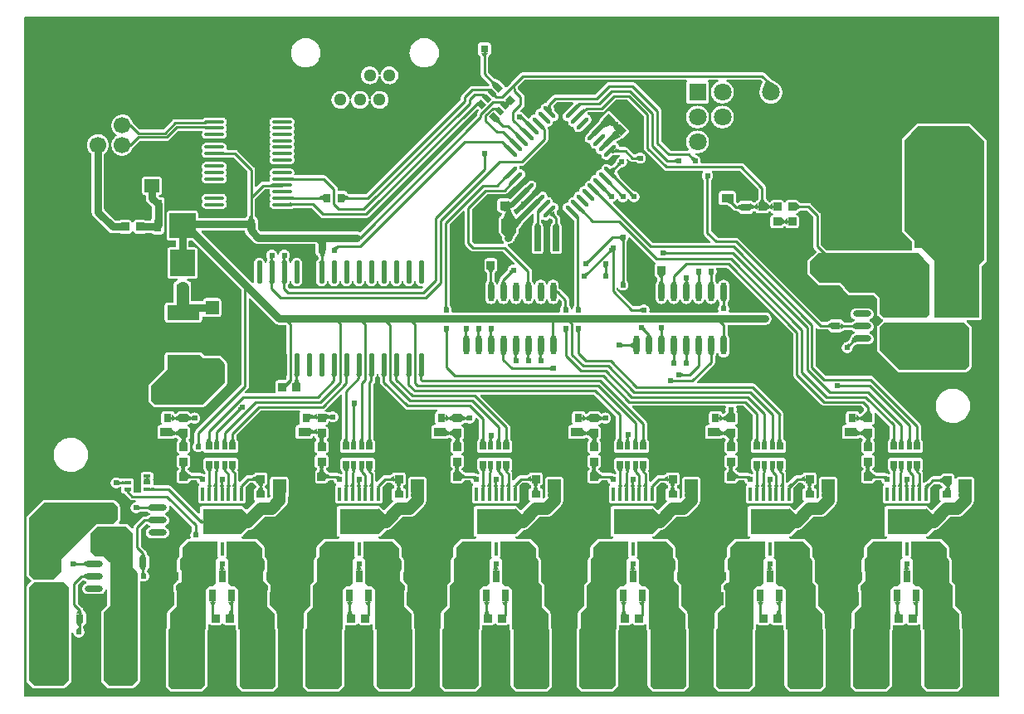
<source format=gtl>
G04 Layer: TopLayer*
G04 EasyEDA v6.5.22, 2023-03-20 16:50:00*
G04 bf72e243e8a245ba8743e2d89751b4a0,10*
G04 Gerber Generator version 0.2*
G04 Scale: 100 percent, Rotated: No, Reflected: No *
G04 Dimensions in inches *
G04 leading zeros omitted , absolute positions ,3 integer and 6 decimal *
%FSLAX36Y36*%
%MOIN*%

%AMMACRO1*1,1,$1,$2,$3*1,1,$1,$4,$5*20,1,$1,$2,$3,$4,$5,0*%
%AMMACRO2*21,1,$1,$2,0,0,$3*%
%ADD10C,0.0500*%
%ADD11C,0.0300*%
%ADD12C,0.0100*%
%ADD13C,0.0200*%
%ADD14R,0.0315X0.0354*%
%ADD15R,0.0236X0.0394*%
%ADD16R,0.1736X0.1575*%
%ADD17R,0.0354X0.0315*%
%ADD18R,0.0256X0.0315*%
%ADD19R,0.0197X0.0315*%
%ADD20R,0.0256X0.0984*%
%ADD21R,0.0197X0.0630*%
%ADD22R,0.1299X0.0595*%
%ADD23R,0.3945X0.3985*%
%ADD24O,0.07934999999999999X0.014331*%
%ADD25MACRO1,0.0177X-0.0167X0.0167X0.0167X-0.0167*%
%ADD26MACRO1,0.0177X-0.0167X-0.0167X0.0167X0.0167*%
%ADD27O,0.022597999999999997X0.094016*%
%ADD28O,0.023701X0.077598*%
%ADD29O,0.073425X0.024803000000000002*%
%ADD30R,0.0157X0.0551*%
%ADD31R,0.1575X0.1043*%
%ADD32MACRO2,0.0256X0.0315X-134.9984*%
%ADD33MACRO2,0.0256X0.0315X-135.0016*%
%ADD34MACRO2,0.0197X0.0315X-135.0000*%
%ADD35MACRO2,0.0542X0.0446X90.0000*%
%ADD36MACRO2,0.034X0.0318X0.0000*%
%ADD37R,0.0340X0.0318*%
%ADD38MACRO2,0.034X0.0318X90.0000*%
%ADD39MACRO2,0.034X0.0318X-90.0000*%
%ADD40R,0.0307X0.0138*%
%ADD41R,0.0315X0.0315*%
%ADD42R,0.1051X0.1000*%
%ADD43R,0.0300X0.0500*%
%ADD44R,0.0276X0.0492*%
%ADD45R,0.0480X0.0358*%
%ADD46MACRO2,0.1193X0.1504X0.0000*%
%ADD47R,0.0591X0.0535*%
%ADD48MACRO2,0.0532X0.0555X0.0000*%
%ADD49R,0.0532X0.0555*%
%ADD50MACRO2,0.0315X0.0354X45.0000*%
%ADD51R,0.1000X0.1051*%
%ADD52R,0.0500X0.0300*%
%ADD53C,0.0512*%
%ADD54C,0.0709*%
%ADD55R,0.0709X0.0709*%
%ADD56O,0.047244X0.08661400000000001*%
%ADD57C,0.1496*%
%ADD58C,0.0669*%
%ADD59C,0.1417*%
%ADD60C,0.0827*%
%ADD61R,0.0866X0.0866*%
%ADD62C,0.0866*%
%ADD63C,0.0240*%
%ADD64C,0.0240*%
%ADD65C,0.0114*%

%LPD*%
G36*
X14200Y-2745000D02*
G01*
X12660Y-2744700D01*
X11379Y-2743820D01*
X10500Y-2742540D01*
X10200Y-2741000D01*
X10200Y-14200D01*
X10500Y-12660D01*
X11379Y-11379D01*
X12660Y-10500D01*
X14200Y-10200D01*
X3922799Y-10200D01*
X3924340Y-10500D01*
X3925620Y-11379D01*
X3926500Y-12660D01*
X3926800Y-14200D01*
X3926800Y-2741000D01*
X3926500Y-2742540D01*
X3925620Y-2743820D01*
X3924340Y-2744700D01*
X3922799Y-2745000D01*
G37*

%LPC*%
G36*
X1616680Y-214840D02*
G01*
X1623320Y-214480D01*
X1629880Y-213359D01*
X1636300Y-211520D01*
X1642440Y-208960D01*
X1648280Y-205740D01*
X1653700Y-201880D01*
X1658680Y-197440D01*
X1663120Y-192480D01*
X1666980Y-187040D01*
X1670200Y-181220D01*
X1672740Y-175060D01*
X1674580Y-168660D01*
X1675700Y-162100D01*
X1676080Y-155440D01*
X1675700Y-148780D01*
X1674580Y-142220D01*
X1672740Y-135820D01*
X1670200Y-129660D01*
X1666980Y-123840D01*
X1663120Y-118400D01*
X1658680Y-113440D01*
X1653700Y-109000D01*
X1648280Y-105140D01*
X1642440Y-101920D01*
X1636300Y-99360D01*
X1629880Y-97520D01*
X1623320Y-96400D01*
X1616680Y-96039D01*
X1610020Y-96400D01*
X1603460Y-97520D01*
X1597040Y-99360D01*
X1590900Y-101920D01*
X1585060Y-105140D01*
X1579640Y-109000D01*
X1574660Y-113440D01*
X1570220Y-118400D01*
X1566360Y-123840D01*
X1563140Y-129660D01*
X1560600Y-135820D01*
X1558760Y-142220D01*
X1557640Y-148780D01*
X1557260Y-155440D01*
X1557640Y-162100D01*
X1558760Y-168660D01*
X1560600Y-175060D01*
X1563140Y-181220D01*
X1566360Y-187040D01*
X1570220Y-192480D01*
X1574660Y-197440D01*
X1579640Y-201880D01*
X1585060Y-205740D01*
X1590900Y-208960D01*
X1597040Y-211520D01*
X1603460Y-213359D01*
X1610020Y-214480D01*
G37*
G36*
X1140300Y-214840D02*
G01*
X1146940Y-214480D01*
X1153500Y-213359D01*
X1159920Y-211520D01*
X1166060Y-208960D01*
X1171900Y-205740D01*
X1177320Y-201880D01*
X1182300Y-197440D01*
X1186740Y-192480D01*
X1190600Y-187040D01*
X1193820Y-181220D01*
X1196360Y-175060D01*
X1198200Y-168660D01*
X1199320Y-162100D01*
X1199700Y-155440D01*
X1199320Y-148780D01*
X1198200Y-142220D01*
X1196360Y-135820D01*
X1193820Y-129660D01*
X1190600Y-123840D01*
X1186740Y-118400D01*
X1182300Y-113440D01*
X1177320Y-109000D01*
X1171900Y-105140D01*
X1166060Y-101920D01*
X1159920Y-99360D01*
X1153500Y-97520D01*
X1146940Y-96400D01*
X1140300Y-96039D01*
X1133640Y-96400D01*
X1127080Y-97520D01*
X1120660Y-99360D01*
X1114520Y-101920D01*
X1108680Y-105140D01*
X1103260Y-109000D01*
X1098280Y-113440D01*
X1093840Y-118400D01*
X1089980Y-123840D01*
X1086760Y-129660D01*
X1084220Y-135820D01*
X1082380Y-142220D01*
X1081260Y-148780D01*
X1080880Y-155440D01*
X1081260Y-162100D01*
X1082380Y-168660D01*
X1084220Y-175060D01*
X1086760Y-181220D01*
X1089980Y-187040D01*
X1093840Y-192480D01*
X1098280Y-197440D01*
X1103260Y-201880D01*
X1108680Y-205740D01*
X1114520Y-208960D01*
X1120660Y-211520D01*
X1127080Y-213359D01*
X1133640Y-214480D01*
G37*
G36*
X604060Y-2724020D02*
G01*
X718820Y-2724020D01*
X721200Y-2723759D01*
X723360Y-2723000D01*
X725300Y-2721780D01*
X726220Y-2720960D01*
X741080Y-2706100D01*
X742560Y-2704240D01*
X743560Y-2702180D01*
X744060Y-2699960D01*
X744140Y-2698700D01*
X744140Y-2479700D01*
X744419Y-2478220D01*
X745220Y-2476960D01*
X746940Y-2475140D01*
X748120Y-2473240D01*
X748880Y-2471080D01*
X749140Y-2468700D01*
X749140Y-2456200D01*
X749440Y-2454680D01*
X750300Y-2453380D01*
X751600Y-2452500D01*
X753139Y-2452200D01*
X754659Y-2452500D01*
X756380Y-2453780D01*
X758300Y-2455000D01*
X760460Y-2455740D01*
X762940Y-2456020D01*
X794240Y-2456020D01*
X796740Y-2455740D01*
X798880Y-2455000D01*
X800819Y-2453780D01*
X802420Y-2452160D01*
X803060Y-2451180D01*
X804160Y-2450020D01*
X805639Y-2449380D01*
X807240Y-2449380D01*
X808720Y-2450020D01*
X809820Y-2451180D01*
X810460Y-2452160D01*
X812060Y-2453780D01*
X814000Y-2455000D01*
X816140Y-2455740D01*
X818640Y-2456020D01*
X849940Y-2456020D01*
X852420Y-2455740D01*
X853420Y-2455400D01*
X854920Y-2455180D01*
X856400Y-2455540D01*
X857620Y-2456400D01*
X858460Y-2457680D01*
X858740Y-2459180D01*
X858740Y-2468700D01*
X859000Y-2471080D01*
X859760Y-2473240D01*
X860939Y-2475140D01*
X862660Y-2476960D01*
X863460Y-2478220D01*
X863740Y-2479700D01*
X863740Y-2698700D01*
X864000Y-2701080D01*
X864760Y-2703240D01*
X865960Y-2705179D01*
X866800Y-2706100D01*
X881640Y-2720960D01*
X883520Y-2722440D01*
X885580Y-2723440D01*
X887800Y-2723940D01*
X889060Y-2724020D01*
X1003820Y-2724020D01*
X1006200Y-2723759D01*
X1008360Y-2723000D01*
X1010300Y-2721780D01*
X1011220Y-2720960D01*
X1026080Y-2706100D01*
X1027560Y-2704240D01*
X1028560Y-2702180D01*
X1029060Y-2699960D01*
X1029140Y-2698700D01*
X1029140Y-2473940D01*
X1028880Y-2471540D01*
X1028120Y-2469400D01*
X1026940Y-2467500D01*
X1025220Y-2465680D01*
X1024419Y-2464400D01*
X1024140Y-2462940D01*
X1024140Y-2408940D01*
X1023880Y-2406540D01*
X1023120Y-2404400D01*
X1021900Y-2402460D01*
X1021080Y-2401520D01*
X1000300Y-2380760D01*
X999440Y-2379460D01*
X999140Y-2377940D01*
X999140Y-2298940D01*
X998880Y-2296540D01*
X998120Y-2294400D01*
X996900Y-2292460D01*
X996080Y-2291520D01*
X985300Y-2280760D01*
X984440Y-2279460D01*
X984140Y-2277940D01*
X984140Y-2193940D01*
X983880Y-2191540D01*
X983120Y-2189400D01*
X981900Y-2187460D01*
X981080Y-2186520D01*
X975300Y-2180760D01*
X974440Y-2179460D01*
X974140Y-2177940D01*
X974140Y-2143940D01*
X973880Y-2141540D01*
X973120Y-2139400D01*
X971900Y-2137460D01*
X971080Y-2136520D01*
X946220Y-2111680D01*
X944360Y-2110180D01*
X942300Y-2109200D01*
X940080Y-2108680D01*
X938820Y-2108620D01*
X886420Y-2108620D01*
X884860Y-2108300D01*
X883560Y-2107400D01*
X882700Y-2106060D01*
X882420Y-2104480D01*
X882800Y-2102940D01*
X883740Y-2101660D01*
X885100Y-2100840D01*
X887099Y-2100140D01*
X889060Y-2098900D01*
X890460Y-2097580D01*
X910520Y-2074700D01*
X911560Y-2073860D01*
X912820Y-2073400D01*
X913980Y-2073200D01*
X916420Y-2072580D01*
X918800Y-2071780D01*
X921120Y-2070820D01*
X923360Y-2069700D01*
X925520Y-2068420D01*
X927600Y-2066980D01*
X929539Y-2065400D01*
X931440Y-2063640D01*
X972300Y-2022780D01*
X973600Y-2021900D01*
X975140Y-2021600D01*
X1001320Y-2021600D01*
X1003960Y-2021500D01*
X1006400Y-2021240D01*
X1008940Y-2020780D01*
X1011320Y-2020180D01*
X1013760Y-2019360D01*
X1016020Y-2018420D01*
X1018319Y-2017260D01*
X1020420Y-2016020D01*
X1022540Y-2014540D01*
X1024440Y-2013000D01*
X1026380Y-2011200D01*
X1058780Y-1978700D01*
X1060500Y-1976860D01*
X1062120Y-1974840D01*
X1063500Y-1972840D01*
X1064820Y-1970620D01*
X1065920Y-1968420D01*
X1066900Y-1966040D01*
X1067680Y-1963720D01*
X1068300Y-1961220D01*
X1068740Y-1958820D01*
X1069020Y-1956220D01*
X1070720Y-1925880D01*
X1070720Y-1870660D01*
X1070440Y-1868160D01*
X1069680Y-1866020D01*
X1068460Y-1864079D01*
X1066860Y-1862480D01*
X1064920Y-1861260D01*
X1062780Y-1860520D01*
X1060280Y-1860240D01*
X1007580Y-1860240D01*
X1005100Y-1860520D01*
X1002940Y-1861260D01*
X1001020Y-1862480D01*
X999400Y-1864079D01*
X998199Y-1866020D01*
X997440Y-1868160D01*
X997159Y-1870660D01*
X997180Y-1926579D01*
X997840Y-1938220D01*
X997580Y-1939880D01*
X996680Y-1941279D01*
X993680Y-1944280D01*
X992380Y-1945140D01*
X990860Y-1945460D01*
X989320Y-1945160D01*
X988020Y-1944280D01*
X987159Y-1942980D01*
X986860Y-1941459D01*
X986860Y-1915740D01*
X986580Y-1913260D01*
X985819Y-1911100D01*
X984599Y-1909180D01*
X983000Y-1907560D01*
X981060Y-1906339D01*
X979200Y-1905700D01*
X977880Y-1904920D01*
X976940Y-1903700D01*
X975939Y-1901720D01*
X975580Y-1900540D01*
X975580Y-1899319D01*
X975939Y-1898140D01*
X977080Y-1895860D01*
X978020Y-1894640D01*
X979340Y-1893880D01*
X980360Y-1893520D01*
X982280Y-1892300D01*
X983900Y-1890700D01*
X985120Y-1888760D01*
X985860Y-1886620D01*
X986140Y-1884120D01*
X986140Y-1852820D01*
X985860Y-1850340D01*
X985120Y-1848180D01*
X983900Y-1846260D01*
X982280Y-1844640D01*
X980360Y-1843440D01*
X978220Y-1842680D01*
X975720Y-1842400D01*
X942159Y-1842400D01*
X939659Y-1842680D01*
X937520Y-1843440D01*
X935580Y-1844640D01*
X933980Y-1846240D01*
X932500Y-1848620D01*
X931800Y-1849460D01*
X930900Y-1850100D01*
X925320Y-1852880D01*
X923540Y-1853300D01*
X909500Y-1853300D01*
X906340Y-1853620D01*
X903500Y-1854480D01*
X900860Y-1855880D01*
X898420Y-1857900D01*
X877120Y-1879180D01*
X875840Y-1880040D01*
X874300Y-1880340D01*
X872760Y-1880040D01*
X871480Y-1879180D01*
X870600Y-1877880D01*
X870300Y-1876339D01*
X870300Y-1845200D01*
X869980Y-1842040D01*
X869120Y-1839199D01*
X867720Y-1836560D01*
X867240Y-1835980D01*
X866480Y-1834520D01*
X866380Y-1832860D01*
X866940Y-1831320D01*
X868139Y-1829420D01*
X868900Y-1827260D01*
X869180Y-1824780D01*
X869180Y-1793740D01*
X868900Y-1791240D01*
X868139Y-1789100D01*
X866919Y-1787160D01*
X865320Y-1785560D01*
X863379Y-1784340D01*
X861240Y-1783580D01*
X858740Y-1783300D01*
X833600Y-1783300D01*
X831120Y-1783580D01*
X828960Y-1784100D01*
X827640Y-1783880D01*
X826800Y-1783580D01*
X824300Y-1783300D01*
X805060Y-1783300D01*
X802580Y-1783580D01*
X800260Y-1784400D01*
X798940Y-1784620D01*
X797620Y-1784400D01*
X795300Y-1783580D01*
X792800Y-1783300D01*
X773560Y-1783300D01*
X771080Y-1783580D01*
X768920Y-1784100D01*
X767600Y-1783880D01*
X766760Y-1783580D01*
X764260Y-1783300D01*
X739120Y-1783300D01*
X736640Y-1783580D01*
X734479Y-1784340D01*
X732560Y-1785540D01*
X730939Y-1787160D01*
X729740Y-1789079D01*
X728980Y-1791240D01*
X728700Y-1793720D01*
X728700Y-1824760D01*
X728980Y-1827260D01*
X729740Y-1829400D01*
X730939Y-1831339D01*
X732640Y-1833040D01*
X733400Y-1834079D01*
X737180Y-1841639D01*
X737600Y-1843440D01*
X737600Y-1844520D01*
X737280Y-1846080D01*
X736380Y-1847400D01*
X735040Y-1848260D01*
X733460Y-1848520D01*
X727800Y-1846980D01*
X726720Y-1846840D01*
X722000Y-1845820D01*
X720960Y-1845440D01*
X719700Y-1844780D01*
X716860Y-1843920D01*
X713700Y-1843600D01*
X682780Y-1843600D01*
X681000Y-1843180D01*
X675980Y-1840660D01*
X674760Y-1839740D01*
X674000Y-1838420D01*
X673640Y-1837400D01*
X672420Y-1835460D01*
X670819Y-1833860D01*
X668660Y-1832500D01*
X667820Y-1831800D01*
X666720Y-1829920D01*
X666340Y-1828740D01*
X666360Y-1827520D01*
X666960Y-1825900D01*
X667900Y-1824680D01*
X669200Y-1823920D01*
X670360Y-1823520D01*
X672280Y-1822300D01*
X673900Y-1820700D01*
X675120Y-1818760D01*
X675860Y-1816620D01*
X676140Y-1814120D01*
X676140Y-1782820D01*
X675860Y-1780340D01*
X675120Y-1778180D01*
X673900Y-1776260D01*
X672280Y-1774640D01*
X670360Y-1773440D01*
X667960Y-1772600D01*
X666560Y-1771759D01*
X665620Y-1770420D01*
X665300Y-1768820D01*
X665620Y-1767220D01*
X666560Y-1765880D01*
X667960Y-1765040D01*
X670360Y-1764199D01*
X672280Y-1763000D01*
X673900Y-1761380D01*
X675120Y-1759460D01*
X675860Y-1757300D01*
X676140Y-1754820D01*
X676140Y-1723520D01*
X675860Y-1721020D01*
X675120Y-1718880D01*
X673900Y-1716940D01*
X672280Y-1715340D01*
X671300Y-1714700D01*
X670140Y-1713600D01*
X669500Y-1712120D01*
X669500Y-1710520D01*
X670140Y-1709040D01*
X671300Y-1707940D01*
X672280Y-1707300D01*
X673900Y-1705700D01*
X675120Y-1703760D01*
X675860Y-1701620D01*
X676140Y-1699120D01*
X676140Y-1667820D01*
X675860Y-1665340D01*
X675120Y-1663180D01*
X673900Y-1661260D01*
X672280Y-1659640D01*
X670360Y-1658440D01*
X667960Y-1657600D01*
X666560Y-1656759D01*
X665620Y-1655420D01*
X665300Y-1653820D01*
X665620Y-1652220D01*
X666560Y-1650880D01*
X667960Y-1650040D01*
X670360Y-1649199D01*
X672280Y-1648000D01*
X673900Y-1646380D01*
X675360Y-1644079D01*
X676900Y-1642520D01*
X678439Y-1641699D01*
X680180Y-1641620D01*
X681780Y-1642280D01*
X682840Y-1643040D01*
X686360Y-1644660D01*
X690080Y-1645660D01*
X693940Y-1646000D01*
X697800Y-1645660D01*
X701520Y-1644660D01*
X705040Y-1643040D01*
X708199Y-1640820D01*
X710939Y-1638080D01*
X713160Y-1634920D01*
X714780Y-1631399D01*
X715780Y-1627680D01*
X716120Y-1623820D01*
X715780Y-1619960D01*
X714780Y-1616240D01*
X713160Y-1612720D01*
X710939Y-1609560D01*
X708199Y-1606819D01*
X705040Y-1604600D01*
X701520Y-1602980D01*
X697800Y-1601980D01*
X693940Y-1601639D01*
X690080Y-1601980D01*
X686360Y-1602980D01*
X682840Y-1604600D01*
X681560Y-1605520D01*
X680260Y-1606100D01*
X678860Y-1606220D01*
X676840Y-1605500D01*
X675939Y-1604880D01*
X675220Y-1604040D01*
X673900Y-1601940D01*
X672280Y-1600340D01*
X670360Y-1599120D01*
X668220Y-1598360D01*
X665720Y-1598080D01*
X632160Y-1598080D01*
X629660Y-1598360D01*
X627520Y-1599120D01*
X625580Y-1600340D01*
X623980Y-1601940D01*
X622620Y-1604120D01*
X621900Y-1604960D01*
X621000Y-1605560D01*
X618920Y-1606600D01*
X617760Y-1606960D01*
X616520Y-1606960D01*
X615340Y-1606579D01*
X614080Y-1605940D01*
X612880Y-1605020D01*
X612120Y-1603700D01*
X611400Y-1601680D01*
X610200Y-1599760D01*
X608580Y-1598140D01*
X606660Y-1596940D01*
X604500Y-1596180D01*
X602020Y-1595900D01*
X570960Y-1595900D01*
X568480Y-1596180D01*
X566340Y-1596940D01*
X564400Y-1598140D01*
X562800Y-1599760D01*
X561580Y-1601680D01*
X560820Y-1603839D01*
X560540Y-1606320D01*
X560540Y-1641300D01*
X560820Y-1643800D01*
X561740Y-1646399D01*
X561960Y-1647900D01*
X561600Y-1649360D01*
X560740Y-1650600D01*
X559460Y-1651420D01*
X557960Y-1651720D01*
X555160Y-1651720D01*
X552680Y-1652000D01*
X550520Y-1652760D01*
X548600Y-1653959D01*
X546980Y-1655580D01*
X545780Y-1657500D01*
X545020Y-1659660D01*
X544740Y-1662140D01*
X544740Y-1697500D01*
X545020Y-1699980D01*
X545780Y-1702140D01*
X546980Y-1704060D01*
X548600Y-1705680D01*
X550520Y-1706879D01*
X552680Y-1707640D01*
X555160Y-1707920D01*
X602720Y-1707920D01*
X605200Y-1707640D01*
X607360Y-1706879D01*
X609280Y-1705680D01*
X610900Y-1704060D01*
X611600Y-1703220D01*
X612500Y-1702600D01*
X615640Y-1701020D01*
X616840Y-1700640D01*
X618120Y-1700660D01*
X619300Y-1701080D01*
X621020Y-1701980D01*
X621860Y-1702580D01*
X622520Y-1703380D01*
X623980Y-1705700D01*
X625580Y-1707300D01*
X626580Y-1707940D01*
X627740Y-1709040D01*
X628380Y-1710520D01*
X628380Y-1712120D01*
X627740Y-1713600D01*
X626580Y-1714700D01*
X625580Y-1715340D01*
X623980Y-1716940D01*
X622760Y-1718880D01*
X622020Y-1721020D01*
X621740Y-1723520D01*
X621740Y-1754820D01*
X622020Y-1757300D01*
X622760Y-1759460D01*
X623980Y-1761380D01*
X625580Y-1763000D01*
X627520Y-1764199D01*
X629900Y-1765040D01*
X631300Y-1765880D01*
X632260Y-1767220D01*
X632580Y-1768820D01*
X632260Y-1770420D01*
X631300Y-1771759D01*
X629900Y-1772600D01*
X627520Y-1773440D01*
X625580Y-1774640D01*
X623980Y-1776260D01*
X622760Y-1778180D01*
X622020Y-1780340D01*
X621740Y-1782820D01*
X621740Y-1814120D01*
X622020Y-1816620D01*
X622760Y-1818760D01*
X623980Y-1820700D01*
X625580Y-1822300D01*
X627520Y-1823520D01*
X628400Y-1823820D01*
X629720Y-1824600D01*
X630860Y-1826240D01*
X631260Y-1827620D01*
X631140Y-1829060D01*
X630520Y-1830360D01*
X629800Y-1831360D01*
X628680Y-1832400D01*
X626380Y-1833860D01*
X624760Y-1835460D01*
X623560Y-1837400D01*
X622800Y-1839540D01*
X622520Y-1842040D01*
X622520Y-1875600D01*
X622800Y-1878100D01*
X623560Y-1880240D01*
X624760Y-1882160D01*
X626380Y-1883779D01*
X628300Y-1885000D01*
X630460Y-1885740D01*
X632940Y-1886020D01*
X664240Y-1886020D01*
X666740Y-1885740D01*
X668880Y-1885000D01*
X670819Y-1883779D01*
X672420Y-1882160D01*
X673640Y-1880240D01*
X674000Y-1879220D01*
X674760Y-1877900D01*
X675980Y-1876960D01*
X681080Y-1874420D01*
X682860Y-1874000D01*
X699419Y-1874000D01*
X700900Y-1874280D01*
X702159Y-1875100D01*
X703040Y-1876300D01*
X704720Y-1879920D01*
X706940Y-1883080D01*
X709680Y-1885820D01*
X711960Y-1887420D01*
X713139Y-1888700D01*
X713660Y-1890340D01*
X713420Y-1892060D01*
X712500Y-1893520D01*
X711340Y-1894680D01*
X710120Y-1896600D01*
X709380Y-1898760D01*
X709100Y-1901240D01*
X709100Y-1955920D01*
X709380Y-1958400D01*
X710120Y-1960560D01*
X711340Y-1962480D01*
X712940Y-1964100D01*
X714880Y-1965300D01*
X717020Y-1966060D01*
X719520Y-1966339D01*
X734820Y-1966339D01*
X737300Y-1966060D01*
X738640Y-1965600D01*
X739960Y-1965360D01*
X741280Y-1965600D01*
X742620Y-1966060D01*
X745100Y-1966339D01*
X760400Y-1966339D01*
X762900Y-1966060D01*
X764240Y-1965600D01*
X765560Y-1965360D01*
X766880Y-1965600D01*
X768199Y-1966060D01*
X770699Y-1966339D01*
X786000Y-1966339D01*
X788480Y-1966060D01*
X789820Y-1965600D01*
X791140Y-1965360D01*
X792460Y-1965600D01*
X793800Y-1966060D01*
X796280Y-1966339D01*
X811580Y-1966339D01*
X814080Y-1966060D01*
X815420Y-1965600D01*
X816740Y-1965360D01*
X818060Y-1965600D01*
X819400Y-1966060D01*
X821880Y-1966339D01*
X837180Y-1966339D01*
X839659Y-1966060D01*
X841000Y-1965600D01*
X842320Y-1965360D01*
X843640Y-1965600D01*
X844980Y-1966060D01*
X847460Y-1966339D01*
X862760Y-1966339D01*
X865260Y-1966060D01*
X866600Y-1965600D01*
X867920Y-1965360D01*
X869240Y-1965600D01*
X870580Y-1966060D01*
X873060Y-1966339D01*
X888360Y-1966339D01*
X890840Y-1966060D01*
X893000Y-1965300D01*
X894920Y-1964100D01*
X896540Y-1962480D01*
X897760Y-1960560D01*
X898500Y-1958400D01*
X898780Y-1955920D01*
X898780Y-1902160D01*
X899080Y-1900640D01*
X899960Y-1899340D01*
X914419Y-1884880D01*
X915720Y-1884000D01*
X917260Y-1883700D01*
X923620Y-1883700D01*
X925400Y-1884120D01*
X930900Y-1886879D01*
X931800Y-1887500D01*
X932520Y-1888340D01*
X933980Y-1890700D01*
X935580Y-1892300D01*
X937520Y-1893520D01*
X938540Y-1893880D01*
X939860Y-1894640D01*
X940800Y-1895860D01*
X941940Y-1898140D01*
X942300Y-1899319D01*
X942300Y-1900540D01*
X941940Y-1901720D01*
X940939Y-1903700D01*
X940000Y-1904920D01*
X938680Y-1905700D01*
X936800Y-1906339D01*
X934880Y-1907560D01*
X933259Y-1909180D01*
X932060Y-1911100D01*
X931300Y-1913260D01*
X931020Y-1915740D01*
X931020Y-1946780D01*
X931300Y-1949280D01*
X932060Y-1951420D01*
X933259Y-1953360D01*
X934920Y-1955000D01*
X935800Y-1956339D01*
X936080Y-1957900D01*
X935740Y-1959460D01*
X934820Y-1960760D01*
X905160Y-1990360D01*
X903800Y-1991260D01*
X902200Y-1991519D01*
X900620Y-1991140D01*
X899320Y-1990160D01*
X890460Y-1980060D01*
X889060Y-1978720D01*
X887099Y-1977480D01*
X884940Y-1976720D01*
X882460Y-1976440D01*
X725420Y-1976440D01*
X722940Y-1976720D01*
X720780Y-1977480D01*
X718860Y-1978700D01*
X717240Y-1980300D01*
X716020Y-1982240D01*
X715280Y-1984379D01*
X715000Y-1986879D01*
X715000Y-2003740D01*
X714700Y-2005280D01*
X713820Y-2006579D01*
X712520Y-2007440D01*
X711000Y-2007740D01*
X709460Y-2007440D01*
X708160Y-2006579D01*
X600380Y-1898800D01*
X597940Y-1896780D01*
X595300Y-1895380D01*
X592460Y-1894520D01*
X589300Y-1894199D01*
X534080Y-1894199D01*
X531960Y-1893959D01*
X530600Y-1893540D01*
X529460Y-1892640D01*
X528720Y-1891399D01*
X528460Y-1890000D01*
X528460Y-1877160D01*
X528180Y-1874660D01*
X527380Y-1872340D01*
X527160Y-1871020D01*
X527380Y-1869700D01*
X528180Y-1867380D01*
X528460Y-1864900D01*
X528460Y-1851560D01*
X528180Y-1849079D01*
X527440Y-1846920D01*
X526220Y-1845000D01*
X524620Y-1843380D01*
X522680Y-1842160D01*
X520540Y-1841420D01*
X518040Y-1841140D01*
X487780Y-1841140D01*
X485300Y-1841420D01*
X483140Y-1842160D01*
X481220Y-1843380D01*
X479600Y-1845000D01*
X478400Y-1846920D01*
X477640Y-1849079D01*
X477360Y-1851560D01*
X477360Y-1864900D01*
X477640Y-1867380D01*
X478459Y-1869700D01*
X478680Y-1871020D01*
X478459Y-1872340D01*
X477640Y-1874660D01*
X477360Y-1877160D01*
X477360Y-1890480D01*
X477640Y-1892980D01*
X478459Y-1895300D01*
X478680Y-1896620D01*
X478459Y-1897940D01*
X477640Y-1900260D01*
X477360Y-1902740D01*
X477360Y-1916060D01*
X477740Y-1919120D01*
X477580Y-1920780D01*
X476760Y-1922260D01*
X475400Y-1923240D01*
X473760Y-1923600D01*
X454120Y-1923600D01*
X452460Y-1923240D01*
X451120Y-1922260D01*
X450300Y-1920780D01*
X450140Y-1919120D01*
X450520Y-1916060D01*
X450520Y-1902740D01*
X450240Y-1900260D01*
X449420Y-1897940D01*
X449200Y-1896620D01*
X449420Y-1895300D01*
X450240Y-1892980D01*
X450520Y-1890480D01*
X450520Y-1877160D01*
X450240Y-1874660D01*
X449480Y-1872520D01*
X448280Y-1870580D01*
X446659Y-1868980D01*
X444739Y-1867760D01*
X442580Y-1867000D01*
X440100Y-1866720D01*
X409720Y-1866720D01*
X408200Y-1866819D01*
X397980Y-1868120D01*
X396860Y-1868100D01*
X395760Y-1867760D01*
X392200Y-1866060D01*
X390040Y-1864600D01*
X386520Y-1862980D01*
X382800Y-1861980D01*
X378940Y-1861639D01*
X375080Y-1861980D01*
X371360Y-1862980D01*
X367840Y-1864600D01*
X364680Y-1866819D01*
X361940Y-1869560D01*
X359720Y-1872720D01*
X358100Y-1876240D01*
X357100Y-1879960D01*
X356760Y-1883820D01*
X357100Y-1887680D01*
X358100Y-1891399D01*
X359720Y-1894920D01*
X361940Y-1898080D01*
X364680Y-1900820D01*
X367840Y-1903040D01*
X371360Y-1904660D01*
X375080Y-1905660D01*
X378940Y-1906000D01*
X382800Y-1905660D01*
X386520Y-1904660D01*
X390040Y-1903040D01*
X392200Y-1901579D01*
X393680Y-1900880D01*
X395240Y-1900480D01*
X396820Y-1900740D01*
X398180Y-1901600D01*
X399080Y-1902920D01*
X399400Y-1904480D01*
X399400Y-1916080D01*
X399680Y-1918560D01*
X400439Y-1920720D01*
X401659Y-1922640D01*
X403260Y-1924259D01*
X405200Y-1925460D01*
X407340Y-1926220D01*
X409360Y-1926440D01*
X410820Y-1926900D01*
X412000Y-1927900D01*
X414300Y-1930700D01*
X433020Y-1949400D01*
X435460Y-1951420D01*
X438100Y-1952820D01*
X440940Y-1953680D01*
X444099Y-1954000D01*
X454400Y-1954019D01*
X456000Y-1954360D01*
X457320Y-1955300D01*
X458160Y-1956699D01*
X458380Y-1958320D01*
X457920Y-1959880D01*
X456880Y-1961140D01*
X455420Y-1961879D01*
X451360Y-1962980D01*
X447840Y-1964600D01*
X444680Y-1966819D01*
X441940Y-1969560D01*
X439720Y-1972720D01*
X438100Y-1976240D01*
X437100Y-1979960D01*
X436760Y-1983820D01*
X437100Y-1987680D01*
X438100Y-1991399D01*
X439720Y-1994920D01*
X441940Y-1998080D01*
X444680Y-2000820D01*
X447840Y-2003040D01*
X451360Y-2004660D01*
X455080Y-2005660D01*
X458940Y-2006000D01*
X462800Y-2005660D01*
X466520Y-2004660D01*
X470040Y-2003040D01*
X472200Y-2001579D01*
X476800Y-1999379D01*
X478519Y-1999000D01*
X501880Y-1999000D01*
X503320Y-1999259D01*
X504560Y-2000020D01*
X506340Y-2001639D01*
X509480Y-2003680D01*
X512840Y-2005160D01*
X514099Y-2006020D01*
X514940Y-2007320D01*
X515240Y-2008820D01*
X514940Y-2010320D01*
X514099Y-2011600D01*
X512840Y-2012480D01*
X509480Y-2013959D01*
X506360Y-2016000D01*
X504680Y-2017540D01*
X503420Y-2018320D01*
X501960Y-2018600D01*
X494099Y-2018600D01*
X490940Y-2018920D01*
X488100Y-2019780D01*
X485460Y-2021180D01*
X483020Y-2023200D01*
X453300Y-2052920D01*
X451280Y-2055360D01*
X449880Y-2058000D01*
X449020Y-2060840D01*
X448700Y-2064500D01*
X448400Y-2066020D01*
X447520Y-2067320D01*
X446240Y-2068200D01*
X444700Y-2068500D01*
X443160Y-2068200D01*
X441880Y-2067320D01*
X426220Y-2051680D01*
X424360Y-2050180D01*
X422299Y-2049199D01*
X420080Y-2048680D01*
X418820Y-2048620D01*
X393220Y-2048620D01*
X391700Y-2048320D01*
X390420Y-2047480D01*
X389560Y-2046220D01*
X389219Y-2044700D01*
X389480Y-2043200D01*
X390300Y-2041879D01*
X391940Y-2040140D01*
X393120Y-2038240D01*
X393880Y-2036080D01*
X394140Y-2033700D01*
X394140Y-1978940D01*
X393880Y-1976540D01*
X393120Y-1974400D01*
X391900Y-1972460D01*
X391079Y-1971519D01*
X376220Y-1956680D01*
X374360Y-1955180D01*
X372299Y-1954199D01*
X370080Y-1953680D01*
X368820Y-1953620D01*
X89060Y-1953620D01*
X86660Y-1953880D01*
X84520Y-1954640D01*
X82579Y-1955840D01*
X81640Y-1956680D01*
X21800Y-2016519D01*
X20299Y-2018400D01*
X19320Y-2020460D01*
X18800Y-2022680D01*
X18740Y-2023940D01*
X18740Y-2253700D01*
X19000Y-2256080D01*
X19760Y-2258240D01*
X20960Y-2260180D01*
X21800Y-2261100D01*
X36680Y-2275980D01*
X37560Y-2277280D01*
X37860Y-2278820D01*
X37560Y-2280340D01*
X36680Y-2281640D01*
X21800Y-2296520D01*
X20299Y-2298400D01*
X19320Y-2300460D01*
X18800Y-2302680D01*
X18740Y-2303940D01*
X18740Y-2678700D01*
X19000Y-2681080D01*
X19760Y-2683240D01*
X20960Y-2685179D01*
X21800Y-2686100D01*
X41640Y-2705960D01*
X43520Y-2707440D01*
X45580Y-2708440D01*
X47800Y-2708940D01*
X49060Y-2709020D01*
X168820Y-2709020D01*
X171200Y-2708759D01*
X173359Y-2708000D01*
X175300Y-2706780D01*
X176220Y-2705960D01*
X196080Y-2686100D01*
X197560Y-2684240D01*
X198560Y-2682180D01*
X199060Y-2679960D01*
X199140Y-2678700D01*
X199140Y-2488360D01*
X199480Y-2486780D01*
X200420Y-2485440D01*
X201820Y-2484600D01*
X203440Y-2484380D01*
X205000Y-2484840D01*
X206260Y-2485880D01*
X207000Y-2487340D01*
X208100Y-2491400D01*
X209720Y-2494920D01*
X211940Y-2498080D01*
X214680Y-2500820D01*
X217840Y-2503040D01*
X221360Y-2504660D01*
X225080Y-2505660D01*
X228939Y-2506000D01*
X232800Y-2505660D01*
X236520Y-2504660D01*
X240040Y-2503040D01*
X243200Y-2500820D01*
X245940Y-2498080D01*
X248160Y-2494920D01*
X249780Y-2491400D01*
X250780Y-2487680D01*
X251119Y-2483820D01*
X250780Y-2479960D01*
X249780Y-2476240D01*
X248480Y-2473320D01*
X246759Y-2467580D01*
X246600Y-2466420D01*
X246700Y-2463920D01*
X247020Y-2463060D01*
X249800Y-2457480D01*
X250420Y-2456580D01*
X251260Y-2455880D01*
X253480Y-2454480D01*
X255080Y-2452880D01*
X256300Y-2450940D01*
X257060Y-2448800D01*
X257340Y-2446300D01*
X257340Y-2411320D01*
X257060Y-2408840D01*
X256300Y-2406680D01*
X255080Y-2404760D01*
X253480Y-2403140D01*
X251200Y-2401720D01*
X250380Y-2401020D01*
X249760Y-2400140D01*
X246380Y-2393440D01*
X245420Y-2390500D01*
X244020Y-2387860D01*
X242000Y-2385420D01*
X225280Y-2368680D01*
X224400Y-2367380D01*
X224100Y-2365840D01*
X224100Y-2296760D01*
X224400Y-2295220D01*
X225280Y-2293920D01*
X244020Y-2275180D01*
X245260Y-2274320D01*
X246740Y-2274000D01*
X248220Y-2274240D01*
X249500Y-2275000D01*
X251340Y-2276620D01*
X254480Y-2278680D01*
X257840Y-2280160D01*
X259100Y-2281020D01*
X259940Y-2282320D01*
X260240Y-2283820D01*
X259940Y-2285320D01*
X259100Y-2286600D01*
X257840Y-2287480D01*
X254480Y-2288960D01*
X251360Y-2291000D01*
X248619Y-2293520D01*
X246320Y-2296460D01*
X244560Y-2299740D01*
X243340Y-2303280D01*
X242719Y-2306960D01*
X242719Y-2310680D01*
X243340Y-2314360D01*
X244560Y-2317900D01*
X246320Y-2321180D01*
X248619Y-2324120D01*
X251360Y-2326640D01*
X254480Y-2328680D01*
X257900Y-2330180D01*
X261520Y-2331100D01*
X265400Y-2331420D01*
X313700Y-2331420D01*
X317580Y-2331100D01*
X321200Y-2330180D01*
X324600Y-2328680D01*
X327740Y-2326640D01*
X330480Y-2324120D01*
X332760Y-2321180D01*
X334540Y-2317900D01*
X335800Y-2314140D01*
X336420Y-2312580D01*
X337620Y-2311400D01*
X339219Y-2310840D01*
X340900Y-2310980D01*
X342380Y-2311800D01*
X343380Y-2313160D01*
X343740Y-2314800D01*
X343740Y-2372940D01*
X343440Y-2374460D01*
X342560Y-2375760D01*
X321800Y-2396520D01*
X320300Y-2398400D01*
X319320Y-2400460D01*
X318800Y-2402680D01*
X318740Y-2403940D01*
X318740Y-2678700D01*
X319000Y-2681080D01*
X319760Y-2683240D01*
X320959Y-2685179D01*
X321800Y-2686100D01*
X341640Y-2705960D01*
X343519Y-2707440D01*
X345580Y-2708440D01*
X347800Y-2708940D01*
X349060Y-2709020D01*
X443820Y-2709020D01*
X446200Y-2708759D01*
X448360Y-2708000D01*
X450300Y-2706780D01*
X451220Y-2705960D01*
X471079Y-2686100D01*
X472560Y-2684240D01*
X473560Y-2682180D01*
X474060Y-2679960D01*
X474140Y-2678700D01*
X474140Y-2282580D01*
X474460Y-2281020D01*
X475360Y-2279700D01*
X476700Y-2278840D01*
X478280Y-2278580D01*
X479820Y-2278960D01*
X481360Y-2279660D01*
X485080Y-2280660D01*
X488940Y-2281000D01*
X492800Y-2280660D01*
X496520Y-2279660D01*
X500040Y-2278040D01*
X503200Y-2275820D01*
X505940Y-2273080D01*
X508160Y-2269920D01*
X509780Y-2266400D01*
X510780Y-2262680D01*
X511120Y-2258820D01*
X510780Y-2254960D01*
X509780Y-2251240D01*
X508160Y-2247720D01*
X505940Y-2244580D01*
X504440Y-2242980D01*
X502939Y-2240780D01*
X502380Y-2239500D01*
X502280Y-2238100D01*
X502680Y-2236740D01*
X504799Y-2232480D01*
X505420Y-2231580D01*
X506260Y-2230880D01*
X508480Y-2229480D01*
X510080Y-2227880D01*
X511300Y-2225940D01*
X512060Y-2223800D01*
X512340Y-2221300D01*
X512340Y-2186320D01*
X512060Y-2183840D01*
X511300Y-2181680D01*
X510080Y-2179760D01*
X508480Y-2178140D01*
X506260Y-2176760D01*
X505420Y-2176060D01*
X504799Y-2175160D01*
X502020Y-2169580D01*
X501599Y-2167800D01*
X501599Y-2166500D01*
X501280Y-2163340D01*
X500420Y-2160500D01*
X499020Y-2157860D01*
X497000Y-2155420D01*
X480280Y-2138680D01*
X479400Y-2137380D01*
X479099Y-2135840D01*
X479099Y-2071759D01*
X479400Y-2070220D01*
X480280Y-2068920D01*
X499020Y-2050180D01*
X500260Y-2049319D01*
X501740Y-2049000D01*
X503220Y-2049240D01*
X504500Y-2050000D01*
X506340Y-2051620D01*
X509480Y-2053680D01*
X512840Y-2055160D01*
X514099Y-2056020D01*
X514940Y-2057320D01*
X515240Y-2058820D01*
X514940Y-2060320D01*
X514099Y-2061600D01*
X512840Y-2062480D01*
X509480Y-2063959D01*
X506360Y-2066000D01*
X503620Y-2068520D01*
X501320Y-2071459D01*
X499560Y-2074740D01*
X498340Y-2078280D01*
X497720Y-2081960D01*
X497720Y-2085680D01*
X498340Y-2089360D01*
X499560Y-2092900D01*
X501320Y-2096180D01*
X503620Y-2099120D01*
X506360Y-2101640D01*
X509480Y-2103680D01*
X512900Y-2105180D01*
X516520Y-2106100D01*
X520400Y-2106420D01*
X568700Y-2106420D01*
X572580Y-2106100D01*
X576200Y-2105180D01*
X579600Y-2103680D01*
X582740Y-2101640D01*
X585480Y-2099120D01*
X587760Y-2096180D01*
X589540Y-2092900D01*
X590760Y-2089360D01*
X591360Y-2085680D01*
X591360Y-2081960D01*
X590760Y-2078280D01*
X589540Y-2074740D01*
X587760Y-2071459D01*
X585480Y-2068520D01*
X582740Y-2066000D01*
X579600Y-2063959D01*
X576260Y-2062480D01*
X575000Y-2061600D01*
X574160Y-2060320D01*
X573860Y-2058820D01*
X574160Y-2057320D01*
X575000Y-2056020D01*
X576260Y-2055160D01*
X579600Y-2053680D01*
X582740Y-2051639D01*
X585480Y-2049120D01*
X587760Y-2046180D01*
X589540Y-2042900D01*
X590760Y-2039360D01*
X591360Y-2035680D01*
X591360Y-2031960D01*
X590760Y-2028280D01*
X589540Y-2024740D01*
X587760Y-2021459D01*
X585480Y-2018520D01*
X582740Y-2016000D01*
X579600Y-2013959D01*
X576260Y-2012480D01*
X575000Y-2011600D01*
X574160Y-2010320D01*
X573860Y-2008820D01*
X574160Y-2007320D01*
X575000Y-2006020D01*
X576260Y-2005160D01*
X579600Y-2003680D01*
X582740Y-2001639D01*
X585480Y-1999120D01*
X587760Y-1996180D01*
X589540Y-1992900D01*
X590760Y-1989360D01*
X591360Y-1985680D01*
X591360Y-1981960D01*
X590760Y-1978280D01*
X590560Y-1977700D01*
X590360Y-1975920D01*
X590960Y-1974259D01*
X592220Y-1973000D01*
X593900Y-1972420D01*
X595660Y-1972620D01*
X597160Y-1973560D01*
X682520Y-2058920D01*
X683400Y-2060220D01*
X683700Y-2061759D01*
X683700Y-2074360D01*
X683319Y-2076080D01*
X681180Y-2080560D01*
X679720Y-2082720D01*
X678100Y-2086240D01*
X677099Y-2089960D01*
X676760Y-2093820D01*
X677099Y-2097680D01*
X678100Y-2101400D01*
X678800Y-2102920D01*
X679180Y-2104480D01*
X678920Y-2106060D01*
X678060Y-2107400D01*
X676740Y-2108300D01*
X675180Y-2108620D01*
X669060Y-2108620D01*
X666660Y-2108880D01*
X664520Y-2109640D01*
X662580Y-2110840D01*
X661640Y-2111680D01*
X636800Y-2136520D01*
X635300Y-2138400D01*
X634320Y-2140460D01*
X633800Y-2142680D01*
X633740Y-2143940D01*
X633740Y-2177940D01*
X633440Y-2179460D01*
X632560Y-2180760D01*
X626800Y-2186520D01*
X625300Y-2188400D01*
X624320Y-2190460D01*
X623800Y-2192680D01*
X623740Y-2193940D01*
X623740Y-2277940D01*
X623440Y-2279460D01*
X622560Y-2280760D01*
X611800Y-2291520D01*
X610300Y-2293400D01*
X609320Y-2295460D01*
X608800Y-2297680D01*
X608740Y-2298940D01*
X608740Y-2377940D01*
X608440Y-2379460D01*
X607560Y-2380760D01*
X586800Y-2401520D01*
X585300Y-2403400D01*
X584320Y-2405460D01*
X583800Y-2407680D01*
X583740Y-2408940D01*
X583740Y-2462940D01*
X583460Y-2464400D01*
X582660Y-2465680D01*
X580940Y-2467500D01*
X579760Y-2469400D01*
X579000Y-2471540D01*
X578740Y-2473940D01*
X578740Y-2698700D01*
X579000Y-2701080D01*
X579760Y-2703240D01*
X580960Y-2705179D01*
X581800Y-2706100D01*
X596640Y-2720960D01*
X598520Y-2722440D01*
X600580Y-2723440D01*
X602800Y-2723940D01*
G37*
G36*
X1398899Y-281780D02*
G01*
X1403860Y-281260D01*
X1408700Y-280060D01*
X1413340Y-278180D01*
X1417660Y-275680D01*
X1421600Y-272620D01*
X1425060Y-269020D01*
X1428000Y-264980D01*
X1430340Y-260580D01*
X1432040Y-255880D01*
X1433140Y-250760D01*
X1433760Y-249300D01*
X1434920Y-248200D01*
X1436399Y-247640D01*
X1437980Y-247700D01*
X1439420Y-248359D01*
X1440480Y-249540D01*
X1441000Y-251040D01*
X1441360Y-253460D01*
X1442720Y-258260D01*
X1444760Y-262820D01*
X1447400Y-267060D01*
X1450620Y-270880D01*
X1454319Y-274220D01*
X1458460Y-277020D01*
X1462940Y-279200D01*
X1467700Y-280740D01*
X1472600Y-281600D01*
X1477600Y-281780D01*
X1482560Y-281260D01*
X1487400Y-280060D01*
X1492040Y-278180D01*
X1496360Y-275680D01*
X1500300Y-272620D01*
X1503760Y-269020D01*
X1506699Y-264980D01*
X1509040Y-260580D01*
X1510740Y-255880D01*
X1511780Y-251000D01*
X1512140Y-246020D01*
X1511780Y-241040D01*
X1510740Y-236160D01*
X1509040Y-231480D01*
X1506699Y-227060D01*
X1503760Y-223020D01*
X1500300Y-219440D01*
X1496360Y-216360D01*
X1492040Y-213860D01*
X1487400Y-212000D01*
X1482560Y-210780D01*
X1477600Y-210260D01*
X1472600Y-210440D01*
X1467700Y-211300D01*
X1462940Y-212840D01*
X1458460Y-215040D01*
X1454319Y-217820D01*
X1450620Y-221160D01*
X1447400Y-225000D01*
X1444760Y-229220D01*
X1442720Y-233780D01*
X1441360Y-238580D01*
X1441000Y-241020D01*
X1440480Y-242520D01*
X1439420Y-243680D01*
X1437980Y-244360D01*
X1436399Y-244400D01*
X1434920Y-243840D01*
X1433760Y-242740D01*
X1433140Y-241300D01*
X1432040Y-236160D01*
X1430340Y-231480D01*
X1428000Y-227060D01*
X1425060Y-223020D01*
X1421600Y-219440D01*
X1417660Y-216360D01*
X1413340Y-213860D01*
X1408700Y-212000D01*
X1403860Y-210780D01*
X1398899Y-210260D01*
X1393899Y-210440D01*
X1389000Y-211300D01*
X1384240Y-212840D01*
X1379760Y-215040D01*
X1375620Y-217820D01*
X1371920Y-221160D01*
X1368700Y-225000D01*
X1366060Y-229220D01*
X1364019Y-233780D01*
X1362660Y-238580D01*
X1361960Y-243520D01*
X1361960Y-248520D01*
X1362660Y-253460D01*
X1364019Y-258260D01*
X1366060Y-262820D01*
X1368700Y-267060D01*
X1371920Y-270880D01*
X1375620Y-274220D01*
X1379760Y-277020D01*
X1384240Y-279200D01*
X1389000Y-280740D01*
X1393899Y-281600D01*
G37*
G36*
X1154060Y-2724020D02*
G01*
X1268820Y-2724020D01*
X1271200Y-2723759D01*
X1273360Y-2723000D01*
X1275300Y-2721780D01*
X1276220Y-2720960D01*
X1291080Y-2706100D01*
X1292560Y-2704240D01*
X1293560Y-2702180D01*
X1294060Y-2699960D01*
X1294139Y-2698700D01*
X1294139Y-2479700D01*
X1294420Y-2478220D01*
X1295220Y-2476960D01*
X1296940Y-2475140D01*
X1298120Y-2473240D01*
X1298880Y-2471080D01*
X1299139Y-2468700D01*
X1299139Y-2459180D01*
X1299420Y-2457680D01*
X1300240Y-2456400D01*
X1301480Y-2455540D01*
X1302960Y-2455180D01*
X1304460Y-2455400D01*
X1305460Y-2455740D01*
X1307940Y-2456020D01*
X1339240Y-2456020D01*
X1341740Y-2455740D01*
X1343880Y-2455000D01*
X1345820Y-2453780D01*
X1347420Y-2452160D01*
X1348060Y-2451180D01*
X1349160Y-2450020D01*
X1350640Y-2449380D01*
X1352240Y-2449380D01*
X1353720Y-2450020D01*
X1354820Y-2451180D01*
X1355460Y-2452160D01*
X1357060Y-2453780D01*
X1359000Y-2455000D01*
X1361140Y-2455740D01*
X1363640Y-2456020D01*
X1394940Y-2456020D01*
X1397420Y-2455740D01*
X1399580Y-2455000D01*
X1401500Y-2453780D01*
X1403200Y-2452500D01*
X1404740Y-2452200D01*
X1406260Y-2452500D01*
X1407560Y-2453380D01*
X1408440Y-2454680D01*
X1408740Y-2456200D01*
X1408740Y-2468700D01*
X1409000Y-2471080D01*
X1409760Y-2473240D01*
X1410940Y-2475140D01*
X1412660Y-2476960D01*
X1413460Y-2478220D01*
X1413740Y-2479700D01*
X1413740Y-2698700D01*
X1414000Y-2701080D01*
X1414760Y-2703240D01*
X1415960Y-2705179D01*
X1416800Y-2706100D01*
X1431639Y-2720960D01*
X1433520Y-2722440D01*
X1435580Y-2723440D01*
X1437800Y-2723940D01*
X1439060Y-2724020D01*
X1553820Y-2724020D01*
X1556200Y-2723759D01*
X1558360Y-2723000D01*
X1560300Y-2721780D01*
X1561220Y-2720960D01*
X1576080Y-2706100D01*
X1577560Y-2704240D01*
X1578560Y-2702180D01*
X1579060Y-2699960D01*
X1579139Y-2698700D01*
X1579139Y-2473940D01*
X1578880Y-2471540D01*
X1578120Y-2469400D01*
X1576940Y-2467500D01*
X1575220Y-2465680D01*
X1574420Y-2464400D01*
X1574139Y-2462940D01*
X1574139Y-2408940D01*
X1573880Y-2406540D01*
X1573120Y-2404400D01*
X1571900Y-2402460D01*
X1571080Y-2401520D01*
X1550300Y-2380760D01*
X1549440Y-2379460D01*
X1549139Y-2377940D01*
X1549139Y-2298940D01*
X1548880Y-2296540D01*
X1548120Y-2294400D01*
X1546900Y-2292460D01*
X1546080Y-2291520D01*
X1535300Y-2280760D01*
X1534440Y-2279460D01*
X1534139Y-2277940D01*
X1534139Y-2193940D01*
X1533880Y-2191540D01*
X1533120Y-2189400D01*
X1531900Y-2187460D01*
X1531080Y-2186520D01*
X1525300Y-2180760D01*
X1524440Y-2179460D01*
X1524139Y-2177940D01*
X1524139Y-2143940D01*
X1523880Y-2141540D01*
X1523120Y-2139400D01*
X1521900Y-2137460D01*
X1521080Y-2136520D01*
X1496220Y-2111680D01*
X1494360Y-2110180D01*
X1492300Y-2109200D01*
X1490080Y-2108680D01*
X1488820Y-2108620D01*
X1436480Y-2108620D01*
X1434920Y-2108300D01*
X1433600Y-2107400D01*
X1432740Y-2106060D01*
X1432480Y-2104500D01*
X1432840Y-2102960D01*
X1433760Y-2101680D01*
X1435120Y-2100860D01*
X1437080Y-2100160D01*
X1439139Y-2098860D01*
X1464960Y-2074580D01*
X1465900Y-2073920D01*
X1466980Y-2073560D01*
X1468980Y-2073200D01*
X1471420Y-2072580D01*
X1473800Y-2071780D01*
X1476120Y-2070820D01*
X1478360Y-2069700D01*
X1480520Y-2068420D01*
X1482600Y-2066980D01*
X1484540Y-2065400D01*
X1486440Y-2063640D01*
X1527300Y-2022780D01*
X1528600Y-2021900D01*
X1530140Y-2021600D01*
X1556320Y-2021600D01*
X1558959Y-2021500D01*
X1561399Y-2021240D01*
X1563940Y-2020780D01*
X1566320Y-2020180D01*
X1568760Y-2019360D01*
X1571020Y-2018420D01*
X1573320Y-2017260D01*
X1575420Y-2016020D01*
X1577540Y-2014540D01*
X1579440Y-2013000D01*
X1581380Y-2011200D01*
X1613779Y-1978700D01*
X1615500Y-1976860D01*
X1617120Y-1974840D01*
X1618500Y-1972840D01*
X1619820Y-1970620D01*
X1620920Y-1968420D01*
X1621900Y-1966040D01*
X1622680Y-1963720D01*
X1623300Y-1961220D01*
X1623740Y-1958820D01*
X1624019Y-1956220D01*
X1625720Y-1925880D01*
X1625720Y-1870660D01*
X1625440Y-1868160D01*
X1624680Y-1866020D01*
X1623460Y-1864079D01*
X1621860Y-1862480D01*
X1619920Y-1861260D01*
X1617780Y-1860520D01*
X1615280Y-1860240D01*
X1562580Y-1860240D01*
X1560100Y-1860520D01*
X1557940Y-1861260D01*
X1556020Y-1862480D01*
X1554400Y-1864079D01*
X1553200Y-1866020D01*
X1552440Y-1868160D01*
X1552160Y-1870660D01*
X1552180Y-1926579D01*
X1552840Y-1938220D01*
X1552580Y-1939880D01*
X1551680Y-1941279D01*
X1548680Y-1944280D01*
X1547380Y-1945140D01*
X1545860Y-1945460D01*
X1544319Y-1945160D01*
X1543020Y-1944280D01*
X1542160Y-1942980D01*
X1541860Y-1941459D01*
X1541860Y-1915740D01*
X1541579Y-1913260D01*
X1540820Y-1911100D01*
X1539600Y-1909180D01*
X1538000Y-1907560D01*
X1536060Y-1906339D01*
X1534199Y-1905700D01*
X1532880Y-1904920D01*
X1531940Y-1903700D01*
X1530940Y-1901720D01*
X1530580Y-1900540D01*
X1530580Y-1899319D01*
X1530940Y-1898140D01*
X1532080Y-1895860D01*
X1533020Y-1894640D01*
X1534340Y-1893880D01*
X1535360Y-1893520D01*
X1537280Y-1892300D01*
X1538899Y-1890700D01*
X1540120Y-1888760D01*
X1540860Y-1886620D01*
X1541140Y-1884120D01*
X1541140Y-1852820D01*
X1540860Y-1850340D01*
X1540120Y-1848180D01*
X1538899Y-1846260D01*
X1537280Y-1844640D01*
X1535360Y-1843440D01*
X1533220Y-1842680D01*
X1530720Y-1842400D01*
X1497160Y-1842400D01*
X1494660Y-1842680D01*
X1492520Y-1843440D01*
X1490580Y-1844640D01*
X1488980Y-1846240D01*
X1487500Y-1848620D01*
X1486800Y-1849460D01*
X1485900Y-1850100D01*
X1480320Y-1852880D01*
X1478540Y-1853300D01*
X1459500Y-1853300D01*
X1456360Y-1853600D01*
X1453520Y-1854460D01*
X1450880Y-1855860D01*
X1448440Y-1857880D01*
X1427120Y-1879100D01*
X1425820Y-1879960D01*
X1424300Y-1880280D01*
X1422760Y-1879960D01*
X1421459Y-1879100D01*
X1420600Y-1877800D01*
X1420300Y-1876279D01*
X1420300Y-1848000D01*
X1420000Y-1844920D01*
X1419160Y-1842060D01*
X1417760Y-1839440D01*
X1416260Y-1837580D01*
X1415520Y-1836140D01*
X1415420Y-1834520D01*
X1415960Y-1832980D01*
X1418140Y-1829440D01*
X1418899Y-1827260D01*
X1419180Y-1824780D01*
X1419180Y-1793740D01*
X1418899Y-1791240D01*
X1418140Y-1789100D01*
X1416920Y-1787160D01*
X1415320Y-1785560D01*
X1413380Y-1784340D01*
X1411240Y-1783580D01*
X1408740Y-1783300D01*
X1383600Y-1783300D01*
X1381120Y-1783580D01*
X1378959Y-1784100D01*
X1377640Y-1783880D01*
X1376800Y-1783580D01*
X1374300Y-1783300D01*
X1355060Y-1783300D01*
X1352580Y-1783580D01*
X1350260Y-1784400D01*
X1348940Y-1784620D01*
X1347620Y-1784400D01*
X1345300Y-1783580D01*
X1342800Y-1783300D01*
X1323560Y-1783300D01*
X1321080Y-1783580D01*
X1318920Y-1784100D01*
X1317600Y-1783880D01*
X1316759Y-1783580D01*
X1314259Y-1783300D01*
X1289120Y-1783300D01*
X1286639Y-1783580D01*
X1284480Y-1784340D01*
X1282560Y-1785540D01*
X1280940Y-1787160D01*
X1279740Y-1789079D01*
X1278980Y-1791240D01*
X1278700Y-1793720D01*
X1278700Y-1824760D01*
X1278980Y-1827260D01*
X1279740Y-1829400D01*
X1280940Y-1831339D01*
X1282640Y-1833040D01*
X1283400Y-1834079D01*
X1287180Y-1841639D01*
X1287600Y-1843440D01*
X1287600Y-1844520D01*
X1287280Y-1846080D01*
X1286380Y-1847400D01*
X1285040Y-1848260D01*
X1283460Y-1848520D01*
X1277800Y-1846980D01*
X1276720Y-1846840D01*
X1272000Y-1845820D01*
X1270960Y-1845440D01*
X1269700Y-1844780D01*
X1266860Y-1843920D01*
X1263700Y-1843600D01*
X1237780Y-1843600D01*
X1236000Y-1843180D01*
X1230980Y-1840660D01*
X1229760Y-1839740D01*
X1229000Y-1838420D01*
X1228640Y-1837400D01*
X1227420Y-1835460D01*
X1225820Y-1833860D01*
X1223600Y-1832460D01*
X1222760Y-1831759D01*
X1221680Y-1829920D01*
X1221320Y-1828740D01*
X1221320Y-1827520D01*
X1221920Y-1825900D01*
X1222860Y-1824700D01*
X1224180Y-1823940D01*
X1225360Y-1823520D01*
X1227280Y-1822300D01*
X1228900Y-1820700D01*
X1230120Y-1818760D01*
X1230860Y-1816620D01*
X1231140Y-1814120D01*
X1231140Y-1782820D01*
X1230860Y-1780340D01*
X1230120Y-1778180D01*
X1228900Y-1776260D01*
X1227280Y-1774640D01*
X1225360Y-1773440D01*
X1222960Y-1772600D01*
X1221560Y-1771759D01*
X1220620Y-1770420D01*
X1220300Y-1768820D01*
X1220620Y-1767220D01*
X1221560Y-1765880D01*
X1222960Y-1765040D01*
X1225360Y-1764199D01*
X1227280Y-1763000D01*
X1228900Y-1761380D01*
X1230120Y-1759460D01*
X1230860Y-1757300D01*
X1231140Y-1754820D01*
X1231140Y-1723520D01*
X1230860Y-1721020D01*
X1230120Y-1718880D01*
X1228900Y-1716940D01*
X1227280Y-1715340D01*
X1226300Y-1714700D01*
X1225140Y-1713600D01*
X1224500Y-1712120D01*
X1224500Y-1710520D01*
X1225140Y-1709040D01*
X1226300Y-1707940D01*
X1227280Y-1707300D01*
X1228900Y-1705700D01*
X1230120Y-1703760D01*
X1230860Y-1701620D01*
X1231140Y-1699120D01*
X1231140Y-1667820D01*
X1230860Y-1665340D01*
X1230120Y-1663180D01*
X1228900Y-1661260D01*
X1227280Y-1659640D01*
X1225360Y-1658440D01*
X1222960Y-1657600D01*
X1221560Y-1656759D01*
X1220620Y-1655420D01*
X1220300Y-1653820D01*
X1220620Y-1652220D01*
X1221560Y-1650880D01*
X1222960Y-1650040D01*
X1225360Y-1649199D01*
X1227280Y-1648000D01*
X1228900Y-1646380D01*
X1230120Y-1644460D01*
X1230860Y-1642300D01*
X1231060Y-1640500D01*
X1231580Y-1638940D01*
X1232680Y-1637720D01*
X1234180Y-1637040D01*
X1235820Y-1637020D01*
X1237340Y-1637680D01*
X1237840Y-1638040D01*
X1241360Y-1639660D01*
X1245080Y-1640660D01*
X1248940Y-1641000D01*
X1252800Y-1640660D01*
X1256520Y-1639660D01*
X1260040Y-1638040D01*
X1263200Y-1635820D01*
X1265940Y-1633080D01*
X1268160Y-1629920D01*
X1269780Y-1626399D01*
X1270780Y-1622680D01*
X1271120Y-1618820D01*
X1270780Y-1614960D01*
X1269780Y-1611240D01*
X1268160Y-1607720D01*
X1265940Y-1604560D01*
X1263200Y-1601819D01*
X1260040Y-1599600D01*
X1256520Y-1597980D01*
X1252800Y-1596980D01*
X1248940Y-1596639D01*
X1245080Y-1596980D01*
X1241360Y-1597980D01*
X1237840Y-1599600D01*
X1235680Y-1601060D01*
X1235080Y-1601339D01*
X1233540Y-1601720D01*
X1231980Y-1601480D01*
X1224600Y-1598760D01*
X1222320Y-1598180D01*
X1220200Y-1598080D01*
X1218660Y-1597680D01*
X1217380Y-1596720D01*
X1216600Y-1595340D01*
X1216400Y-1593760D01*
X1216840Y-1592240D01*
X1217860Y-1591000D01*
X1219780Y-1589400D01*
X1279680Y-1529520D01*
X1280960Y-1528660D01*
X1282500Y-1528360D01*
X1284040Y-1528660D01*
X1285320Y-1529520D01*
X1286200Y-1530820D01*
X1286500Y-1532360D01*
X1286500Y-1704360D01*
X1286080Y-1706160D01*
X1281339Y-1715640D01*
X1279740Y-1718220D01*
X1278980Y-1720360D01*
X1278700Y-1722860D01*
X1278700Y-1753899D01*
X1278980Y-1756399D01*
X1279740Y-1758540D01*
X1280940Y-1760480D01*
X1282560Y-1762080D01*
X1284480Y-1763300D01*
X1286639Y-1764040D01*
X1289120Y-1764340D01*
X1314259Y-1764340D01*
X1316759Y-1764040D01*
X1318920Y-1763540D01*
X1320240Y-1763760D01*
X1321080Y-1764060D01*
X1323580Y-1764340D01*
X1342800Y-1764340D01*
X1345300Y-1764060D01*
X1347620Y-1763240D01*
X1348940Y-1763020D01*
X1350260Y-1763240D01*
X1352580Y-1764060D01*
X1355080Y-1764340D01*
X1374300Y-1764340D01*
X1376800Y-1764060D01*
X1378959Y-1763540D01*
X1380280Y-1763760D01*
X1381120Y-1764060D01*
X1383600Y-1764340D01*
X1408740Y-1764340D01*
X1411240Y-1764060D01*
X1413380Y-1763300D01*
X1415320Y-1762100D01*
X1416920Y-1760480D01*
X1418140Y-1758560D01*
X1418899Y-1756399D01*
X1419180Y-1753920D01*
X1419180Y-1722860D01*
X1418899Y-1720380D01*
X1418140Y-1718220D01*
X1416540Y-1715660D01*
X1411720Y-1706000D01*
X1411300Y-1704220D01*
X1411300Y-1489560D01*
X1411600Y-1488020D01*
X1412480Y-1486720D01*
X1414500Y-1484680D01*
X1416519Y-1482240D01*
X1417920Y-1479600D01*
X1418779Y-1476759D01*
X1419100Y-1473600D01*
X1419100Y-1464259D01*
X1419420Y-1462700D01*
X1420500Y-1460120D01*
X1420920Y-1459379D01*
X1422540Y-1457040D01*
X1424120Y-1453640D01*
X1425080Y-1450100D01*
X1425880Y-1448580D01*
X1427240Y-1447520D01*
X1428940Y-1447140D01*
X1430620Y-1447520D01*
X1432000Y-1448580D01*
X1432800Y-1450100D01*
X1433740Y-1453640D01*
X1435340Y-1457040D01*
X1436980Y-1459400D01*
X1437380Y-1460140D01*
X1438380Y-1462520D01*
X1438700Y-1464060D01*
X1438700Y-1478600D01*
X1439019Y-1481759D01*
X1439880Y-1484600D01*
X1441279Y-1487240D01*
X1443300Y-1489680D01*
X1538020Y-1584400D01*
X1540460Y-1586420D01*
X1543100Y-1587820D01*
X1545940Y-1588680D01*
X1549100Y-1589000D01*
X1665460Y-1589000D01*
X1667020Y-1589319D01*
X1668340Y-1590220D01*
X1669199Y-1591560D01*
X1669460Y-1593120D01*
X1669100Y-1594680D01*
X1668160Y-1595960D01*
X1666339Y-1596940D01*
X1664400Y-1598140D01*
X1662800Y-1599760D01*
X1661579Y-1601680D01*
X1660820Y-1603839D01*
X1660540Y-1606320D01*
X1660540Y-1641300D01*
X1660820Y-1643800D01*
X1661740Y-1646399D01*
X1661960Y-1647900D01*
X1661600Y-1649360D01*
X1660740Y-1650600D01*
X1659460Y-1651420D01*
X1657960Y-1651720D01*
X1655160Y-1651720D01*
X1652680Y-1652000D01*
X1650520Y-1652760D01*
X1648600Y-1653959D01*
X1646980Y-1655580D01*
X1645780Y-1657500D01*
X1645020Y-1659660D01*
X1644740Y-1662140D01*
X1644740Y-1697500D01*
X1645020Y-1699980D01*
X1645780Y-1702140D01*
X1646980Y-1704060D01*
X1648600Y-1705680D01*
X1650520Y-1706879D01*
X1652680Y-1707640D01*
X1655160Y-1707920D01*
X1702720Y-1707920D01*
X1705200Y-1707640D01*
X1707360Y-1706879D01*
X1709280Y-1705680D01*
X1710900Y-1704060D01*
X1711600Y-1703220D01*
X1712500Y-1702600D01*
X1715640Y-1701020D01*
X1716840Y-1700660D01*
X1718120Y-1700660D01*
X1719300Y-1701080D01*
X1721000Y-1701980D01*
X1721860Y-1702580D01*
X1722520Y-1703380D01*
X1723980Y-1705700D01*
X1725580Y-1707300D01*
X1726579Y-1707940D01*
X1727740Y-1709040D01*
X1728380Y-1710520D01*
X1728380Y-1712120D01*
X1727740Y-1713600D01*
X1726579Y-1714700D01*
X1725580Y-1715340D01*
X1723980Y-1716940D01*
X1722760Y-1718880D01*
X1722020Y-1721020D01*
X1721740Y-1723520D01*
X1721740Y-1754820D01*
X1722020Y-1757300D01*
X1722760Y-1759460D01*
X1723980Y-1761380D01*
X1725580Y-1763000D01*
X1727520Y-1764199D01*
X1729900Y-1765040D01*
X1731300Y-1765880D01*
X1732260Y-1767220D01*
X1732580Y-1768820D01*
X1732260Y-1770420D01*
X1731300Y-1771759D01*
X1729900Y-1772600D01*
X1727520Y-1773440D01*
X1725580Y-1774640D01*
X1723980Y-1776260D01*
X1722760Y-1778180D01*
X1722020Y-1780340D01*
X1721740Y-1782820D01*
X1721740Y-1814120D01*
X1722020Y-1816620D01*
X1722760Y-1818760D01*
X1723980Y-1820700D01*
X1725580Y-1822300D01*
X1727520Y-1823520D01*
X1728380Y-1823820D01*
X1729700Y-1824600D01*
X1730840Y-1826240D01*
X1731240Y-1827600D01*
X1731140Y-1829019D01*
X1730540Y-1830300D01*
X1729840Y-1831300D01*
X1728680Y-1832400D01*
X1726380Y-1833860D01*
X1724760Y-1835460D01*
X1723560Y-1837400D01*
X1722800Y-1839540D01*
X1722520Y-1842040D01*
X1722520Y-1875600D01*
X1722800Y-1878100D01*
X1723560Y-1880240D01*
X1724760Y-1882160D01*
X1726380Y-1883779D01*
X1728300Y-1885000D01*
X1730460Y-1885740D01*
X1732940Y-1886020D01*
X1764240Y-1886020D01*
X1766740Y-1885740D01*
X1768880Y-1885000D01*
X1770820Y-1883779D01*
X1772420Y-1882160D01*
X1773640Y-1880240D01*
X1774000Y-1879220D01*
X1774760Y-1877900D01*
X1775980Y-1876960D01*
X1781060Y-1874420D01*
X1782860Y-1874000D01*
X1799420Y-1874000D01*
X1800900Y-1874280D01*
X1802160Y-1875100D01*
X1803040Y-1876300D01*
X1804720Y-1879920D01*
X1806940Y-1883080D01*
X1809680Y-1885820D01*
X1811960Y-1887420D01*
X1813140Y-1888700D01*
X1813660Y-1890340D01*
X1813420Y-1892060D01*
X1812500Y-1893520D01*
X1811339Y-1894680D01*
X1810120Y-1896600D01*
X1809379Y-1898760D01*
X1809100Y-1901240D01*
X1809100Y-1955920D01*
X1809379Y-1958400D01*
X1810120Y-1960560D01*
X1811339Y-1962480D01*
X1812940Y-1964100D01*
X1814880Y-1965300D01*
X1817020Y-1966060D01*
X1819520Y-1966339D01*
X1834820Y-1966339D01*
X1837300Y-1966060D01*
X1838640Y-1965600D01*
X1839960Y-1965360D01*
X1841279Y-1965600D01*
X1842620Y-1966060D01*
X1845100Y-1966339D01*
X1860400Y-1966339D01*
X1862900Y-1966060D01*
X1864240Y-1965600D01*
X1865560Y-1965360D01*
X1866879Y-1965600D01*
X1868200Y-1966060D01*
X1870700Y-1966339D01*
X1886000Y-1966339D01*
X1888480Y-1966060D01*
X1889820Y-1965600D01*
X1891140Y-1965360D01*
X1892460Y-1965600D01*
X1893800Y-1966060D01*
X1896279Y-1966339D01*
X1911579Y-1966339D01*
X1914079Y-1966060D01*
X1915420Y-1965600D01*
X1916740Y-1965360D01*
X1918060Y-1965600D01*
X1919400Y-1966060D01*
X1921879Y-1966339D01*
X1937180Y-1966339D01*
X1939660Y-1966060D01*
X1941000Y-1965600D01*
X1942320Y-1965360D01*
X1943640Y-1965600D01*
X1944980Y-1966060D01*
X1947460Y-1966339D01*
X1962760Y-1966339D01*
X1965260Y-1966060D01*
X1966600Y-1965600D01*
X1967920Y-1965360D01*
X1969240Y-1965600D01*
X1970580Y-1966060D01*
X1973060Y-1966339D01*
X1988360Y-1966339D01*
X1990840Y-1966060D01*
X1993000Y-1965300D01*
X1994920Y-1964100D01*
X1996540Y-1962480D01*
X1997760Y-1960560D01*
X1998500Y-1958400D01*
X1998779Y-1955920D01*
X1998779Y-1901240D01*
X1998340Y-1897320D01*
X1998680Y-1895920D01*
X1999500Y-1894720D01*
X2009400Y-1884860D01*
X2010700Y-1884000D01*
X2012220Y-1883700D01*
X2028620Y-1883700D01*
X2030400Y-1884120D01*
X2035900Y-1886879D01*
X2036800Y-1887500D01*
X2037520Y-1888340D01*
X2038980Y-1890700D01*
X2040580Y-1892300D01*
X2042520Y-1893520D01*
X2043540Y-1893880D01*
X2044860Y-1894640D01*
X2045800Y-1895860D01*
X2046940Y-1898140D01*
X2047300Y-1899319D01*
X2047300Y-1900540D01*
X2046940Y-1901720D01*
X2045940Y-1903700D01*
X2045000Y-1904920D01*
X2043680Y-1905700D01*
X2041800Y-1906339D01*
X2039880Y-1907560D01*
X2038260Y-1909180D01*
X2037060Y-1911100D01*
X2036300Y-1913260D01*
X2036020Y-1915740D01*
X2036020Y-1946780D01*
X2036300Y-1949280D01*
X2037060Y-1951420D01*
X2038260Y-1953360D01*
X2039920Y-1955000D01*
X2040800Y-1956339D01*
X2041080Y-1957900D01*
X2040740Y-1959460D01*
X2039820Y-1960760D01*
X2008700Y-1991819D01*
X2007420Y-1992680D01*
X2005920Y-1993000D01*
X2004420Y-1992720D01*
X2003120Y-1991900D01*
X1989139Y-1978760D01*
X1987100Y-1977480D01*
X1984940Y-1976720D01*
X1982460Y-1976440D01*
X1825420Y-1976440D01*
X1822940Y-1976720D01*
X1820780Y-1977480D01*
X1818860Y-1978700D01*
X1817240Y-1980300D01*
X1816020Y-1982240D01*
X1815280Y-1984379D01*
X1815000Y-1986879D01*
X1815000Y-2090760D01*
X1815280Y-2093240D01*
X1816020Y-2095400D01*
X1817240Y-2097320D01*
X1818860Y-2098940D01*
X1820780Y-2100140D01*
X1822760Y-2100840D01*
X1824139Y-2101660D01*
X1825080Y-2102940D01*
X1825440Y-2104480D01*
X1825180Y-2106060D01*
X1824319Y-2107400D01*
X1823000Y-2108300D01*
X1821440Y-2108620D01*
X1769060Y-2108620D01*
X1766660Y-2108880D01*
X1764520Y-2109640D01*
X1762580Y-2110840D01*
X1761639Y-2111680D01*
X1736800Y-2136520D01*
X1735300Y-2138400D01*
X1734319Y-2140460D01*
X1733800Y-2142680D01*
X1733740Y-2143940D01*
X1733740Y-2177940D01*
X1733440Y-2179460D01*
X1732560Y-2180760D01*
X1726800Y-2186520D01*
X1725300Y-2188400D01*
X1724319Y-2190460D01*
X1723800Y-2192680D01*
X1723740Y-2193940D01*
X1723740Y-2277940D01*
X1723440Y-2279460D01*
X1722560Y-2280760D01*
X1711800Y-2291520D01*
X1710300Y-2293400D01*
X1709319Y-2295460D01*
X1708800Y-2297680D01*
X1708740Y-2298940D01*
X1708740Y-2377940D01*
X1708440Y-2379460D01*
X1707560Y-2380760D01*
X1686800Y-2401520D01*
X1685300Y-2403400D01*
X1684319Y-2405460D01*
X1683800Y-2407680D01*
X1683740Y-2408940D01*
X1683740Y-2462940D01*
X1683460Y-2464400D01*
X1682660Y-2465680D01*
X1680940Y-2467500D01*
X1679760Y-2469400D01*
X1679000Y-2471540D01*
X1678740Y-2473940D01*
X1678740Y-2698700D01*
X1679000Y-2701080D01*
X1679760Y-2703240D01*
X1680960Y-2705179D01*
X1681800Y-2706100D01*
X1696639Y-2720960D01*
X1698520Y-2722440D01*
X1700580Y-2723440D01*
X1702800Y-2723940D01*
X1704060Y-2724020D01*
X1818820Y-2724020D01*
X1821200Y-2723759D01*
X1823360Y-2723000D01*
X1825300Y-2721780D01*
X1826220Y-2720960D01*
X1841080Y-2706100D01*
X1842560Y-2704240D01*
X1843560Y-2702180D01*
X1844060Y-2699960D01*
X1844139Y-2698700D01*
X1844139Y-2479700D01*
X1844420Y-2478220D01*
X1845220Y-2476960D01*
X1846940Y-2475140D01*
X1848120Y-2473240D01*
X1848880Y-2471080D01*
X1849139Y-2468700D01*
X1849139Y-2459180D01*
X1849420Y-2457680D01*
X1850240Y-2456400D01*
X1851480Y-2455540D01*
X1852960Y-2455180D01*
X1854460Y-2455400D01*
X1855460Y-2455740D01*
X1857940Y-2456020D01*
X1889240Y-2456020D01*
X1891740Y-2455740D01*
X1893880Y-2455000D01*
X1895820Y-2453780D01*
X1897420Y-2452160D01*
X1898060Y-2451180D01*
X1899160Y-2450020D01*
X1900640Y-2449380D01*
X1902240Y-2449380D01*
X1903720Y-2450020D01*
X1904820Y-2451180D01*
X1905460Y-2452160D01*
X1907060Y-2453780D01*
X1909000Y-2455000D01*
X1911140Y-2455740D01*
X1913640Y-2456020D01*
X1944940Y-2456020D01*
X1947420Y-2455740D01*
X1949580Y-2455000D01*
X1951500Y-2453780D01*
X1953200Y-2452500D01*
X1954740Y-2452200D01*
X1956260Y-2452500D01*
X1957560Y-2453380D01*
X1958440Y-2454680D01*
X1958740Y-2456200D01*
X1958740Y-2468700D01*
X1959000Y-2471080D01*
X1959760Y-2473240D01*
X1960940Y-2475140D01*
X1962660Y-2476960D01*
X1963460Y-2478220D01*
X1963740Y-2479700D01*
X1963740Y-2698700D01*
X1964000Y-2701080D01*
X1964760Y-2703240D01*
X1965960Y-2705179D01*
X1966800Y-2706100D01*
X1981639Y-2720960D01*
X1983520Y-2722440D01*
X1985580Y-2723440D01*
X1987800Y-2723940D01*
X1989060Y-2724020D01*
X2103820Y-2724020D01*
X2106200Y-2723759D01*
X2108360Y-2723000D01*
X2110300Y-2721780D01*
X2111220Y-2720960D01*
X2126080Y-2706100D01*
X2127560Y-2704240D01*
X2128560Y-2702180D01*
X2129060Y-2699960D01*
X2129140Y-2698700D01*
X2129140Y-2473940D01*
X2128880Y-2471540D01*
X2128120Y-2469400D01*
X2126940Y-2467500D01*
X2125220Y-2465680D01*
X2124420Y-2464400D01*
X2124140Y-2462940D01*
X2124140Y-2408940D01*
X2123880Y-2406540D01*
X2123120Y-2404400D01*
X2121900Y-2402460D01*
X2121080Y-2401520D01*
X2100300Y-2380760D01*
X2099440Y-2379460D01*
X2099140Y-2377940D01*
X2099140Y-2298940D01*
X2098880Y-2296540D01*
X2098120Y-2294400D01*
X2096900Y-2292460D01*
X2096080Y-2291520D01*
X2085300Y-2280760D01*
X2084440Y-2279460D01*
X2084139Y-2277940D01*
X2084139Y-2193940D01*
X2083880Y-2191540D01*
X2083120Y-2189400D01*
X2081900Y-2187460D01*
X2081080Y-2186520D01*
X2075300Y-2180760D01*
X2074440Y-2179460D01*
X2074139Y-2177940D01*
X2074139Y-2143940D01*
X2073880Y-2141540D01*
X2073120Y-2139400D01*
X2071900Y-2137460D01*
X2071080Y-2136520D01*
X2046220Y-2111680D01*
X2044360Y-2110180D01*
X2042300Y-2109200D01*
X2040080Y-2108680D01*
X2038820Y-2108620D01*
X1986480Y-2108620D01*
X1984920Y-2108300D01*
X1983600Y-2107400D01*
X1982740Y-2106060D01*
X1982480Y-2104500D01*
X1982840Y-2102960D01*
X1983760Y-2101680D01*
X1985120Y-2100860D01*
X1987080Y-2100160D01*
X1989139Y-2098860D01*
X2014960Y-2074580D01*
X2015900Y-2073920D01*
X2016980Y-2073560D01*
X2018980Y-2073200D01*
X2021420Y-2072580D01*
X2023800Y-2071780D01*
X2026120Y-2070820D01*
X2028360Y-2069700D01*
X2030520Y-2068420D01*
X2032600Y-2066980D01*
X2034540Y-2065400D01*
X2036440Y-2063640D01*
X2077300Y-2022780D01*
X2078600Y-2021900D01*
X2080140Y-2021600D01*
X2106320Y-2021600D01*
X2108960Y-2021500D01*
X2111400Y-2021240D01*
X2113940Y-2020780D01*
X2116320Y-2020180D01*
X2118760Y-2019360D01*
X2121020Y-2018420D01*
X2123320Y-2017260D01*
X2125420Y-2016020D01*
X2127540Y-2014540D01*
X2129440Y-2013000D01*
X2131380Y-2011200D01*
X2163780Y-1978700D01*
X2165500Y-1976860D01*
X2167120Y-1974840D01*
X2168500Y-1972840D01*
X2169820Y-1970620D01*
X2170920Y-1968420D01*
X2171900Y-1966040D01*
X2172680Y-1963720D01*
X2173300Y-1961220D01*
X2173740Y-1958820D01*
X2174020Y-1956220D01*
X2175720Y-1925880D01*
X2175720Y-1870660D01*
X2175440Y-1868160D01*
X2174680Y-1866020D01*
X2173460Y-1864079D01*
X2171860Y-1862480D01*
X2169920Y-1861260D01*
X2167780Y-1860520D01*
X2165280Y-1860240D01*
X2112580Y-1860240D01*
X2110100Y-1860520D01*
X2107940Y-1861260D01*
X2106020Y-1862480D01*
X2104400Y-1864079D01*
X2103200Y-1866020D01*
X2102440Y-1868160D01*
X2102160Y-1870660D01*
X2102180Y-1926579D01*
X2102840Y-1938220D01*
X2102580Y-1939880D01*
X2101680Y-1941279D01*
X2098680Y-1944280D01*
X2097400Y-1945140D01*
X2095860Y-1945460D01*
X2094319Y-1945160D01*
X2093020Y-1944280D01*
X2092160Y-1942980D01*
X2091860Y-1941459D01*
X2091860Y-1915740D01*
X2091579Y-1913260D01*
X2090820Y-1911100D01*
X2089600Y-1909180D01*
X2088000Y-1907560D01*
X2086060Y-1906339D01*
X2084199Y-1905700D01*
X2082880Y-1904920D01*
X2081940Y-1903700D01*
X2080940Y-1901720D01*
X2080580Y-1900540D01*
X2080580Y-1899319D01*
X2080940Y-1898140D01*
X2082080Y-1895860D01*
X2083020Y-1894640D01*
X2084340Y-1893880D01*
X2085360Y-1893520D01*
X2087280Y-1892300D01*
X2088899Y-1890700D01*
X2090120Y-1888760D01*
X2090860Y-1886620D01*
X2091140Y-1884120D01*
X2091140Y-1852820D01*
X2090860Y-1850340D01*
X2090120Y-1848180D01*
X2088899Y-1846260D01*
X2087280Y-1844640D01*
X2085360Y-1843440D01*
X2083220Y-1842680D01*
X2080720Y-1842400D01*
X2047160Y-1842400D01*
X2044660Y-1842680D01*
X2042520Y-1843440D01*
X2040580Y-1844640D01*
X2038980Y-1846240D01*
X2037500Y-1848620D01*
X2036800Y-1849460D01*
X2035900Y-1850100D01*
X2030320Y-1852880D01*
X2028540Y-1853300D01*
X2004500Y-1853300D01*
X2001380Y-1853600D01*
X1998520Y-1854460D01*
X1995900Y-1855860D01*
X1993440Y-1857860D01*
X1977120Y-1874120D01*
X1975820Y-1874980D01*
X1974300Y-1875280D01*
X1972760Y-1874980D01*
X1971459Y-1874100D01*
X1970600Y-1872800D01*
X1970300Y-1871279D01*
X1970300Y-1848000D01*
X1970000Y-1844920D01*
X1969160Y-1842060D01*
X1967760Y-1839440D01*
X1966260Y-1837580D01*
X1965520Y-1836140D01*
X1965420Y-1834520D01*
X1965960Y-1832980D01*
X1968140Y-1829440D01*
X1968899Y-1827260D01*
X1969180Y-1824780D01*
X1969180Y-1793740D01*
X1968899Y-1791240D01*
X1968140Y-1789100D01*
X1966920Y-1787160D01*
X1965320Y-1785560D01*
X1963380Y-1784340D01*
X1961240Y-1783580D01*
X1958740Y-1783300D01*
X1933600Y-1783300D01*
X1931120Y-1783580D01*
X1928959Y-1784100D01*
X1927640Y-1783880D01*
X1926800Y-1783580D01*
X1924300Y-1783300D01*
X1905060Y-1783300D01*
X1902580Y-1783580D01*
X1900260Y-1784400D01*
X1898940Y-1784620D01*
X1897620Y-1784400D01*
X1895300Y-1783580D01*
X1892800Y-1783300D01*
X1873560Y-1783300D01*
X1871080Y-1783580D01*
X1868920Y-1784100D01*
X1867600Y-1783880D01*
X1866759Y-1783580D01*
X1864259Y-1783300D01*
X1839120Y-1783300D01*
X1836639Y-1783580D01*
X1834480Y-1784340D01*
X1832560Y-1785540D01*
X1830940Y-1787160D01*
X1829740Y-1789079D01*
X1828980Y-1791240D01*
X1828700Y-1793720D01*
X1828700Y-1824760D01*
X1828980Y-1827260D01*
X1829740Y-1829400D01*
X1830940Y-1831339D01*
X1832640Y-1833040D01*
X1833400Y-1834079D01*
X1837180Y-1841639D01*
X1837600Y-1843440D01*
X1837600Y-1844520D01*
X1837280Y-1846080D01*
X1836380Y-1847400D01*
X1835040Y-1848260D01*
X1833460Y-1848520D01*
X1827800Y-1846980D01*
X1826720Y-1846840D01*
X1822000Y-1845820D01*
X1820960Y-1845440D01*
X1819700Y-1844780D01*
X1816860Y-1843920D01*
X1813700Y-1843600D01*
X1782780Y-1843600D01*
X1781000Y-1843180D01*
X1775980Y-1840660D01*
X1774760Y-1839740D01*
X1774000Y-1838420D01*
X1773640Y-1837400D01*
X1772420Y-1835460D01*
X1770820Y-1833860D01*
X1768620Y-1832480D01*
X1767780Y-1831780D01*
X1766699Y-1829920D01*
X1766320Y-1828740D01*
X1766339Y-1827520D01*
X1766940Y-1825900D01*
X1767880Y-1824700D01*
X1769180Y-1823920D01*
X1770360Y-1823520D01*
X1772280Y-1822300D01*
X1773899Y-1820700D01*
X1775120Y-1818760D01*
X1775860Y-1816620D01*
X1776140Y-1814120D01*
X1776140Y-1782820D01*
X1775860Y-1780340D01*
X1775120Y-1778180D01*
X1773899Y-1776260D01*
X1772280Y-1774640D01*
X1770360Y-1773440D01*
X1767960Y-1772600D01*
X1766560Y-1771759D01*
X1765620Y-1770420D01*
X1765300Y-1768820D01*
X1765620Y-1767220D01*
X1766560Y-1765880D01*
X1767960Y-1765040D01*
X1770360Y-1764199D01*
X1772280Y-1763000D01*
X1773899Y-1761380D01*
X1775120Y-1759460D01*
X1775860Y-1757300D01*
X1776140Y-1754820D01*
X1776140Y-1723520D01*
X1775860Y-1721020D01*
X1775120Y-1718880D01*
X1773899Y-1716940D01*
X1772280Y-1715340D01*
X1771300Y-1714700D01*
X1770140Y-1713600D01*
X1769500Y-1712120D01*
X1769500Y-1710520D01*
X1770140Y-1709040D01*
X1771300Y-1707940D01*
X1772280Y-1707300D01*
X1773899Y-1705700D01*
X1775120Y-1703760D01*
X1775860Y-1701620D01*
X1776140Y-1699120D01*
X1776140Y-1667820D01*
X1775860Y-1665340D01*
X1775120Y-1663180D01*
X1773899Y-1661260D01*
X1772280Y-1659640D01*
X1770360Y-1658440D01*
X1767960Y-1657600D01*
X1766560Y-1656759D01*
X1765620Y-1655420D01*
X1765300Y-1653820D01*
X1765620Y-1652220D01*
X1766560Y-1650880D01*
X1767960Y-1650040D01*
X1770360Y-1649199D01*
X1772280Y-1648000D01*
X1773899Y-1646399D01*
X1775360Y-1644019D01*
X1776080Y-1643160D01*
X1776980Y-1642540D01*
X1780300Y-1640880D01*
X1782020Y-1640460D01*
X1783740Y-1640820D01*
X1786680Y-1642220D01*
X1787840Y-1643040D01*
X1791360Y-1644660D01*
X1795080Y-1645660D01*
X1798940Y-1646000D01*
X1802800Y-1645660D01*
X1806519Y-1644660D01*
X1810040Y-1643040D01*
X1813200Y-1640820D01*
X1815940Y-1638080D01*
X1818160Y-1634920D01*
X1819780Y-1631399D01*
X1820780Y-1627680D01*
X1820880Y-1626579D01*
X1821300Y-1625120D01*
X1822200Y-1623940D01*
X1823500Y-1623160D01*
X1824980Y-1622920D01*
X1826459Y-1623240D01*
X1827700Y-1624100D01*
X1835320Y-1631720D01*
X1836200Y-1633020D01*
X1836500Y-1634560D01*
X1836500Y-1704360D01*
X1836080Y-1706160D01*
X1831339Y-1715640D01*
X1829740Y-1718220D01*
X1828980Y-1720360D01*
X1828700Y-1722860D01*
X1828700Y-1753899D01*
X1828980Y-1756399D01*
X1829740Y-1758540D01*
X1830940Y-1760480D01*
X1832560Y-1762080D01*
X1834480Y-1763300D01*
X1836639Y-1764040D01*
X1839120Y-1764340D01*
X1864259Y-1764340D01*
X1866759Y-1764040D01*
X1868920Y-1763540D01*
X1870240Y-1763760D01*
X1871080Y-1764060D01*
X1873580Y-1764340D01*
X1892800Y-1764340D01*
X1895300Y-1764060D01*
X1897620Y-1763240D01*
X1898940Y-1763020D01*
X1900260Y-1763240D01*
X1902580Y-1764060D01*
X1905080Y-1764340D01*
X1924300Y-1764340D01*
X1926800Y-1764060D01*
X1928959Y-1763540D01*
X1930280Y-1763760D01*
X1931120Y-1764060D01*
X1933600Y-1764340D01*
X1958740Y-1764340D01*
X1961240Y-1764060D01*
X1963380Y-1763300D01*
X1965320Y-1762100D01*
X1966920Y-1760480D01*
X1968140Y-1758560D01*
X1968899Y-1756399D01*
X1969180Y-1753920D01*
X1969180Y-1722860D01*
X1968899Y-1720380D01*
X1968140Y-1718220D01*
X1966579Y-1715700D01*
X1961720Y-1706000D01*
X1961300Y-1704199D01*
X1961300Y-1661200D01*
X1960980Y-1658040D01*
X1960120Y-1655200D01*
X1958720Y-1652560D01*
X1956699Y-1650120D01*
X1842420Y-1535820D01*
X1841560Y-1534540D01*
X1841260Y-1533000D01*
X1841560Y-1531459D01*
X1842420Y-1530180D01*
X1843720Y-1529300D01*
X1845260Y-1529000D01*
X2295940Y-1529000D01*
X2297480Y-1529300D01*
X2298780Y-1530180D01*
X2385320Y-1616720D01*
X2386200Y-1618020D01*
X2386500Y-1619560D01*
X2386500Y-1704360D01*
X2386080Y-1706160D01*
X2381340Y-1715640D01*
X2379740Y-1718220D01*
X2378980Y-1720360D01*
X2378700Y-1722860D01*
X2378700Y-1753899D01*
X2378980Y-1756399D01*
X2379740Y-1758540D01*
X2380940Y-1760480D01*
X2382560Y-1762080D01*
X2384480Y-1763300D01*
X2386640Y-1764040D01*
X2389120Y-1764340D01*
X2414260Y-1764340D01*
X2416760Y-1764040D01*
X2418920Y-1763540D01*
X2420240Y-1763760D01*
X2421080Y-1764060D01*
X2423580Y-1764340D01*
X2442800Y-1764340D01*
X2445300Y-1764060D01*
X2447620Y-1763240D01*
X2448940Y-1763020D01*
X2450260Y-1763240D01*
X2452580Y-1764060D01*
X2455080Y-1764340D01*
X2474300Y-1764340D01*
X2476800Y-1764060D01*
X2478960Y-1763540D01*
X2480280Y-1763760D01*
X2481120Y-1764060D01*
X2483600Y-1764340D01*
X2508740Y-1764340D01*
X2511240Y-1764060D01*
X2513380Y-1763300D01*
X2515320Y-1762100D01*
X2516920Y-1760480D01*
X2518140Y-1758560D01*
X2518900Y-1756399D01*
X2519180Y-1753920D01*
X2519180Y-1722860D01*
X2518900Y-1720380D01*
X2518140Y-1718220D01*
X2516580Y-1715700D01*
X2511720Y-1706000D01*
X2511300Y-1704199D01*
X2511300Y-1646200D01*
X2510980Y-1643040D01*
X2510120Y-1640200D01*
X2508720Y-1637560D01*
X2506700Y-1635120D01*
X2452440Y-1580840D01*
X2451580Y-1579540D01*
X2451280Y-1578020D01*
X2451580Y-1576480D01*
X2452440Y-1575180D01*
X2453740Y-1574319D01*
X2455280Y-1574019D01*
X2825179Y-1574019D01*
X2826740Y-1574340D01*
X2828060Y-1575240D01*
X2828920Y-1576579D01*
X2829180Y-1578160D01*
X2828800Y-1579700D01*
X2828100Y-1581240D01*
X2827100Y-1584960D01*
X2826760Y-1588820D01*
X2827100Y-1592680D01*
X2827860Y-1595560D01*
X2827960Y-1597240D01*
X2827340Y-1598820D01*
X2826139Y-1599980D01*
X2825580Y-1600340D01*
X2823980Y-1601940D01*
X2822620Y-1604100D01*
X2821900Y-1604940D01*
X2821000Y-1605560D01*
X2818920Y-1606600D01*
X2817740Y-1606960D01*
X2816520Y-1606960D01*
X2815340Y-1606579D01*
X2814080Y-1605940D01*
X2812880Y-1605020D01*
X2812120Y-1603700D01*
X2811400Y-1601680D01*
X2810200Y-1599760D01*
X2808580Y-1598140D01*
X2806660Y-1596940D01*
X2804500Y-1596180D01*
X2802020Y-1595900D01*
X2770960Y-1595900D01*
X2768480Y-1596180D01*
X2766340Y-1596940D01*
X2764400Y-1598140D01*
X2762799Y-1599760D01*
X2761580Y-1601680D01*
X2760820Y-1603839D01*
X2760539Y-1606320D01*
X2760539Y-1641300D01*
X2760820Y-1643800D01*
X2761740Y-1646399D01*
X2761960Y-1647900D01*
X2761600Y-1649360D01*
X2760740Y-1650600D01*
X2759460Y-1651420D01*
X2757960Y-1651720D01*
X2755160Y-1651720D01*
X2752679Y-1652000D01*
X2750520Y-1652760D01*
X2748600Y-1653959D01*
X2746980Y-1655580D01*
X2745779Y-1657500D01*
X2745020Y-1659660D01*
X2744740Y-1662140D01*
X2744740Y-1697500D01*
X2745020Y-1699980D01*
X2745779Y-1702140D01*
X2746980Y-1704060D01*
X2748600Y-1705680D01*
X2750520Y-1706879D01*
X2752679Y-1707640D01*
X2755160Y-1707920D01*
X2802720Y-1707920D01*
X2805200Y-1707640D01*
X2807360Y-1706879D01*
X2809280Y-1705680D01*
X2810899Y-1704060D01*
X2811600Y-1703220D01*
X2812500Y-1702600D01*
X2815640Y-1701020D01*
X2816840Y-1700660D01*
X2818120Y-1700660D01*
X2819300Y-1701080D01*
X2821000Y-1701980D01*
X2821860Y-1702580D01*
X2822520Y-1703380D01*
X2823980Y-1705700D01*
X2825580Y-1707300D01*
X2826580Y-1707940D01*
X2827740Y-1709040D01*
X2828380Y-1710520D01*
X2828380Y-1712120D01*
X2827740Y-1713600D01*
X2826580Y-1714700D01*
X2825580Y-1715340D01*
X2823980Y-1716940D01*
X2822760Y-1718880D01*
X2822020Y-1721020D01*
X2821740Y-1723520D01*
X2821740Y-1754820D01*
X2822020Y-1757300D01*
X2822760Y-1759460D01*
X2823980Y-1761380D01*
X2825580Y-1763000D01*
X2827520Y-1764199D01*
X2829900Y-1765040D01*
X2831300Y-1765880D01*
X2832260Y-1767220D01*
X2832580Y-1768820D01*
X2832260Y-1770420D01*
X2831300Y-1771759D01*
X2829900Y-1772600D01*
X2827520Y-1773440D01*
X2825580Y-1774640D01*
X2823980Y-1776260D01*
X2822760Y-1778180D01*
X2822020Y-1780340D01*
X2821740Y-1782820D01*
X2821740Y-1814120D01*
X2822020Y-1816620D01*
X2822760Y-1818760D01*
X2823980Y-1820700D01*
X2825580Y-1822300D01*
X2827520Y-1823520D01*
X2828399Y-1823820D01*
X2829720Y-1824600D01*
X2830860Y-1826240D01*
X2831259Y-1827620D01*
X2831139Y-1829060D01*
X2830520Y-1830360D01*
X2829800Y-1831360D01*
X2828680Y-1832400D01*
X2826380Y-1833860D01*
X2824760Y-1835460D01*
X2823560Y-1837400D01*
X2822799Y-1839540D01*
X2822520Y-1842040D01*
X2822520Y-1875600D01*
X2822799Y-1878100D01*
X2823560Y-1880240D01*
X2824760Y-1882160D01*
X2826380Y-1883779D01*
X2828300Y-1885000D01*
X2830460Y-1885740D01*
X2832940Y-1886020D01*
X2864240Y-1886020D01*
X2866740Y-1885740D01*
X2868880Y-1885000D01*
X2870820Y-1883779D01*
X2872420Y-1882160D01*
X2873639Y-1880240D01*
X2874000Y-1879220D01*
X2874760Y-1877900D01*
X2875980Y-1876960D01*
X2881060Y-1874420D01*
X2882860Y-1874000D01*
X2899420Y-1874000D01*
X2900899Y-1874280D01*
X2902160Y-1875100D01*
X2903039Y-1876300D01*
X2904720Y-1879920D01*
X2906940Y-1883080D01*
X2909680Y-1885820D01*
X2911960Y-1887420D01*
X2913140Y-1888700D01*
X2913660Y-1890340D01*
X2913420Y-1892060D01*
X2912500Y-1893520D01*
X2911340Y-1894680D01*
X2910120Y-1896600D01*
X2909380Y-1898760D01*
X2909100Y-1901240D01*
X2909100Y-1955920D01*
X2909380Y-1958400D01*
X2910120Y-1960560D01*
X2911340Y-1962480D01*
X2912940Y-1964100D01*
X2914880Y-1965300D01*
X2917020Y-1966060D01*
X2919520Y-1966339D01*
X2934820Y-1966339D01*
X2937300Y-1966060D01*
X2938639Y-1965600D01*
X2939960Y-1965360D01*
X2941280Y-1965600D01*
X2942620Y-1966060D01*
X2945100Y-1966339D01*
X2960400Y-1966339D01*
X2962900Y-1966060D01*
X2964240Y-1965600D01*
X2965560Y-1965360D01*
X2966880Y-1965600D01*
X2968200Y-1966060D01*
X2970700Y-1966339D01*
X2986000Y-1966339D01*
X2988480Y-1966060D01*
X2989820Y-1965600D01*
X2991139Y-1965360D01*
X2992460Y-1965600D01*
X2993800Y-1966060D01*
X2996280Y-1966339D01*
X3011580Y-1966339D01*
X3014080Y-1966060D01*
X3015419Y-1965600D01*
X3016740Y-1965360D01*
X3018060Y-1965600D01*
X3019400Y-1966060D01*
X3021880Y-1966339D01*
X3037180Y-1966339D01*
X3039660Y-1966060D01*
X3041000Y-1965600D01*
X3042320Y-1965360D01*
X3043639Y-1965600D01*
X3044980Y-1966060D01*
X3047460Y-1966339D01*
X3062760Y-1966339D01*
X3065260Y-1966060D01*
X3066600Y-1965600D01*
X3067919Y-1965360D01*
X3069240Y-1965600D01*
X3070580Y-1966060D01*
X3073060Y-1966339D01*
X3088360Y-1966339D01*
X3090840Y-1966060D01*
X3093000Y-1965300D01*
X3094920Y-1964100D01*
X3096540Y-1962480D01*
X3097760Y-1960560D01*
X3098500Y-1958400D01*
X3098780Y-1955920D01*
X3098780Y-1907260D01*
X3099080Y-1905740D01*
X3099940Y-1904440D01*
X3110340Y-1893899D01*
X3119420Y-1884860D01*
X3120700Y-1884000D01*
X3122240Y-1883700D01*
X3128620Y-1883700D01*
X3130400Y-1884120D01*
X3135899Y-1886879D01*
X3136800Y-1887500D01*
X3137520Y-1888340D01*
X3138980Y-1890700D01*
X3140580Y-1892300D01*
X3142520Y-1893520D01*
X3143540Y-1893880D01*
X3144860Y-1894640D01*
X3145800Y-1895860D01*
X3146940Y-1898140D01*
X3147300Y-1899319D01*
X3147300Y-1900540D01*
X3146940Y-1901720D01*
X3145940Y-1903700D01*
X3145000Y-1904920D01*
X3143680Y-1905700D01*
X3141800Y-1906339D01*
X3139880Y-1907560D01*
X3138260Y-1909180D01*
X3137060Y-1911100D01*
X3136300Y-1913260D01*
X3136019Y-1915740D01*
X3136019Y-1946780D01*
X3136300Y-1949280D01*
X3137060Y-1951420D01*
X3138260Y-1953360D01*
X3139920Y-1955000D01*
X3140800Y-1956339D01*
X3141080Y-1957900D01*
X3140740Y-1959460D01*
X3139820Y-1960760D01*
X3108700Y-1991819D01*
X3107420Y-1992680D01*
X3105920Y-1993000D01*
X3104420Y-1992720D01*
X3103120Y-1991900D01*
X3089140Y-1978760D01*
X3087100Y-1977480D01*
X3084940Y-1976720D01*
X3082460Y-1976440D01*
X2925419Y-1976440D01*
X2922940Y-1976720D01*
X2920779Y-1977480D01*
X2918860Y-1978700D01*
X2917240Y-1980300D01*
X2916019Y-1982240D01*
X2915280Y-1984379D01*
X2915000Y-1986879D01*
X2915000Y-2090760D01*
X2915280Y-2093240D01*
X2916019Y-2095400D01*
X2917240Y-2097320D01*
X2918860Y-2098940D01*
X2920779Y-2100140D01*
X2922760Y-2100840D01*
X2924140Y-2101660D01*
X2925080Y-2102940D01*
X2925440Y-2104480D01*
X2925179Y-2106060D01*
X2924320Y-2107400D01*
X2923000Y-2108300D01*
X2921440Y-2108620D01*
X2869060Y-2108620D01*
X2866660Y-2108880D01*
X2864520Y-2109640D01*
X2862580Y-2110840D01*
X2861640Y-2111680D01*
X2836800Y-2136520D01*
X2835299Y-2138400D01*
X2834320Y-2140460D01*
X2833800Y-2142680D01*
X2833740Y-2143940D01*
X2833740Y-2177940D01*
X2833440Y-2179460D01*
X2832559Y-2180760D01*
X2826800Y-2186520D01*
X2825299Y-2188400D01*
X2824320Y-2190460D01*
X2823800Y-2192680D01*
X2823740Y-2193940D01*
X2823740Y-2277940D01*
X2823440Y-2279460D01*
X2822559Y-2280760D01*
X2811800Y-2291520D01*
X2810299Y-2293400D01*
X2809320Y-2295460D01*
X2808800Y-2297680D01*
X2808740Y-2298940D01*
X2808740Y-2377940D01*
X2808440Y-2379460D01*
X2807559Y-2380760D01*
X2786800Y-2401520D01*
X2785299Y-2403400D01*
X2784320Y-2405460D01*
X2783800Y-2407680D01*
X2783740Y-2408940D01*
X2783740Y-2462940D01*
X2783460Y-2464400D01*
X2782660Y-2465680D01*
X2780940Y-2467500D01*
X2779760Y-2469400D01*
X2779000Y-2471540D01*
X2778740Y-2473940D01*
X2778740Y-2698700D01*
X2779000Y-2701080D01*
X2779760Y-2703240D01*
X2780960Y-2705179D01*
X2781800Y-2706100D01*
X2796640Y-2720960D01*
X2798519Y-2722440D01*
X2800580Y-2723440D01*
X2802799Y-2723940D01*
X2804060Y-2724020D01*
X2918820Y-2724020D01*
X2921200Y-2723759D01*
X2923360Y-2723000D01*
X2925299Y-2721780D01*
X2926220Y-2720960D01*
X2941080Y-2706100D01*
X2942559Y-2704240D01*
X2943560Y-2702180D01*
X2944060Y-2699960D01*
X2944140Y-2698700D01*
X2944140Y-2479700D01*
X2944420Y-2478220D01*
X2945220Y-2476960D01*
X2946940Y-2475140D01*
X2948120Y-2473240D01*
X2948880Y-2471080D01*
X2949140Y-2468700D01*
X2949140Y-2456200D01*
X2949440Y-2454680D01*
X2950299Y-2453380D01*
X2951600Y-2452500D01*
X2953140Y-2452200D01*
X2954660Y-2452500D01*
X2956380Y-2453780D01*
X2958300Y-2455000D01*
X2960460Y-2455740D01*
X2962940Y-2456020D01*
X2994240Y-2456020D01*
X2996740Y-2455740D01*
X2998880Y-2455000D01*
X3000820Y-2453780D01*
X3002420Y-2452160D01*
X3003060Y-2451180D01*
X3004160Y-2450020D01*
X3005640Y-2449380D01*
X3007240Y-2449380D01*
X3008720Y-2450020D01*
X3009820Y-2451180D01*
X3010460Y-2452160D01*
X3012060Y-2453780D01*
X3014000Y-2455000D01*
X3016139Y-2455740D01*
X3018639Y-2456020D01*
X3049940Y-2456020D01*
X3052420Y-2455740D01*
X3053420Y-2455400D01*
X3054920Y-2455180D01*
X3056400Y-2455540D01*
X3057620Y-2456400D01*
X3058460Y-2457680D01*
X3058740Y-2459180D01*
X3058740Y-2468700D01*
X3059000Y-2471080D01*
X3059760Y-2473240D01*
X3060940Y-2475140D01*
X3062660Y-2476960D01*
X3063460Y-2478220D01*
X3063740Y-2479700D01*
X3063740Y-2698700D01*
X3064000Y-2701080D01*
X3064760Y-2703240D01*
X3065960Y-2705179D01*
X3066800Y-2706100D01*
X3081640Y-2720960D01*
X3083519Y-2722440D01*
X3085580Y-2723440D01*
X3087799Y-2723940D01*
X3089060Y-2724020D01*
X3203820Y-2724020D01*
X3206200Y-2723759D01*
X3208360Y-2723000D01*
X3210299Y-2721780D01*
X3211220Y-2720960D01*
X3226080Y-2706100D01*
X3227559Y-2704240D01*
X3228560Y-2702180D01*
X3229060Y-2699960D01*
X3229140Y-2698700D01*
X3229140Y-2473940D01*
X3228880Y-2471540D01*
X3228120Y-2469400D01*
X3226940Y-2467500D01*
X3225220Y-2465680D01*
X3224420Y-2464400D01*
X3224140Y-2462940D01*
X3224140Y-2408940D01*
X3223880Y-2406540D01*
X3223120Y-2404400D01*
X3221900Y-2402460D01*
X3221080Y-2401520D01*
X3200299Y-2380760D01*
X3199440Y-2379460D01*
X3199140Y-2377940D01*
X3199140Y-2298940D01*
X3198880Y-2296540D01*
X3198120Y-2294400D01*
X3196900Y-2292460D01*
X3196080Y-2291520D01*
X3185299Y-2280760D01*
X3184440Y-2279460D01*
X3184140Y-2277940D01*
X3184140Y-2193940D01*
X3183880Y-2191540D01*
X3183120Y-2189400D01*
X3181900Y-2187460D01*
X3181080Y-2186520D01*
X3175299Y-2180760D01*
X3174440Y-2179460D01*
X3174140Y-2177940D01*
X3174140Y-2143940D01*
X3173880Y-2141540D01*
X3173120Y-2139400D01*
X3171900Y-2137460D01*
X3171080Y-2136520D01*
X3146220Y-2111680D01*
X3144360Y-2110180D01*
X3142300Y-2109200D01*
X3140080Y-2108680D01*
X3138820Y-2108620D01*
X3086480Y-2108620D01*
X3084920Y-2108300D01*
X3083600Y-2107400D01*
X3082740Y-2106060D01*
X3082480Y-2104500D01*
X3082840Y-2102960D01*
X3083759Y-2101680D01*
X3085120Y-2100860D01*
X3087080Y-2100160D01*
X3089140Y-2098860D01*
X3114960Y-2074580D01*
X3115899Y-2073920D01*
X3116980Y-2073560D01*
X3118980Y-2073200D01*
X3121420Y-2072580D01*
X3123800Y-2071780D01*
X3126120Y-2070820D01*
X3128360Y-2069700D01*
X3130520Y-2068420D01*
X3132600Y-2066980D01*
X3134540Y-2065400D01*
X3136440Y-2063640D01*
X3177300Y-2022780D01*
X3178600Y-2021900D01*
X3180140Y-2021600D01*
X3206320Y-2021600D01*
X3208960Y-2021500D01*
X3211400Y-2021240D01*
X3213940Y-2020780D01*
X3216320Y-2020180D01*
X3218759Y-2019360D01*
X3221019Y-2018420D01*
X3223320Y-2017260D01*
X3225419Y-2016020D01*
X3227540Y-2014540D01*
X3229440Y-2013000D01*
X3231380Y-2011200D01*
X3263780Y-1978700D01*
X3265500Y-1976860D01*
X3267120Y-1974840D01*
X3268500Y-1972840D01*
X3269820Y-1970620D01*
X3270920Y-1968420D01*
X3271900Y-1966040D01*
X3272679Y-1963720D01*
X3273300Y-1961220D01*
X3273740Y-1958820D01*
X3274020Y-1956220D01*
X3275720Y-1925880D01*
X3275720Y-1870660D01*
X3275440Y-1868160D01*
X3274680Y-1866020D01*
X3273460Y-1864079D01*
X3271860Y-1862480D01*
X3269920Y-1861260D01*
X3267780Y-1860520D01*
X3265280Y-1860240D01*
X3212580Y-1860240D01*
X3210100Y-1860520D01*
X3207940Y-1861260D01*
X3206019Y-1862480D01*
X3204400Y-1864079D01*
X3203200Y-1866020D01*
X3202440Y-1868160D01*
X3202160Y-1870660D01*
X3202180Y-1926579D01*
X3202840Y-1938220D01*
X3202580Y-1939880D01*
X3201680Y-1941279D01*
X3198680Y-1944280D01*
X3197400Y-1945140D01*
X3195860Y-1945460D01*
X3194320Y-1945160D01*
X3193020Y-1944280D01*
X3192160Y-1942980D01*
X3191860Y-1941459D01*
X3191860Y-1915740D01*
X3191580Y-1913260D01*
X3190820Y-1911100D01*
X3189600Y-1909180D01*
X3188000Y-1907560D01*
X3186060Y-1906339D01*
X3184200Y-1905700D01*
X3182880Y-1904920D01*
X3181940Y-1903700D01*
X3180940Y-1901720D01*
X3180580Y-1900540D01*
X3180580Y-1899319D01*
X3180940Y-1898140D01*
X3182080Y-1895860D01*
X3183020Y-1894640D01*
X3184340Y-1893880D01*
X3185360Y-1893520D01*
X3187280Y-1892300D01*
X3188900Y-1890700D01*
X3190120Y-1888760D01*
X3190860Y-1886620D01*
X3191139Y-1884120D01*
X3191139Y-1852820D01*
X3190860Y-1850340D01*
X3190120Y-1848180D01*
X3188900Y-1846260D01*
X3187280Y-1844640D01*
X3185360Y-1843440D01*
X3183220Y-1842680D01*
X3180720Y-1842400D01*
X3147160Y-1842400D01*
X3144660Y-1842680D01*
X3142520Y-1843440D01*
X3140580Y-1844640D01*
X3138980Y-1846240D01*
X3137500Y-1848620D01*
X3136800Y-1849460D01*
X3135899Y-1850100D01*
X3130320Y-1852880D01*
X3128540Y-1853300D01*
X3114500Y-1853300D01*
X3111360Y-1853600D01*
X3108519Y-1854460D01*
X3105880Y-1855860D01*
X3103420Y-1857880D01*
X3082140Y-1879100D01*
X3076960Y-1883720D01*
X3075640Y-1884480D01*
X3074140Y-1884720D01*
X3072660Y-1884379D01*
X3071420Y-1883500D01*
X3070580Y-1882220D01*
X3070299Y-1880720D01*
X3070299Y-1848000D01*
X3070000Y-1844920D01*
X3069160Y-1842060D01*
X3067760Y-1839440D01*
X3066259Y-1837580D01*
X3065520Y-1836140D01*
X3065419Y-1834520D01*
X3065960Y-1832980D01*
X3068140Y-1829440D01*
X3068900Y-1827260D01*
X3069180Y-1824780D01*
X3069180Y-1793740D01*
X3068900Y-1791240D01*
X3068140Y-1789100D01*
X3066920Y-1787160D01*
X3065320Y-1785560D01*
X3063380Y-1784340D01*
X3061240Y-1783580D01*
X3058740Y-1783300D01*
X3033600Y-1783300D01*
X3031120Y-1783580D01*
X3028960Y-1784100D01*
X3027640Y-1783880D01*
X3026800Y-1783580D01*
X3024300Y-1783300D01*
X3005059Y-1783300D01*
X3002580Y-1783580D01*
X3000260Y-1784400D01*
X2998940Y-1784620D01*
X2997620Y-1784400D01*
X2995299Y-1783580D01*
X2992799Y-1783300D01*
X2973560Y-1783300D01*
X2971080Y-1783580D01*
X2968920Y-1784100D01*
X2967600Y-1783880D01*
X2966760Y-1783580D01*
X2964260Y-1783300D01*
X2939120Y-1783300D01*
X2936640Y-1783580D01*
X2934480Y-1784340D01*
X2932559Y-1785540D01*
X2930940Y-1787160D01*
X2929740Y-1789079D01*
X2928980Y-1791240D01*
X2928700Y-1793720D01*
X2928700Y-1824760D01*
X2928980Y-1827260D01*
X2929740Y-1829400D01*
X2930940Y-1831339D01*
X2932640Y-1833040D01*
X2933399Y-1834079D01*
X2937180Y-1841639D01*
X2937600Y-1843440D01*
X2937600Y-1844520D01*
X2937280Y-1846080D01*
X2936380Y-1847400D01*
X2935040Y-1848260D01*
X2933460Y-1848520D01*
X2927799Y-1846980D01*
X2926720Y-1846840D01*
X2922000Y-1845820D01*
X2920960Y-1845440D01*
X2919700Y-1844780D01*
X2916860Y-1843920D01*
X2913700Y-1843600D01*
X2882780Y-1843600D01*
X2881000Y-1843180D01*
X2875980Y-1840660D01*
X2874760Y-1839740D01*
X2874000Y-1838420D01*
X2873639Y-1837400D01*
X2872420Y-1835460D01*
X2870820Y-1833860D01*
X2868660Y-1832500D01*
X2867820Y-1831800D01*
X2866720Y-1829920D01*
X2866360Y-1828740D01*
X2866360Y-1827520D01*
X2866960Y-1825900D01*
X2867900Y-1824680D01*
X2869220Y-1823920D01*
X2870360Y-1823520D01*
X2872280Y-1822300D01*
X2873900Y-1820700D01*
X2875120Y-1818760D01*
X2875860Y-1816620D01*
X2876139Y-1814120D01*
X2876139Y-1782820D01*
X2875860Y-1780340D01*
X2875120Y-1778180D01*
X2873900Y-1776260D01*
X2872280Y-1774640D01*
X2870360Y-1773440D01*
X2867960Y-1772600D01*
X2866560Y-1771759D01*
X2865620Y-1770420D01*
X2865299Y-1768820D01*
X2865620Y-1767220D01*
X2866560Y-1765880D01*
X2867960Y-1765040D01*
X2870360Y-1764199D01*
X2872280Y-1763000D01*
X2873900Y-1761380D01*
X2875120Y-1759460D01*
X2875860Y-1757300D01*
X2876139Y-1754820D01*
X2876139Y-1723520D01*
X2875860Y-1721020D01*
X2875120Y-1718880D01*
X2873900Y-1716940D01*
X2872280Y-1715340D01*
X2871300Y-1714700D01*
X2870140Y-1713600D01*
X2869500Y-1712120D01*
X2869500Y-1710520D01*
X2870140Y-1709040D01*
X2871300Y-1707940D01*
X2872280Y-1707300D01*
X2873900Y-1705700D01*
X2875120Y-1703760D01*
X2875860Y-1701620D01*
X2876139Y-1699120D01*
X2876139Y-1667820D01*
X2875860Y-1665340D01*
X2875120Y-1663180D01*
X2873900Y-1661260D01*
X2872280Y-1659640D01*
X2870360Y-1658440D01*
X2867960Y-1657600D01*
X2866560Y-1656759D01*
X2865620Y-1655420D01*
X2865299Y-1653820D01*
X2865620Y-1652220D01*
X2866560Y-1650880D01*
X2867960Y-1650040D01*
X2870360Y-1649199D01*
X2872280Y-1648000D01*
X2873900Y-1646380D01*
X2875120Y-1644460D01*
X2875860Y-1642300D01*
X2876139Y-1639820D01*
X2876139Y-1608520D01*
X2875860Y-1606020D01*
X2875120Y-1603880D01*
X2873900Y-1601940D01*
X2872280Y-1600340D01*
X2871740Y-1600000D01*
X2870539Y-1598820D01*
X2869920Y-1597260D01*
X2870020Y-1595560D01*
X2870779Y-1592680D01*
X2871120Y-1588820D01*
X2870779Y-1584960D01*
X2869780Y-1581240D01*
X2869080Y-1579700D01*
X2868700Y-1578160D01*
X2868960Y-1576579D01*
X2869820Y-1575240D01*
X2871139Y-1574340D01*
X2872700Y-1574019D01*
X2895980Y-1574019D01*
X2897520Y-1574319D01*
X2898820Y-1575180D01*
X2935320Y-1611699D01*
X2936200Y-1613000D01*
X2936500Y-1614540D01*
X2936500Y-1704360D01*
X2936080Y-1706160D01*
X2931340Y-1715640D01*
X2929740Y-1718220D01*
X2928980Y-1720360D01*
X2928700Y-1722860D01*
X2928700Y-1753899D01*
X2928980Y-1756399D01*
X2929740Y-1758540D01*
X2930940Y-1760480D01*
X2932559Y-1762080D01*
X2934480Y-1763300D01*
X2936640Y-1764040D01*
X2939120Y-1764340D01*
X2964260Y-1764340D01*
X2966760Y-1764040D01*
X2968920Y-1763540D01*
X2970240Y-1763760D01*
X2971080Y-1764060D01*
X2973580Y-1764340D01*
X2992799Y-1764340D01*
X2995299Y-1764060D01*
X2997620Y-1763240D01*
X2998940Y-1763020D01*
X3000260Y-1763240D01*
X3002580Y-1764060D01*
X3005080Y-1764340D01*
X3024300Y-1764340D01*
X3026800Y-1764060D01*
X3028960Y-1763540D01*
X3030280Y-1763760D01*
X3031120Y-1764060D01*
X3033600Y-1764340D01*
X3058740Y-1764340D01*
X3061240Y-1764060D01*
X3063380Y-1763300D01*
X3065320Y-1762100D01*
X3066920Y-1760480D01*
X3068140Y-1758560D01*
X3068900Y-1756399D01*
X3069180Y-1753920D01*
X3069180Y-1722860D01*
X3068900Y-1720380D01*
X3068140Y-1718220D01*
X3066920Y-1716300D01*
X3065320Y-1714680D01*
X3064160Y-1713959D01*
X3063320Y-1713260D01*
X3062700Y-1712360D01*
X3059520Y-1706000D01*
X3059100Y-1704199D01*
X3059100Y-1609220D01*
X3058820Y-1605860D01*
X3057960Y-1603000D01*
X3056560Y-1600380D01*
X3054540Y-1597940D01*
X2944820Y-1488200D01*
X2942380Y-1486200D01*
X2939740Y-1484800D01*
X2936900Y-1483920D01*
X2933740Y-1483620D01*
X2715240Y-1483620D01*
X2713700Y-1483320D01*
X2712400Y-1482440D01*
X2711540Y-1481140D01*
X2711240Y-1479620D01*
X2711540Y-1478080D01*
X2712400Y-1476780D01*
X2779500Y-1409680D01*
X2781520Y-1407240D01*
X2782919Y-1404600D01*
X2783780Y-1401759D01*
X2784100Y-1398600D01*
X2784100Y-1376639D01*
X2784220Y-1375640D01*
X2784600Y-1374720D01*
X2785620Y-1372920D01*
X2788020Y-1369480D01*
X2789640Y-1366000D01*
X2790080Y-1364400D01*
X2790880Y-1362860D01*
X2792240Y-1361800D01*
X2793940Y-1361440D01*
X2795620Y-1361800D01*
X2797000Y-1362860D01*
X2797799Y-1364400D01*
X2798240Y-1366000D01*
X2799860Y-1369480D01*
X2802060Y-1372620D01*
X2804780Y-1375340D01*
X2807919Y-1377540D01*
X2811400Y-1379160D01*
X2815120Y-1380160D01*
X2818940Y-1380500D01*
X2822760Y-1380160D01*
X2826480Y-1379160D01*
X2829960Y-1377540D01*
X2833100Y-1375340D01*
X2835820Y-1372620D01*
X2838020Y-1369480D01*
X2839640Y-1366000D01*
X2840640Y-1362280D01*
X2840980Y-1358280D01*
X2840980Y-1304740D01*
X2840640Y-1300740D01*
X2839640Y-1297040D01*
X2838020Y-1293540D01*
X2835400Y-1289760D01*
X2834600Y-1288340D01*
X2834220Y-1287400D01*
X2834100Y-1286399D01*
X2834100Y-1253000D01*
X2834400Y-1251460D01*
X2835280Y-1250180D01*
X2836560Y-1249300D01*
X2838100Y-1249000D01*
X2985840Y-1249000D01*
X2990140Y-1248640D01*
X2994180Y-1247620D01*
X2997980Y-1245940D01*
X3001480Y-1243680D01*
X3004540Y-1240860D01*
X3007080Y-1237580D01*
X3009060Y-1233920D01*
X3010419Y-1229980D01*
X3011100Y-1225880D01*
X3011100Y-1221720D01*
X3010419Y-1217620D01*
X3009060Y-1213680D01*
X3007080Y-1210020D01*
X3004540Y-1206740D01*
X3001480Y-1203920D01*
X2997980Y-1201640D01*
X2994180Y-1199980D01*
X2990140Y-1198960D01*
X2985840Y-1198600D01*
X2842720Y-1198600D01*
X2841139Y-1198280D01*
X2839840Y-1197380D01*
X2838980Y-1196040D01*
X2838720Y-1194460D01*
X2839080Y-1192900D01*
X2839780Y-1191400D01*
X2840779Y-1187680D01*
X2841120Y-1183820D01*
X2840779Y-1179960D01*
X2839780Y-1176240D01*
X2838159Y-1172720D01*
X2836700Y-1170560D01*
X2834480Y-1165920D01*
X2834100Y-1164200D01*
X2834100Y-1161240D01*
X2834220Y-1160240D01*
X2834600Y-1159300D01*
X2835620Y-1157520D01*
X2838020Y-1154080D01*
X2839640Y-1150600D01*
X2840640Y-1146900D01*
X2840980Y-1142880D01*
X2840980Y-1089340D01*
X2840640Y-1085340D01*
X2839640Y-1081640D01*
X2838020Y-1078160D01*
X2835820Y-1075000D01*
X2833100Y-1072300D01*
X2829960Y-1070080D01*
X2826480Y-1068460D01*
X2822760Y-1067480D01*
X2818940Y-1067140D01*
X2815120Y-1067480D01*
X2811400Y-1068460D01*
X2807919Y-1070080D01*
X2804780Y-1072300D01*
X2802060Y-1075000D01*
X2799860Y-1078160D01*
X2798240Y-1081640D01*
X2797799Y-1083240D01*
X2797000Y-1084780D01*
X2795620Y-1085840D01*
X2793940Y-1086200D01*
X2792240Y-1085840D01*
X2790880Y-1084780D01*
X2790080Y-1083240D01*
X2789640Y-1081640D01*
X2788020Y-1078160D01*
X2785400Y-1074360D01*
X2784600Y-1072940D01*
X2784220Y-1072000D01*
X2784100Y-1071000D01*
X2784100Y-1053460D01*
X2784480Y-1051740D01*
X2786700Y-1047080D01*
X2788159Y-1044920D01*
X2789780Y-1041400D01*
X2790779Y-1037680D01*
X2791120Y-1033820D01*
X2790779Y-1029960D01*
X2789780Y-1026240D01*
X2789060Y-1024700D01*
X2788700Y-1023139D01*
X2788960Y-1021560D01*
X2789820Y-1020220D01*
X2791139Y-1019320D01*
X2792700Y-1019000D01*
X2830940Y-1019000D01*
X2832480Y-1019300D01*
X2833780Y-1020180D01*
X3097520Y-1283920D01*
X3098399Y-1285220D01*
X3098700Y-1286759D01*
X3098700Y-1448600D01*
X3099020Y-1451759D01*
X3099880Y-1454600D01*
X3101280Y-1457240D01*
X3103300Y-1459680D01*
X3213020Y-1569400D01*
X3215460Y-1571420D01*
X3218100Y-1572820D01*
X3220940Y-1573680D01*
X3224100Y-1574000D01*
X3370940Y-1574000D01*
X3372480Y-1574300D01*
X3373780Y-1575180D01*
X3382520Y-1583920D01*
X3383399Y-1585220D01*
X3383700Y-1586759D01*
X3383700Y-1590020D01*
X3383279Y-1591800D01*
X3380800Y-1596780D01*
X3379860Y-1598000D01*
X3378540Y-1598760D01*
X3377520Y-1599120D01*
X3375580Y-1600340D01*
X3373980Y-1601940D01*
X3372620Y-1604100D01*
X3371900Y-1604940D01*
X3371000Y-1605560D01*
X3368920Y-1606600D01*
X3367740Y-1606960D01*
X3366520Y-1606960D01*
X3365340Y-1606579D01*
X3364080Y-1605940D01*
X3362880Y-1605020D01*
X3362120Y-1603700D01*
X3361400Y-1601680D01*
X3360200Y-1599760D01*
X3358580Y-1598140D01*
X3356660Y-1596940D01*
X3354500Y-1596180D01*
X3352020Y-1595900D01*
X3320960Y-1595900D01*
X3318480Y-1596180D01*
X3316340Y-1596940D01*
X3314400Y-1598140D01*
X3312799Y-1599760D01*
X3311580Y-1601680D01*
X3310820Y-1603839D01*
X3310539Y-1606320D01*
X3310539Y-1641300D01*
X3310820Y-1643800D01*
X3311740Y-1646399D01*
X3311960Y-1647900D01*
X3311600Y-1649360D01*
X3310740Y-1650600D01*
X3309460Y-1651420D01*
X3307960Y-1651720D01*
X3305160Y-1651720D01*
X3302679Y-1652000D01*
X3300520Y-1652760D01*
X3298600Y-1653959D01*
X3296980Y-1655580D01*
X3295779Y-1657500D01*
X3295020Y-1659660D01*
X3294740Y-1662140D01*
X3294740Y-1697500D01*
X3295020Y-1699980D01*
X3295779Y-1702140D01*
X3296980Y-1704060D01*
X3298600Y-1705680D01*
X3300520Y-1706879D01*
X3302679Y-1707640D01*
X3305160Y-1707920D01*
X3352720Y-1707920D01*
X3355200Y-1707640D01*
X3357360Y-1706879D01*
X3359280Y-1705680D01*
X3360899Y-1704060D01*
X3361600Y-1703220D01*
X3362500Y-1702600D01*
X3365640Y-1701020D01*
X3366840Y-1700660D01*
X3368120Y-1700660D01*
X3369300Y-1701080D01*
X3371000Y-1701980D01*
X3371860Y-1702580D01*
X3372520Y-1703380D01*
X3373980Y-1705700D01*
X3375580Y-1707300D01*
X3376580Y-1707940D01*
X3377740Y-1709040D01*
X3378380Y-1710520D01*
X3378380Y-1712120D01*
X3377740Y-1713600D01*
X3376580Y-1714700D01*
X3375580Y-1715340D01*
X3373980Y-1716940D01*
X3372760Y-1718880D01*
X3372020Y-1721020D01*
X3371740Y-1723520D01*
X3371740Y-1754820D01*
X3372020Y-1757300D01*
X3372760Y-1759460D01*
X3373980Y-1761380D01*
X3375580Y-1763000D01*
X3377520Y-1764199D01*
X3379900Y-1765040D01*
X3381300Y-1765880D01*
X3382260Y-1767220D01*
X3382580Y-1768820D01*
X3382260Y-1770420D01*
X3381300Y-1771759D01*
X3379900Y-1772600D01*
X3377520Y-1773440D01*
X3375580Y-1774640D01*
X3373980Y-1776260D01*
X3372760Y-1778180D01*
X3372020Y-1780340D01*
X3371740Y-1782820D01*
X3371740Y-1814120D01*
X3372020Y-1816620D01*
X3372760Y-1818760D01*
X3373980Y-1820700D01*
X3375580Y-1822300D01*
X3377520Y-1823520D01*
X3378399Y-1823820D01*
X3379720Y-1824600D01*
X3380860Y-1826240D01*
X3381259Y-1827620D01*
X3381139Y-1829060D01*
X3380520Y-1830360D01*
X3379800Y-1831360D01*
X3378680Y-1832400D01*
X3376380Y-1833860D01*
X3374760Y-1835460D01*
X3373560Y-1837400D01*
X3372799Y-1839540D01*
X3372520Y-1842040D01*
X3372520Y-1875600D01*
X3372799Y-1878100D01*
X3373560Y-1880240D01*
X3374760Y-1882160D01*
X3376380Y-1883779D01*
X3378300Y-1885000D01*
X3380460Y-1885740D01*
X3382940Y-1886020D01*
X3414240Y-1886020D01*
X3416740Y-1885740D01*
X3418880Y-1885000D01*
X3420820Y-1883779D01*
X3422420Y-1882160D01*
X3423639Y-1880240D01*
X3424000Y-1879220D01*
X3424760Y-1877900D01*
X3425980Y-1876960D01*
X3431060Y-1874420D01*
X3432860Y-1874000D01*
X3449420Y-1874000D01*
X3450899Y-1874280D01*
X3452160Y-1875100D01*
X3453039Y-1876300D01*
X3454720Y-1879920D01*
X3456940Y-1883080D01*
X3459680Y-1885820D01*
X3461960Y-1887420D01*
X3463140Y-1888700D01*
X3463660Y-1890340D01*
X3463420Y-1892060D01*
X3462500Y-1893520D01*
X3461340Y-1894680D01*
X3460120Y-1896600D01*
X3459380Y-1898760D01*
X3459100Y-1901240D01*
X3459100Y-1955920D01*
X3459380Y-1958400D01*
X3460120Y-1960560D01*
X3461340Y-1962480D01*
X3462940Y-1964100D01*
X3464880Y-1965300D01*
X3467020Y-1966060D01*
X3469520Y-1966339D01*
X3484820Y-1966339D01*
X3487300Y-1966060D01*
X3488639Y-1965600D01*
X3489960Y-1965360D01*
X3491280Y-1965600D01*
X3492620Y-1966060D01*
X3495100Y-1966339D01*
X3510400Y-1966339D01*
X3512900Y-1966060D01*
X3514240Y-1965600D01*
X3515560Y-1965360D01*
X3516880Y-1965600D01*
X3518200Y-1966060D01*
X3520700Y-1966339D01*
X3536000Y-1966339D01*
X3538480Y-1966060D01*
X3539820Y-1965600D01*
X3541139Y-1965360D01*
X3542460Y-1965600D01*
X3543800Y-1966060D01*
X3546280Y-1966339D01*
X3561580Y-1966339D01*
X3564080Y-1966060D01*
X3565419Y-1965600D01*
X3566740Y-1965360D01*
X3568060Y-1965600D01*
X3569400Y-1966060D01*
X3571880Y-1966339D01*
X3587180Y-1966339D01*
X3589660Y-1966060D01*
X3591000Y-1965600D01*
X3592320Y-1965360D01*
X3593639Y-1965600D01*
X3594980Y-1966060D01*
X3597460Y-1966339D01*
X3612760Y-1966339D01*
X3615260Y-1966060D01*
X3616600Y-1965600D01*
X3617919Y-1965360D01*
X3619240Y-1965600D01*
X3620580Y-1966060D01*
X3623060Y-1966339D01*
X3638360Y-1966339D01*
X3640840Y-1966060D01*
X3643000Y-1965300D01*
X3644920Y-1964100D01*
X3646540Y-1962480D01*
X3647760Y-1960560D01*
X3648500Y-1958400D01*
X3648780Y-1955920D01*
X3648780Y-1907260D01*
X3649080Y-1905740D01*
X3649940Y-1904440D01*
X3664400Y-1889860D01*
X3665700Y-1889000D01*
X3667240Y-1888700D01*
X3683620Y-1888700D01*
X3685400Y-1889120D01*
X3690899Y-1891879D01*
X3691800Y-1892500D01*
X3692520Y-1893340D01*
X3693980Y-1895700D01*
X3695580Y-1897300D01*
X3696840Y-1898100D01*
X3698020Y-1899240D01*
X3698660Y-1900740D01*
X3698620Y-1902380D01*
X3697940Y-1903860D01*
X3696720Y-1904940D01*
X3695160Y-1905460D01*
X3693960Y-1905600D01*
X3691800Y-1906339D01*
X3689880Y-1907560D01*
X3688260Y-1909180D01*
X3687060Y-1911100D01*
X3686300Y-1913260D01*
X3686019Y-1915740D01*
X3686019Y-1946780D01*
X3686300Y-1949280D01*
X3687060Y-1951420D01*
X3688260Y-1953360D01*
X3689920Y-1955000D01*
X3690800Y-1956339D01*
X3691080Y-1957900D01*
X3690740Y-1959460D01*
X3689820Y-1960760D01*
X3658700Y-1991819D01*
X3657420Y-1992680D01*
X3655920Y-1993000D01*
X3654420Y-1992720D01*
X3653120Y-1991900D01*
X3639140Y-1978760D01*
X3637100Y-1977480D01*
X3634940Y-1976720D01*
X3632460Y-1976440D01*
X3475419Y-1976440D01*
X3472940Y-1976720D01*
X3470779Y-1977480D01*
X3468860Y-1978700D01*
X3467240Y-1980300D01*
X3466019Y-1982240D01*
X3465280Y-1984379D01*
X3465000Y-1986879D01*
X3465000Y-2090760D01*
X3465280Y-2093240D01*
X3466019Y-2095400D01*
X3467240Y-2097320D01*
X3468860Y-2098940D01*
X3470779Y-2100140D01*
X3472760Y-2100840D01*
X3474140Y-2101660D01*
X3475080Y-2102940D01*
X3475440Y-2104480D01*
X3475179Y-2106060D01*
X3474320Y-2107400D01*
X3473000Y-2108300D01*
X3471440Y-2108620D01*
X3419060Y-2108620D01*
X3416660Y-2108880D01*
X3414520Y-2109640D01*
X3412580Y-2110840D01*
X3411640Y-2111680D01*
X3386800Y-2136520D01*
X3385299Y-2138400D01*
X3384320Y-2140460D01*
X3383800Y-2142680D01*
X3383740Y-2143940D01*
X3383740Y-2177940D01*
X3383440Y-2179460D01*
X3382559Y-2180760D01*
X3376800Y-2186520D01*
X3375299Y-2188400D01*
X3374320Y-2190460D01*
X3373800Y-2192680D01*
X3373740Y-2193940D01*
X3373740Y-2277940D01*
X3373440Y-2279460D01*
X3372559Y-2280760D01*
X3361800Y-2291520D01*
X3360299Y-2293400D01*
X3359320Y-2295460D01*
X3358800Y-2297680D01*
X3358740Y-2298940D01*
X3358740Y-2377940D01*
X3358440Y-2379460D01*
X3357559Y-2380760D01*
X3336800Y-2401520D01*
X3335299Y-2403400D01*
X3334320Y-2405460D01*
X3333800Y-2407680D01*
X3333740Y-2408940D01*
X3333740Y-2462940D01*
X3333460Y-2464400D01*
X3332660Y-2465680D01*
X3330940Y-2467500D01*
X3329760Y-2469400D01*
X3329000Y-2471540D01*
X3328740Y-2473940D01*
X3328740Y-2698700D01*
X3329000Y-2701080D01*
X3329760Y-2703240D01*
X3330960Y-2705179D01*
X3331800Y-2706100D01*
X3346640Y-2720960D01*
X3348519Y-2722440D01*
X3350580Y-2723440D01*
X3352799Y-2723940D01*
X3354060Y-2724020D01*
X3468820Y-2724020D01*
X3471200Y-2723759D01*
X3473360Y-2723000D01*
X3475299Y-2721780D01*
X3476220Y-2720960D01*
X3491080Y-2706100D01*
X3492559Y-2704240D01*
X3493560Y-2702180D01*
X3494060Y-2699960D01*
X3494140Y-2698700D01*
X3494140Y-2479700D01*
X3494420Y-2478220D01*
X3495220Y-2476960D01*
X3496940Y-2475140D01*
X3498120Y-2473240D01*
X3498880Y-2471080D01*
X3499140Y-2468700D01*
X3499140Y-2459180D01*
X3499420Y-2457680D01*
X3500240Y-2456400D01*
X3501480Y-2455540D01*
X3502960Y-2455180D01*
X3504460Y-2455400D01*
X3505460Y-2455740D01*
X3507940Y-2456020D01*
X3539240Y-2456020D01*
X3541740Y-2455740D01*
X3543880Y-2455000D01*
X3545820Y-2453780D01*
X3547420Y-2452160D01*
X3548060Y-2451180D01*
X3549160Y-2450020D01*
X3550640Y-2449380D01*
X3552240Y-2449380D01*
X3553720Y-2450020D01*
X3554820Y-2451180D01*
X3555460Y-2452160D01*
X3557060Y-2453780D01*
X3559000Y-2455000D01*
X3561139Y-2455740D01*
X3563639Y-2456020D01*
X3594940Y-2456020D01*
X3597420Y-2455740D01*
X3599580Y-2455000D01*
X3601500Y-2453780D01*
X3603200Y-2452500D01*
X3604740Y-2452200D01*
X3606259Y-2452500D01*
X3607559Y-2453380D01*
X3608440Y-2454680D01*
X3608740Y-2456200D01*
X3608740Y-2468700D01*
X3609000Y-2471080D01*
X3609760Y-2473240D01*
X3610940Y-2475140D01*
X3612660Y-2476960D01*
X3613460Y-2478220D01*
X3613740Y-2479700D01*
X3613740Y-2698700D01*
X3614000Y-2701080D01*
X3614760Y-2703240D01*
X3615960Y-2705179D01*
X3616800Y-2706100D01*
X3631640Y-2720960D01*
X3633519Y-2722440D01*
X3635580Y-2723440D01*
X3637799Y-2723940D01*
X3639060Y-2724020D01*
X3753820Y-2724020D01*
X3756200Y-2723759D01*
X3758360Y-2723000D01*
X3760299Y-2721780D01*
X3761220Y-2720960D01*
X3776080Y-2706100D01*
X3777559Y-2704240D01*
X3778560Y-2702180D01*
X3779060Y-2699960D01*
X3779140Y-2698700D01*
X3779140Y-2473940D01*
X3778880Y-2471540D01*
X3778120Y-2469400D01*
X3776940Y-2467500D01*
X3775220Y-2465680D01*
X3774420Y-2464400D01*
X3774140Y-2462940D01*
X3774140Y-2408940D01*
X3773880Y-2406540D01*
X3773120Y-2404400D01*
X3771900Y-2402460D01*
X3771080Y-2401520D01*
X3750299Y-2380760D01*
X3749440Y-2379460D01*
X3749140Y-2377940D01*
X3749140Y-2298940D01*
X3748880Y-2296540D01*
X3748120Y-2294400D01*
X3746900Y-2292460D01*
X3746080Y-2291520D01*
X3735299Y-2280760D01*
X3734440Y-2279460D01*
X3734140Y-2277940D01*
X3734140Y-2193940D01*
X3733880Y-2191540D01*
X3733120Y-2189400D01*
X3731900Y-2187460D01*
X3731080Y-2186520D01*
X3725299Y-2180760D01*
X3724440Y-2179460D01*
X3724140Y-2177940D01*
X3724140Y-2143940D01*
X3723880Y-2141540D01*
X3723120Y-2139400D01*
X3721900Y-2137460D01*
X3721080Y-2136520D01*
X3696220Y-2111680D01*
X3694360Y-2110180D01*
X3692300Y-2109200D01*
X3690080Y-2108680D01*
X3688820Y-2108620D01*
X3636480Y-2108620D01*
X3634920Y-2108300D01*
X3633600Y-2107400D01*
X3632740Y-2106060D01*
X3632480Y-2104500D01*
X3632840Y-2102960D01*
X3633759Y-2101680D01*
X3635120Y-2100860D01*
X3637080Y-2100160D01*
X3639140Y-2098860D01*
X3664960Y-2074580D01*
X3665899Y-2073920D01*
X3666980Y-2073560D01*
X3668980Y-2073200D01*
X3671420Y-2072580D01*
X3673800Y-2071780D01*
X3676120Y-2070820D01*
X3678360Y-2069700D01*
X3680520Y-2068420D01*
X3682600Y-2066980D01*
X3684540Y-2065400D01*
X3686440Y-2063640D01*
X3727300Y-2022780D01*
X3728600Y-2021900D01*
X3730140Y-2021600D01*
X3756320Y-2021600D01*
X3758960Y-2021500D01*
X3761400Y-2021240D01*
X3763940Y-2020780D01*
X3766320Y-2020180D01*
X3768759Y-2019360D01*
X3771019Y-2018420D01*
X3773320Y-2017260D01*
X3775419Y-2016020D01*
X3777540Y-2014540D01*
X3779440Y-2013000D01*
X3781380Y-2011200D01*
X3813780Y-1978700D01*
X3815500Y-1976860D01*
X3817120Y-1974840D01*
X3818500Y-1972840D01*
X3819820Y-1970620D01*
X3820920Y-1968420D01*
X3821900Y-1966040D01*
X3822679Y-1963720D01*
X3823300Y-1961220D01*
X3823740Y-1958820D01*
X3824020Y-1956220D01*
X3825720Y-1925880D01*
X3825720Y-1870660D01*
X3825440Y-1868160D01*
X3824680Y-1866020D01*
X3823460Y-1864079D01*
X3821860Y-1862480D01*
X3819920Y-1861260D01*
X3817780Y-1860520D01*
X3815280Y-1860240D01*
X3762580Y-1860240D01*
X3760100Y-1860520D01*
X3757940Y-1861260D01*
X3756019Y-1862480D01*
X3754400Y-1864079D01*
X3753540Y-1865480D01*
X3752340Y-1866699D01*
X3750740Y-1867300D01*
X3749040Y-1867200D01*
X3747540Y-1866380D01*
X3746520Y-1865020D01*
X3746139Y-1863360D01*
X3746139Y-1857820D01*
X3745860Y-1855340D01*
X3745120Y-1853180D01*
X3743900Y-1851260D01*
X3742280Y-1849640D01*
X3740360Y-1848440D01*
X3738220Y-1847680D01*
X3735720Y-1847400D01*
X3702160Y-1847400D01*
X3699660Y-1847680D01*
X3697520Y-1848440D01*
X3695580Y-1849640D01*
X3693980Y-1851240D01*
X3692500Y-1853620D01*
X3691800Y-1854460D01*
X3690899Y-1855100D01*
X3685320Y-1857880D01*
X3683540Y-1858300D01*
X3659500Y-1858300D01*
X3656360Y-1858600D01*
X3653519Y-1859460D01*
X3650880Y-1860860D01*
X3648440Y-1862880D01*
X3632040Y-1879199D01*
X3626960Y-1883720D01*
X3625640Y-1884480D01*
X3624140Y-1884720D01*
X3622660Y-1884379D01*
X3621420Y-1883500D01*
X3620580Y-1882220D01*
X3620299Y-1880720D01*
X3620299Y-1848000D01*
X3620000Y-1844920D01*
X3619160Y-1842060D01*
X3617760Y-1839440D01*
X3616259Y-1837580D01*
X3615520Y-1836140D01*
X3615419Y-1834520D01*
X3615960Y-1832980D01*
X3618140Y-1829440D01*
X3618900Y-1827260D01*
X3619180Y-1824780D01*
X3619180Y-1793740D01*
X3618900Y-1791240D01*
X3618140Y-1789100D01*
X3616920Y-1787160D01*
X3615320Y-1785560D01*
X3613380Y-1784340D01*
X3611240Y-1783580D01*
X3608740Y-1783300D01*
X3583600Y-1783300D01*
X3581120Y-1783580D01*
X3578960Y-1784100D01*
X3577640Y-1783880D01*
X3576800Y-1783580D01*
X3574300Y-1783300D01*
X3555059Y-1783300D01*
X3552580Y-1783580D01*
X3550260Y-1784400D01*
X3548940Y-1784620D01*
X3547620Y-1784400D01*
X3545299Y-1783580D01*
X3542799Y-1783300D01*
X3523560Y-1783300D01*
X3521080Y-1783580D01*
X3518920Y-1784100D01*
X3517600Y-1783880D01*
X3516760Y-1783580D01*
X3514260Y-1783300D01*
X3489120Y-1783300D01*
X3486640Y-1783580D01*
X3484480Y-1784340D01*
X3482559Y-1785540D01*
X3480940Y-1787160D01*
X3479740Y-1789079D01*
X3478980Y-1791240D01*
X3478700Y-1793720D01*
X3478700Y-1824760D01*
X3478980Y-1827260D01*
X3479740Y-1829400D01*
X3480940Y-1831339D01*
X3482640Y-1833040D01*
X3483399Y-1834079D01*
X3487180Y-1841639D01*
X3487600Y-1843440D01*
X3487600Y-1844520D01*
X3487280Y-1846080D01*
X3486380Y-1847400D01*
X3485040Y-1848260D01*
X3483460Y-1848520D01*
X3477799Y-1846980D01*
X3476720Y-1846840D01*
X3472000Y-1845820D01*
X3470960Y-1845440D01*
X3469700Y-1844780D01*
X3466860Y-1843920D01*
X3463700Y-1843600D01*
X3432780Y-1843600D01*
X3431000Y-1843180D01*
X3425980Y-1840660D01*
X3424760Y-1839740D01*
X3424000Y-1838420D01*
X3423639Y-1837400D01*
X3422420Y-1835460D01*
X3420820Y-1833860D01*
X3418660Y-1832500D01*
X3417820Y-1831800D01*
X3416720Y-1829920D01*
X3416360Y-1828740D01*
X3416360Y-1827520D01*
X3416960Y-1825900D01*
X3417900Y-1824680D01*
X3419220Y-1823920D01*
X3420360Y-1823520D01*
X3422280Y-1822300D01*
X3423900Y-1820700D01*
X3425120Y-1818760D01*
X3425860Y-1816620D01*
X3426139Y-1814120D01*
X3426139Y-1782820D01*
X3425860Y-1780340D01*
X3425120Y-1778180D01*
X3423900Y-1776260D01*
X3422280Y-1774640D01*
X3420360Y-1773440D01*
X3417960Y-1772600D01*
X3416560Y-1771759D01*
X3415620Y-1770420D01*
X3415299Y-1768820D01*
X3415620Y-1767220D01*
X3416560Y-1765880D01*
X3417960Y-1765040D01*
X3420360Y-1764199D01*
X3422280Y-1763000D01*
X3423900Y-1761380D01*
X3425120Y-1759460D01*
X3425860Y-1757300D01*
X3426139Y-1754820D01*
X3426139Y-1723520D01*
X3425860Y-1721020D01*
X3425120Y-1718880D01*
X3423900Y-1716940D01*
X3422280Y-1715340D01*
X3421300Y-1714700D01*
X3420140Y-1713600D01*
X3419500Y-1712120D01*
X3419500Y-1710520D01*
X3420140Y-1709040D01*
X3421300Y-1707940D01*
X3422280Y-1707300D01*
X3423900Y-1705700D01*
X3425120Y-1703760D01*
X3425860Y-1701620D01*
X3426139Y-1699120D01*
X3426139Y-1667820D01*
X3425860Y-1665340D01*
X3425120Y-1663180D01*
X3423900Y-1661260D01*
X3422280Y-1659640D01*
X3420360Y-1658440D01*
X3417960Y-1657600D01*
X3416560Y-1656759D01*
X3415620Y-1655420D01*
X3415299Y-1653820D01*
X3415620Y-1652220D01*
X3416560Y-1650880D01*
X3417960Y-1650040D01*
X3420360Y-1649199D01*
X3422280Y-1648000D01*
X3423900Y-1646380D01*
X3425120Y-1644460D01*
X3425860Y-1642300D01*
X3426139Y-1639820D01*
X3426139Y-1608520D01*
X3426040Y-1607500D01*
X3426180Y-1605880D01*
X3426980Y-1604460D01*
X3428279Y-1603460D01*
X3429860Y-1603060D01*
X3431460Y-1603340D01*
X3432840Y-1604240D01*
X3485320Y-1656720D01*
X3486200Y-1658020D01*
X3486500Y-1659560D01*
X3486500Y-1704360D01*
X3486080Y-1706160D01*
X3481340Y-1715640D01*
X3479740Y-1718220D01*
X3478980Y-1720360D01*
X3478700Y-1722860D01*
X3478700Y-1753899D01*
X3478980Y-1756399D01*
X3479740Y-1758540D01*
X3480940Y-1760480D01*
X3482559Y-1762080D01*
X3484480Y-1763300D01*
X3486640Y-1764040D01*
X3489120Y-1764340D01*
X3514260Y-1764340D01*
X3516760Y-1764040D01*
X3518920Y-1763540D01*
X3520240Y-1763760D01*
X3521080Y-1764060D01*
X3523580Y-1764340D01*
X3542799Y-1764340D01*
X3545299Y-1764060D01*
X3547620Y-1763240D01*
X3548940Y-1763020D01*
X3550260Y-1763240D01*
X3552580Y-1764060D01*
X3555080Y-1764340D01*
X3574300Y-1764340D01*
X3576800Y-1764060D01*
X3578960Y-1763540D01*
X3580280Y-1763760D01*
X3581120Y-1764060D01*
X3583600Y-1764340D01*
X3608740Y-1764340D01*
X3611240Y-1764060D01*
X3613380Y-1763300D01*
X3615320Y-1762100D01*
X3616920Y-1760480D01*
X3618140Y-1758560D01*
X3618900Y-1756399D01*
X3619180Y-1753920D01*
X3619180Y-1722860D01*
X3618900Y-1720380D01*
X3618140Y-1718220D01*
X3616580Y-1715700D01*
X3611720Y-1706000D01*
X3611300Y-1704199D01*
X3611300Y-1656200D01*
X3610980Y-1653040D01*
X3610120Y-1650200D01*
X3608720Y-1647560D01*
X3606700Y-1645120D01*
X3419780Y-1458200D01*
X3417340Y-1456180D01*
X3414700Y-1454780D01*
X3411860Y-1453920D01*
X3408700Y-1453600D01*
X3231860Y-1453600D01*
X3230320Y-1453300D01*
X3229020Y-1452420D01*
X3190280Y-1413680D01*
X3189400Y-1412380D01*
X3189100Y-1410840D01*
X3189100Y-1265260D01*
X3189400Y-1263720D01*
X3190280Y-1262420D01*
X3191560Y-1261560D01*
X3193100Y-1261260D01*
X3194640Y-1261560D01*
X3195920Y-1262420D01*
X3196720Y-1263200D01*
X3199160Y-1265220D01*
X3201800Y-1266620D01*
X3204640Y-1267480D01*
X3207799Y-1267800D01*
X3234000Y-1267800D01*
X3235800Y-1268220D01*
X3241340Y-1271000D01*
X3242240Y-1271620D01*
X3242940Y-1272440D01*
X3244320Y-1274640D01*
X3245940Y-1276260D01*
X3247860Y-1277460D01*
X3250020Y-1278220D01*
X3252500Y-1278500D01*
X3287480Y-1278500D01*
X3289980Y-1278220D01*
X3292120Y-1277460D01*
X3294060Y-1276260D01*
X3295680Y-1274920D01*
X3304260Y-1270620D01*
X3306060Y-1270200D01*
X3331760Y-1270200D01*
X3333200Y-1270460D01*
X3334440Y-1271240D01*
X3336180Y-1272820D01*
X3339320Y-1274860D01*
X3342679Y-1276340D01*
X3343940Y-1277200D01*
X3344780Y-1278500D01*
X3345080Y-1280000D01*
X3344780Y-1281500D01*
X3343940Y-1282780D01*
X3342679Y-1283660D01*
X3339320Y-1285140D01*
X3336200Y-1287180D01*
X3333399Y-1289760D01*
X3332200Y-1291180D01*
X3331200Y-1292580D01*
X3329380Y-1295920D01*
X3327900Y-1300360D01*
X3324080Y-1309019D01*
X3323260Y-1310240D01*
X3318080Y-1315420D01*
X3316580Y-1316360D01*
X3312180Y-1317940D01*
X3307400Y-1319160D01*
X3303900Y-1320780D01*
X3300720Y-1323000D01*
X3298000Y-1325740D01*
X3295779Y-1328899D01*
X3294140Y-1332420D01*
X3293140Y-1336140D01*
X3292799Y-1340000D01*
X3293140Y-1343860D01*
X3294140Y-1347580D01*
X3295779Y-1351100D01*
X3298000Y-1354259D01*
X3300720Y-1357000D01*
X3303900Y-1359220D01*
X3307400Y-1360840D01*
X3311139Y-1361840D01*
X3315000Y-1362180D01*
X3318840Y-1361840D01*
X3322580Y-1360840D01*
X3326080Y-1359220D01*
X3329260Y-1357000D01*
X3331980Y-1354259D01*
X3334200Y-1351100D01*
X3335840Y-1347580D01*
X3337060Y-1342820D01*
X3338620Y-1338440D01*
X3339560Y-1336940D01*
X3344220Y-1332280D01*
X3345779Y-1331300D01*
X3356200Y-1327800D01*
X3357480Y-1327600D01*
X3398519Y-1327600D01*
X3402420Y-1327280D01*
X3406019Y-1326360D01*
X3409440Y-1324860D01*
X3412559Y-1322820D01*
X3415320Y-1320300D01*
X3417600Y-1317360D01*
X3419380Y-1314079D01*
X3420600Y-1310540D01*
X3421200Y-1306860D01*
X3421200Y-1303140D01*
X3420600Y-1299460D01*
X3419380Y-1295920D01*
X3417600Y-1292640D01*
X3415320Y-1289700D01*
X3412559Y-1287180D01*
X3409440Y-1285140D01*
X3406100Y-1283660D01*
X3404840Y-1282780D01*
X3404000Y-1281500D01*
X3403700Y-1280000D01*
X3404000Y-1278500D01*
X3404840Y-1277200D01*
X3406100Y-1276340D01*
X3409440Y-1274860D01*
X3412559Y-1272820D01*
X3415320Y-1270300D01*
X3417600Y-1267360D01*
X3419380Y-1264080D01*
X3420600Y-1260540D01*
X3421200Y-1256860D01*
X3421200Y-1253140D01*
X3420600Y-1249460D01*
X3419380Y-1245920D01*
X3417600Y-1242640D01*
X3415320Y-1239700D01*
X3412559Y-1237180D01*
X3409440Y-1235140D01*
X3406100Y-1233660D01*
X3404840Y-1232780D01*
X3404000Y-1231500D01*
X3403700Y-1230000D01*
X3404000Y-1228500D01*
X3404840Y-1227200D01*
X3406100Y-1226340D01*
X3409440Y-1224860D01*
X3412559Y-1222820D01*
X3415320Y-1220300D01*
X3417600Y-1217360D01*
X3419380Y-1214080D01*
X3420600Y-1210540D01*
X3421200Y-1206860D01*
X3421200Y-1203140D01*
X3420600Y-1199460D01*
X3419380Y-1195920D01*
X3417600Y-1192640D01*
X3415320Y-1189700D01*
X3412559Y-1187180D01*
X3409440Y-1185140D01*
X3406019Y-1183640D01*
X3402420Y-1182720D01*
X3398519Y-1182400D01*
X3350240Y-1182400D01*
X3346360Y-1182720D01*
X3342740Y-1183640D01*
X3339320Y-1185140D01*
X3336200Y-1187180D01*
X3333460Y-1189700D01*
X3331160Y-1192640D01*
X3329380Y-1195920D01*
X3328180Y-1199460D01*
X3327559Y-1203140D01*
X3327559Y-1206860D01*
X3328180Y-1210540D01*
X3329380Y-1214080D01*
X3331160Y-1217360D01*
X3333460Y-1220300D01*
X3336200Y-1222820D01*
X3339320Y-1224860D01*
X3342679Y-1226340D01*
X3343940Y-1227200D01*
X3344780Y-1228500D01*
X3345080Y-1230000D01*
X3344780Y-1231500D01*
X3343940Y-1232780D01*
X3342679Y-1233660D01*
X3339320Y-1235140D01*
X3336180Y-1237180D01*
X3334440Y-1238760D01*
X3333200Y-1239540D01*
X3331760Y-1239800D01*
X3306060Y-1239800D01*
X3304280Y-1239380D01*
X3299720Y-1237100D01*
X3298500Y-1236160D01*
X3297740Y-1234840D01*
X3296880Y-1232400D01*
X3295659Y-1230460D01*
X3294060Y-1228860D01*
X3292120Y-1227640D01*
X3289980Y-1226880D01*
X3287480Y-1226600D01*
X3252500Y-1226600D01*
X3250020Y-1226880D01*
X3247860Y-1227640D01*
X3245940Y-1228860D01*
X3244320Y-1230460D01*
X3242919Y-1232680D01*
X3242220Y-1233520D01*
X3241320Y-1234140D01*
X3235640Y-1236980D01*
X3233840Y-1237400D01*
X3215560Y-1237400D01*
X3214020Y-1237100D01*
X3212720Y-1236220D01*
X2879680Y-903199D01*
X2877240Y-901180D01*
X2874600Y-899780D01*
X2871760Y-898920D01*
X2868600Y-898600D01*
X2796860Y-898600D01*
X2795320Y-898300D01*
X2794020Y-897420D01*
X2770280Y-873680D01*
X2769400Y-872380D01*
X2769100Y-870840D01*
X2769100Y-668460D01*
X2769480Y-666740D01*
X2771700Y-662080D01*
X2773159Y-659920D01*
X2774780Y-656400D01*
X2775779Y-652680D01*
X2776120Y-648820D01*
X2775779Y-644960D01*
X2774780Y-641240D01*
X2773159Y-637720D01*
X2771440Y-635300D01*
X2770779Y-633700D01*
X2770860Y-631960D01*
X2771660Y-630420D01*
X2773039Y-629380D01*
X2774720Y-629000D01*
X2880940Y-629000D01*
X2882480Y-629300D01*
X2883780Y-630180D01*
X2957520Y-703920D01*
X2958399Y-705220D01*
X2958700Y-706760D01*
X2958700Y-740020D01*
X2958279Y-741800D01*
X2955800Y-746780D01*
X2954860Y-748000D01*
X2953540Y-748760D01*
X2952520Y-749120D01*
X2950580Y-750340D01*
X2948980Y-751940D01*
X2947520Y-754300D01*
X2946800Y-755140D01*
X2945899Y-755759D01*
X2943580Y-756919D01*
X2942400Y-757300D01*
X2941180Y-757300D01*
X2940000Y-756919D01*
X2935299Y-754580D01*
X2934260Y-753840D01*
X2933000Y-752560D01*
X2931060Y-751340D01*
X2928920Y-750600D01*
X2926420Y-750320D01*
X2891440Y-750320D01*
X2888960Y-750600D01*
X2886800Y-751340D01*
X2884880Y-752560D01*
X2883260Y-754180D01*
X2881880Y-756380D01*
X2881180Y-757200D01*
X2880280Y-757820D01*
X2878500Y-758720D01*
X2876860Y-759140D01*
X2875200Y-758840D01*
X2873800Y-757880D01*
X2869220Y-753000D01*
X2868420Y-751720D01*
X2868140Y-750260D01*
X2868140Y-722140D01*
X2867860Y-719659D01*
X2867100Y-717500D01*
X2865899Y-715580D01*
X2864280Y-713960D01*
X2862360Y-712760D01*
X2860200Y-712000D01*
X2857720Y-711720D01*
X2810160Y-711720D01*
X2807679Y-712000D01*
X2805520Y-712760D01*
X2803600Y-713960D01*
X2801980Y-715580D01*
X2800779Y-717500D01*
X2800020Y-719659D01*
X2799740Y-722140D01*
X2799740Y-757500D01*
X2800020Y-759980D01*
X2800779Y-762140D01*
X2801980Y-764060D01*
X2803600Y-765680D01*
X2805520Y-766880D01*
X2807679Y-767640D01*
X2810160Y-767920D01*
X2829480Y-767920D01*
X2830440Y-768040D01*
X2831360Y-768379D01*
X2851259Y-778900D01*
X2852220Y-779620D01*
X2859520Y-786900D01*
X2861960Y-788920D01*
X2864600Y-790320D01*
X2867440Y-791180D01*
X2870600Y-791500D01*
X2872960Y-791500D01*
X2874740Y-791919D01*
X2880280Y-794680D01*
X2881180Y-795300D01*
X2881880Y-796140D01*
X2883260Y-798360D01*
X2884880Y-799960D01*
X2886800Y-801180D01*
X2888960Y-801940D01*
X2891440Y-802220D01*
X2926420Y-802220D01*
X2928920Y-801940D01*
X2931060Y-801180D01*
X2933000Y-799960D01*
X2934600Y-798360D01*
X2935820Y-796420D01*
X2936540Y-794380D01*
X2937300Y-793060D01*
X2938519Y-792120D01*
X2940000Y-791380D01*
X2941200Y-791000D01*
X2942460Y-791020D01*
X2943660Y-791420D01*
X2946000Y-792660D01*
X2946860Y-793259D01*
X2947520Y-794080D01*
X2948980Y-796380D01*
X2950580Y-798000D01*
X2952520Y-799200D01*
X2954660Y-799960D01*
X2957160Y-800240D01*
X2990720Y-800240D01*
X2993220Y-799960D01*
X2995360Y-799200D01*
X2997280Y-798000D01*
X2998900Y-796400D01*
X3000360Y-794020D01*
X3001480Y-792840D01*
X3002960Y-792200D01*
X3004940Y-792280D01*
X3006420Y-792920D01*
X3007520Y-794080D01*
X3008980Y-796380D01*
X3010580Y-798000D01*
X3012520Y-799200D01*
X3014900Y-800040D01*
X3016300Y-800879D01*
X3017260Y-802220D01*
X3017580Y-803820D01*
X3017260Y-805420D01*
X3016300Y-806760D01*
X3014900Y-807600D01*
X3012520Y-808439D01*
X3010580Y-809640D01*
X3008980Y-811260D01*
X3007760Y-813180D01*
X3007020Y-815340D01*
X3006740Y-817820D01*
X3006740Y-849120D01*
X3007020Y-851620D01*
X3007760Y-853760D01*
X3008980Y-855699D01*
X3010580Y-857300D01*
X3012520Y-858520D01*
X3014660Y-859260D01*
X3017160Y-859539D01*
X3050720Y-859539D01*
X3053220Y-859260D01*
X3055360Y-858520D01*
X3057280Y-857300D01*
X3058900Y-855699D01*
X3060360Y-853340D01*
X3061440Y-852200D01*
X3062860Y-851540D01*
X3064800Y-851560D01*
X3066360Y-852180D01*
X3067520Y-853379D01*
X3068980Y-855699D01*
X3070580Y-857300D01*
X3072520Y-858520D01*
X3074660Y-859260D01*
X3077160Y-859539D01*
X3110720Y-859539D01*
X3113220Y-859260D01*
X3115360Y-858520D01*
X3117280Y-857300D01*
X3118900Y-855699D01*
X3120120Y-853760D01*
X3120860Y-851620D01*
X3121139Y-849120D01*
X3121139Y-817820D01*
X3120860Y-815340D01*
X3120120Y-813180D01*
X3118900Y-811260D01*
X3117280Y-809640D01*
X3115360Y-808439D01*
X3112960Y-807600D01*
X3111560Y-806760D01*
X3110620Y-805420D01*
X3110299Y-803820D01*
X3110620Y-802220D01*
X3111560Y-800879D01*
X3112960Y-800040D01*
X3115360Y-799200D01*
X3117280Y-798000D01*
X3118900Y-796400D01*
X3120360Y-794020D01*
X3121080Y-793160D01*
X3121980Y-792540D01*
X3127420Y-789820D01*
X3129220Y-789400D01*
X3151240Y-789400D01*
X3152780Y-789700D01*
X3154080Y-790580D01*
X3178620Y-815120D01*
X3179500Y-816420D01*
X3179800Y-817960D01*
X3179800Y-934800D01*
X3180120Y-937960D01*
X3180980Y-940800D01*
X3182380Y-943439D01*
X3184400Y-945879D01*
X3191280Y-952780D01*
X3192180Y-954140D01*
X3192440Y-955740D01*
X3192060Y-957320D01*
X3191080Y-958620D01*
X3158420Y-987200D01*
X3157060Y-988620D01*
X3155820Y-990580D01*
X3155080Y-992740D01*
X3154800Y-995220D01*
X3154800Y-1039880D01*
X3155059Y-1042260D01*
X3155800Y-1044419D01*
X3157020Y-1046360D01*
X3157860Y-1047280D01*
X3197700Y-1087140D01*
X3199580Y-1088620D01*
X3201620Y-1089620D01*
X3203860Y-1090120D01*
X3205100Y-1090200D01*
X3283560Y-1090200D01*
X3285200Y-1090560D01*
X3286560Y-1091560D01*
X3317200Y-1126580D01*
X3318620Y-1127920D01*
X3320580Y-1129160D01*
X3322720Y-1129920D01*
X3325220Y-1130200D01*
X3419120Y-1130200D01*
X3420640Y-1130500D01*
X3421940Y-1131360D01*
X3433620Y-1143060D01*
X3434480Y-1144340D01*
X3434800Y-1145880D01*
X3434800Y-1204780D01*
X3435080Y-1207260D01*
X3435820Y-1209420D01*
X3437020Y-1211320D01*
X3439080Y-1213320D01*
X3457200Y-1226900D01*
X3458320Y-1228200D01*
X3458800Y-1229820D01*
X3458560Y-1231500D01*
X3457640Y-1232940D01*
X3437860Y-1252700D01*
X3436360Y-1254580D01*
X3435380Y-1256640D01*
X3434860Y-1258860D01*
X3434800Y-1260120D01*
X3434800Y-1349880D01*
X3435059Y-1352260D01*
X3435800Y-1354420D01*
X3437020Y-1356360D01*
X3437860Y-1357280D01*
X3517700Y-1437140D01*
X3519580Y-1438620D01*
X3521620Y-1439620D01*
X3523860Y-1440120D01*
X3525100Y-1440200D01*
X3789880Y-1440200D01*
X3792260Y-1439940D01*
X3794420Y-1439180D01*
X3796340Y-1437960D01*
X3797280Y-1437140D01*
X3812120Y-1422280D01*
X3813620Y-1420420D01*
X3814620Y-1418360D01*
X3815120Y-1416140D01*
X3815200Y-1414880D01*
X3815200Y-1260120D01*
X3814940Y-1257720D01*
X3814180Y-1255580D01*
X3812960Y-1253640D01*
X3812120Y-1252700D01*
X3796440Y-1237020D01*
X3795580Y-1235720D01*
X3795280Y-1234200D01*
X3795580Y-1232660D01*
X3796440Y-1231360D01*
X3797740Y-1230500D01*
X3799280Y-1230200D01*
X3844760Y-1230200D01*
X3847260Y-1229920D01*
X3849400Y-1229160D01*
X3851340Y-1227960D01*
X3852940Y-1226340D01*
X3854160Y-1224420D01*
X3854920Y-1222260D01*
X3855200Y-1219780D01*
X3855200Y-1015879D01*
X3855500Y-1014340D01*
X3856360Y-1013060D01*
X3872120Y-997300D01*
X3873620Y-995420D01*
X3874620Y-993360D01*
X3875120Y-991140D01*
X3875200Y-989880D01*
X3875200Y-510120D01*
X3874940Y-507740D01*
X3874180Y-505580D01*
X3872960Y-503640D01*
X3872120Y-502700D01*
X3812280Y-442860D01*
X3810419Y-441360D01*
X3808360Y-440379D01*
X3806139Y-439860D01*
X3804880Y-439799D01*
X3600220Y-439799D01*
X3597720Y-440080D01*
X3595580Y-440840D01*
X3593600Y-442080D01*
X3592360Y-443220D01*
X3537120Y-503519D01*
X3535820Y-505580D01*
X3535080Y-507740D01*
X3534800Y-510220D01*
X3534840Y-870800D01*
X3535320Y-873160D01*
X3536259Y-875240D01*
X3537799Y-877220D01*
X3574260Y-915220D01*
X3575100Y-916500D01*
X3575380Y-918000D01*
X3575380Y-939980D01*
X3575659Y-942460D01*
X3576360Y-944479D01*
X3576580Y-945980D01*
X3576240Y-947460D01*
X3575360Y-948680D01*
X3574080Y-949520D01*
X3572600Y-949800D01*
X3232960Y-949800D01*
X3231420Y-949500D01*
X3230120Y-948620D01*
X3211380Y-929880D01*
X3210500Y-928580D01*
X3210200Y-927039D01*
X3210200Y-810200D01*
X3209880Y-807039D01*
X3209020Y-804200D01*
X3207620Y-801560D01*
X3205600Y-799120D01*
X3170080Y-763600D01*
X3167640Y-761580D01*
X3165000Y-760180D01*
X3162160Y-759320D01*
X3159000Y-759000D01*
X3129380Y-759000D01*
X3127600Y-758580D01*
X3121980Y-755759D01*
X3121060Y-755140D01*
X3120360Y-754300D01*
X3118900Y-751940D01*
X3117280Y-750340D01*
X3115360Y-749120D01*
X3113220Y-748360D01*
X3110720Y-748080D01*
X3077160Y-748080D01*
X3074660Y-748360D01*
X3072520Y-749120D01*
X3070580Y-750340D01*
X3068980Y-751940D01*
X3066880Y-755420D01*
X3065539Y-756360D01*
X3063940Y-756700D01*
X3062340Y-756360D01*
X3061000Y-755420D01*
X3058900Y-751940D01*
X3057280Y-750340D01*
X3055360Y-749120D01*
X3053220Y-748360D01*
X3050720Y-748080D01*
X3017160Y-748080D01*
X3014660Y-748360D01*
X3012520Y-749120D01*
X3010580Y-750340D01*
X3008980Y-751940D01*
X3007520Y-754300D01*
X3006440Y-755440D01*
X3005000Y-756080D01*
X3003060Y-756060D01*
X3001520Y-755460D01*
X3000360Y-754260D01*
X2998900Y-751940D01*
X2997280Y-750340D01*
X2995360Y-749120D01*
X2994340Y-748760D01*
X2993020Y-748000D01*
X2992080Y-746780D01*
X2989520Y-741640D01*
X2989100Y-739860D01*
X2989100Y-699000D01*
X2988780Y-695840D01*
X2987919Y-693000D01*
X2986520Y-690360D01*
X2984500Y-687920D01*
X2899780Y-603200D01*
X2897340Y-601180D01*
X2894700Y-599780D01*
X2891860Y-598920D01*
X2888700Y-598600D01*
X2729420Y-598600D01*
X2727980Y-598340D01*
X2726740Y-597580D01*
X2725840Y-596420D01*
X2725440Y-595020D01*
X2725539Y-593560D01*
X2725779Y-592680D01*
X2726120Y-588820D01*
X2725779Y-584960D01*
X2724780Y-581240D01*
X2723159Y-577720D01*
X2720940Y-574560D01*
X2718200Y-571820D01*
X2715040Y-569600D01*
X2711520Y-567980D01*
X2707900Y-567000D01*
X2706400Y-566240D01*
X2705360Y-564940D01*
X2704940Y-563320D01*
X2705200Y-561680D01*
X2706120Y-560280D01*
X2707520Y-559380D01*
X2709180Y-559140D01*
X2713940Y-559440D01*
X2719660Y-559080D01*
X2725280Y-558000D01*
X2730740Y-556240D01*
X2735920Y-553800D01*
X2740760Y-550720D01*
X2745179Y-547080D01*
X2749100Y-542900D01*
X2752460Y-538260D01*
X2755220Y-533240D01*
X2757340Y-527920D01*
X2758759Y-522360D01*
X2759480Y-516680D01*
X2759480Y-510959D01*
X2758759Y-505260D01*
X2757340Y-499720D01*
X2755220Y-494400D01*
X2752460Y-489380D01*
X2749100Y-484739D01*
X2745179Y-480560D01*
X2740760Y-476900D01*
X2735920Y-473840D01*
X2730740Y-471400D01*
X2725280Y-469620D01*
X2719660Y-468560D01*
X2713940Y-468200D01*
X2708220Y-468560D01*
X2702600Y-469620D01*
X2697140Y-471400D01*
X2691960Y-473840D01*
X2687120Y-476900D01*
X2682700Y-480560D01*
X2678780Y-484739D01*
X2675419Y-489380D01*
X2672660Y-494400D01*
X2670539Y-499720D01*
X2669120Y-505260D01*
X2668399Y-510959D01*
X2668399Y-516680D01*
X2669120Y-522360D01*
X2670539Y-527920D01*
X2672660Y-533240D01*
X2675419Y-538260D01*
X2678300Y-542240D01*
X2679000Y-543860D01*
X2678940Y-545600D01*
X2678159Y-547140D01*
X2676780Y-548220D01*
X2675080Y-548600D01*
X2606860Y-548600D01*
X2605320Y-548300D01*
X2604020Y-547420D01*
X2570280Y-513680D01*
X2569400Y-512380D01*
X2569100Y-510840D01*
X2569100Y-389000D01*
X2568780Y-385840D01*
X2567919Y-383000D01*
X2566520Y-380360D01*
X2564500Y-377920D01*
X2464780Y-278200D01*
X2462340Y-276180D01*
X2459700Y-274780D01*
X2456860Y-273920D01*
X2453700Y-273600D01*
X2359100Y-273600D01*
X2355940Y-273920D01*
X2353100Y-274780D01*
X2350460Y-276180D01*
X2348020Y-278200D01*
X2303780Y-322420D01*
X2302480Y-323300D01*
X2300940Y-323600D01*
X2144100Y-323600D01*
X2140940Y-323920D01*
X2138100Y-324780D01*
X2135460Y-326180D01*
X2133020Y-328200D01*
X2109300Y-351920D01*
X2107280Y-354360D01*
X2106340Y-356100D01*
X2105500Y-357200D01*
X2104340Y-357920D01*
X2103000Y-358220D01*
X2100580Y-358340D01*
X2097160Y-359140D01*
X2093940Y-360560D01*
X2091040Y-362540D01*
X2088560Y-365020D01*
X2086579Y-367920D01*
X2085160Y-371140D01*
X2084340Y-374560D01*
X2084259Y-376700D01*
X2083920Y-378120D01*
X2083080Y-379340D01*
X2081879Y-380160D01*
X2080440Y-380500D01*
X2078300Y-380600D01*
X2074880Y-381400D01*
X2071680Y-382819D01*
X2068779Y-384820D01*
X2066279Y-387299D01*
X2064300Y-390200D01*
X2062880Y-393420D01*
X2062080Y-396840D01*
X2061980Y-398960D01*
X2061639Y-400400D01*
X2060820Y-401599D01*
X2059600Y-402440D01*
X2058160Y-402780D01*
X2056040Y-402879D01*
X2052620Y-403680D01*
X2049400Y-405100D01*
X2046500Y-407080D01*
X2044019Y-409560D01*
X2042040Y-412460D01*
X2040620Y-415680D01*
X2040380Y-416680D01*
X2039740Y-418100D01*
X2038580Y-419159D01*
X2037120Y-419700D01*
X2035560Y-419640D01*
X2034139Y-419000D01*
X2029400Y-415520D01*
X2021500Y-407600D01*
X2021000Y-407000D01*
X2015940Y-399560D01*
X2013200Y-396820D01*
X2010040Y-394600D01*
X2006519Y-392980D01*
X2005100Y-392580D01*
X2003620Y-391840D01*
X2002560Y-390540D01*
X2002140Y-388940D01*
X2002400Y-387299D01*
X2003300Y-385900D01*
X2014500Y-374680D01*
X2016519Y-372239D01*
X2017920Y-369600D01*
X2018779Y-366760D01*
X2019100Y-363600D01*
X2019100Y-334000D01*
X2018779Y-330840D01*
X2017920Y-328000D01*
X2016519Y-325360D01*
X2014500Y-322920D01*
X1994500Y-302900D01*
X1993700Y-301780D01*
X1993340Y-300460D01*
X1992660Y-293620D01*
X1992880Y-291880D01*
X1993800Y-290380D01*
X2019019Y-265180D01*
X2020320Y-264300D01*
X2021860Y-264000D01*
X2668940Y-264000D01*
X2670460Y-264300D01*
X2671760Y-265180D01*
X2672640Y-266460D01*
X2672940Y-268000D01*
X2672640Y-269540D01*
X2671760Y-270820D01*
X2670560Y-272040D01*
X2669340Y-273980D01*
X2668580Y-276120D01*
X2668300Y-278600D01*
X2668300Y-349020D01*
X2668580Y-351520D01*
X2669340Y-353660D01*
X2670560Y-355600D01*
X2672160Y-357200D01*
X2674100Y-358420D01*
X2676240Y-359180D01*
X2678720Y-359460D01*
X2749140Y-359460D01*
X2751640Y-359180D01*
X2753780Y-358420D01*
X2755720Y-357200D01*
X2757320Y-355600D01*
X2758540Y-353660D01*
X2759300Y-351520D01*
X2759580Y-349020D01*
X2759580Y-278600D01*
X2759300Y-276120D01*
X2758540Y-273980D01*
X2757320Y-272040D01*
X2756120Y-270820D01*
X2755240Y-269540D01*
X2754940Y-268000D01*
X2755240Y-266460D01*
X2756120Y-265180D01*
X2757420Y-264300D01*
X2758940Y-264000D01*
X2794960Y-264000D01*
X2796480Y-264300D01*
X2797760Y-265140D01*
X2798639Y-266400D01*
X2798960Y-267900D01*
X2798720Y-269400D01*
X2797900Y-270720D01*
X2796660Y-271620D01*
X2791960Y-273840D01*
X2787120Y-276900D01*
X2782700Y-280560D01*
X2778780Y-284740D01*
X2775419Y-289380D01*
X2772660Y-294400D01*
X2770539Y-299720D01*
X2769120Y-305260D01*
X2768399Y-310960D01*
X2768399Y-316680D01*
X2769120Y-322360D01*
X2770539Y-327920D01*
X2772660Y-333240D01*
X2775419Y-338260D01*
X2778780Y-342900D01*
X2782700Y-347080D01*
X2787120Y-350720D01*
X2791960Y-353800D01*
X2797140Y-356240D01*
X2802600Y-358000D01*
X2808220Y-359080D01*
X2813940Y-359440D01*
X2819660Y-359080D01*
X2825280Y-358000D01*
X2830740Y-356240D01*
X2835920Y-353800D01*
X2840760Y-350720D01*
X2845179Y-347080D01*
X2849100Y-342900D01*
X2852460Y-338260D01*
X2855220Y-333240D01*
X2857340Y-327920D01*
X2858759Y-322360D01*
X2859480Y-316680D01*
X2859480Y-310960D01*
X2858759Y-305260D01*
X2857340Y-299720D01*
X2855220Y-294400D01*
X2852460Y-289380D01*
X2849100Y-284740D01*
X2845179Y-280560D01*
X2840760Y-276900D01*
X2835920Y-273840D01*
X2831200Y-271620D01*
X2829960Y-270720D01*
X2829160Y-269400D01*
X2828920Y-267900D01*
X2829240Y-266400D01*
X2830120Y-265140D01*
X2831400Y-264300D01*
X2832900Y-264000D01*
X2965940Y-264000D01*
X2967480Y-264300D01*
X2968780Y-265180D01*
X2974260Y-270660D01*
X2975120Y-271920D01*
X2975419Y-273420D01*
X2975160Y-274940D01*
X2966540Y-296940D01*
X2964740Y-302480D01*
X2963680Y-308100D01*
X2963320Y-313820D01*
X2963680Y-319540D01*
X2964740Y-325160D01*
X2966520Y-330620D01*
X2968960Y-335800D01*
X2972020Y-340640D01*
X2975680Y-345060D01*
X2979860Y-348980D01*
X2984500Y-352340D01*
X2989520Y-355100D01*
X2994840Y-357220D01*
X3000380Y-358640D01*
X3006080Y-359360D01*
X3011800Y-359360D01*
X3017480Y-358640D01*
X3023039Y-357220D01*
X3028360Y-355100D01*
X3033380Y-352340D01*
X3038020Y-348980D01*
X3042200Y-345060D01*
X3045840Y-340640D01*
X3048920Y-335800D01*
X3051360Y-330620D01*
X3053120Y-325160D01*
X3054200Y-319540D01*
X3054560Y-313820D01*
X3054200Y-308100D01*
X3053120Y-302480D01*
X3051360Y-297020D01*
X3048920Y-291840D01*
X3045840Y-287000D01*
X3042200Y-282580D01*
X3038020Y-278660D01*
X3033320Y-275240D01*
X3005260Y-258500D01*
X3004480Y-257880D01*
X2984780Y-238200D01*
X2982340Y-236180D01*
X2979700Y-234780D01*
X2976860Y-233920D01*
X2973700Y-233600D01*
X2014100Y-233600D01*
X2010940Y-233920D01*
X2008100Y-234780D01*
X2005460Y-236180D01*
X2003020Y-238200D01*
X1967760Y-273460D01*
X1966960Y-274080D01*
X1964240Y-276960D01*
X1947700Y-293500D01*
X1946440Y-294360D01*
X1944960Y-294680D01*
X1943460Y-294420D01*
X1942180Y-293620D01*
X1941080Y-292040D01*
X1939520Y-290080D01*
X1917580Y-268120D01*
X1915620Y-266560D01*
X1913560Y-265580D01*
X1911020Y-264980D01*
X1900440Y-261439D01*
X1898880Y-260479D01*
X1874880Y-236480D01*
X1874000Y-235180D01*
X1873700Y-233640D01*
X1873700Y-174100D01*
X1874120Y-172320D01*
X1876940Y-166680D01*
X1877560Y-165780D01*
X1878380Y-165080D01*
X1880580Y-163700D01*
X1882200Y-162100D01*
X1883420Y-160159D01*
X1884160Y-158020D01*
X1884440Y-155520D01*
X1884440Y-124480D01*
X1884160Y-121980D01*
X1883420Y-119840D01*
X1882200Y-117899D01*
X1880580Y-116300D01*
X1878660Y-115079D01*
X1876500Y-114340D01*
X1874019Y-114060D01*
X1842980Y-114060D01*
X1840480Y-114340D01*
X1838340Y-115079D01*
X1836399Y-116300D01*
X1834800Y-117899D01*
X1833580Y-119840D01*
X1832820Y-121980D01*
X1832540Y-124480D01*
X1832540Y-155520D01*
X1832820Y-158020D01*
X1833580Y-160159D01*
X1834800Y-162100D01*
X1836399Y-163700D01*
X1838620Y-165100D01*
X1839460Y-165799D01*
X1840080Y-166700D01*
X1842880Y-172300D01*
X1843300Y-174100D01*
X1843300Y-241400D01*
X1843620Y-244560D01*
X1844480Y-247399D01*
X1845880Y-250040D01*
X1847900Y-252480D01*
X1877180Y-281780D01*
X1878040Y-283060D01*
X1878340Y-284600D01*
X1878040Y-286140D01*
X1877180Y-287420D01*
X1875880Y-288300D01*
X1874340Y-288600D01*
X1809800Y-288600D01*
X1806639Y-288920D01*
X1803800Y-289780D01*
X1801160Y-291180D01*
X1798720Y-293200D01*
X1768300Y-323620D01*
X1766279Y-326060D01*
X1764880Y-328700D01*
X1764019Y-331540D01*
X1763700Y-334700D01*
X1763700Y-340840D01*
X1763400Y-342380D01*
X1762520Y-343680D01*
X1383779Y-722420D01*
X1382480Y-723300D01*
X1380940Y-723600D01*
X1315560Y-723600D01*
X1313779Y-723180D01*
X1309060Y-720819D01*
X1307840Y-719880D01*
X1307060Y-718560D01*
X1306399Y-716680D01*
X1305200Y-714760D01*
X1303580Y-713139D01*
X1301660Y-711940D01*
X1299500Y-711180D01*
X1297020Y-710900D01*
X1273100Y-710900D01*
X1271560Y-710600D01*
X1270280Y-709720D01*
X1269400Y-708439D01*
X1269100Y-706900D01*
X1269100Y-704000D01*
X1268780Y-700840D01*
X1267920Y-698000D01*
X1266520Y-695360D01*
X1264500Y-692920D01*
X1223780Y-652200D01*
X1221340Y-650180D01*
X1218700Y-648780D01*
X1215860Y-647920D01*
X1212700Y-647600D01*
X1097820Y-647600D01*
X1096300Y-647300D01*
X1095020Y-646460D01*
X1094140Y-645180D01*
X1093820Y-643680D01*
X1094760Y-638800D01*
X1094760Y-635600D01*
X1094160Y-632460D01*
X1093020Y-629480D01*
X1091320Y-626740D01*
X1089160Y-624380D01*
X1086620Y-622460D01*
X1083740Y-621020D01*
X1080660Y-620160D01*
X1077300Y-619840D01*
X1012640Y-619840D01*
X1009280Y-620160D01*
X1006200Y-621020D01*
X1003319Y-622460D01*
X1000780Y-624380D01*
X998620Y-626740D01*
X996940Y-629480D01*
X995780Y-632460D01*
X995180Y-635600D01*
X995180Y-638800D01*
X995780Y-641960D01*
X996940Y-644940D01*
X998760Y-647900D01*
X999300Y-649260D01*
X999300Y-650740D01*
X998760Y-652099D01*
X996940Y-655060D01*
X995780Y-658040D01*
X995180Y-661200D01*
X995180Y-664400D01*
X996120Y-669280D01*
X995800Y-670780D01*
X994940Y-672060D01*
X993640Y-672900D01*
X992120Y-673199D01*
X969000Y-673199D01*
X965840Y-673520D01*
X963000Y-674380D01*
X960360Y-675780D01*
X957920Y-677780D01*
X943439Y-692300D01*
X942140Y-693180D01*
X940600Y-693480D01*
X939080Y-693180D01*
X937780Y-692300D01*
X936900Y-691000D01*
X936600Y-689479D01*
X936600Y-626500D01*
X936280Y-623340D01*
X935420Y-620500D01*
X934020Y-617860D01*
X932000Y-615420D01*
X866380Y-549800D01*
X863940Y-547780D01*
X861300Y-546380D01*
X858460Y-545520D01*
X855300Y-545200D01*
X825759Y-545200D01*
X824260Y-544900D01*
X822960Y-544060D01*
X822099Y-542780D01*
X821760Y-541280D01*
X822680Y-536440D01*
X822680Y-533240D01*
X822099Y-530100D01*
X820939Y-527100D01*
X819260Y-524380D01*
X817099Y-522020D01*
X814539Y-520100D01*
X811680Y-518660D01*
X808600Y-517780D01*
X805220Y-517480D01*
X740580Y-517480D01*
X737200Y-517780D01*
X734120Y-518660D01*
X731260Y-520100D01*
X728700Y-522020D01*
X726560Y-524380D01*
X724860Y-527100D01*
X723700Y-530100D01*
X723120Y-533240D01*
X723120Y-536440D01*
X723700Y-539580D01*
X724860Y-542580D01*
X726700Y-545540D01*
X727220Y-546900D01*
X727220Y-548380D01*
X726700Y-549740D01*
X724860Y-552700D01*
X723700Y-555680D01*
X723120Y-558840D01*
X723120Y-562040D01*
X723700Y-565180D01*
X724860Y-568160D01*
X726560Y-570880D01*
X728700Y-573260D01*
X731260Y-575180D01*
X734120Y-576600D01*
X737200Y-577480D01*
X740580Y-577800D01*
X805220Y-577800D01*
X809180Y-577360D01*
X821620Y-575600D01*
X847540Y-575600D01*
X849080Y-575900D01*
X850380Y-576780D01*
X905020Y-631420D01*
X905900Y-632720D01*
X906200Y-634260D01*
X906200Y-807700D01*
X905780Y-809500D01*
X902940Y-815160D01*
X902320Y-816060D01*
X901500Y-816760D01*
X899539Y-817980D01*
X898520Y-818439D01*
X897420Y-818600D01*
X711300Y-818600D01*
X709760Y-818300D01*
X708460Y-817420D01*
X707600Y-816120D01*
X707300Y-814599D01*
X707300Y-800220D01*
X707020Y-797740D01*
X706260Y-795580D01*
X705040Y-793660D01*
X703439Y-792039D01*
X701500Y-790840D01*
X699360Y-790080D01*
X696860Y-789800D01*
X592220Y-789800D01*
X589720Y-790080D01*
X587580Y-790840D01*
X585640Y-792039D01*
X584040Y-793660D01*
X582820Y-795580D01*
X582080Y-797740D01*
X581800Y-800220D01*
X581800Y-899780D01*
X582080Y-902260D01*
X582820Y-904419D01*
X584040Y-906340D01*
X585640Y-907960D01*
X587580Y-909160D01*
X589720Y-909920D01*
X592220Y-910200D01*
X615520Y-910200D01*
X617040Y-910500D01*
X618340Y-911360D01*
X619200Y-912660D01*
X619520Y-914180D01*
X619580Y-933700D01*
X619280Y-935240D01*
X618420Y-936540D01*
X617120Y-937400D01*
X615580Y-937700D01*
X595220Y-937700D01*
X592740Y-937980D01*
X590580Y-938740D01*
X588660Y-939960D01*
X587040Y-941560D01*
X585840Y-943500D01*
X585080Y-945639D01*
X584800Y-948139D01*
X584800Y-1052780D01*
X585080Y-1055280D01*
X585840Y-1057420D01*
X587040Y-1059360D01*
X588660Y-1060960D01*
X590580Y-1062180D01*
X592740Y-1062920D01*
X595220Y-1063200D01*
X622900Y-1063200D01*
X624500Y-1063560D01*
X625860Y-1064520D01*
X626680Y-1065940D01*
X626880Y-1067580D01*
X626380Y-1069160D01*
X625280Y-1070420D01*
X620460Y-1074080D01*
X619160Y-1074460D01*
X617740Y-1074620D01*
X615580Y-1075380D01*
X613660Y-1076580D01*
X612040Y-1078200D01*
X610840Y-1080120D01*
X610080Y-1082280D01*
X609800Y-1084760D01*
X609800Y-1154880D01*
X609500Y-1156400D01*
X608620Y-1157700D01*
X607340Y-1158560D01*
X605800Y-1158880D01*
X584160Y-1158880D01*
X581660Y-1159160D01*
X579520Y-1159900D01*
X577580Y-1161120D01*
X575980Y-1162740D01*
X574760Y-1164660D01*
X574020Y-1166800D01*
X573740Y-1169300D01*
X573740Y-1228340D01*
X574020Y-1230820D01*
X574760Y-1232980D01*
X575980Y-1234900D01*
X577580Y-1236520D01*
X579520Y-1237720D01*
X581660Y-1238480D01*
X584160Y-1238760D01*
X713620Y-1238760D01*
X716120Y-1238480D01*
X718259Y-1237720D01*
X720200Y-1236520D01*
X721800Y-1234900D01*
X723020Y-1232980D01*
X723780Y-1230820D01*
X724060Y-1228340D01*
X724060Y-1217860D01*
X724360Y-1216320D01*
X725220Y-1215020D01*
X726520Y-1214160D01*
X728060Y-1213860D01*
X729580Y-1214160D01*
X732940Y-1216380D01*
X735100Y-1217120D01*
X737580Y-1217400D01*
X790280Y-1217400D01*
X792780Y-1217120D01*
X794920Y-1216380D01*
X796860Y-1215160D01*
X798460Y-1213540D01*
X799680Y-1211620D01*
X800440Y-1209460D01*
X800720Y-1206980D01*
X800720Y-1151920D01*
X800440Y-1149420D01*
X799680Y-1147280D01*
X798460Y-1145340D01*
X796860Y-1143740D01*
X794920Y-1142520D01*
X792780Y-1141780D01*
X790280Y-1141500D01*
X737580Y-1141500D01*
X735100Y-1141780D01*
X732940Y-1142520D01*
X731020Y-1143740D01*
X729400Y-1145340D01*
X728199Y-1147280D01*
X727440Y-1149420D01*
X727300Y-1150740D01*
X726880Y-1152140D01*
X725980Y-1153280D01*
X724740Y-1154040D01*
X723319Y-1154300D01*
X684200Y-1154300D01*
X682660Y-1154000D01*
X681380Y-1153120D01*
X680500Y-1151840D01*
X680200Y-1150300D01*
X680200Y-1084760D01*
X679920Y-1082280D01*
X679160Y-1080120D01*
X677960Y-1078200D01*
X676340Y-1076580D01*
X674419Y-1075380D01*
X672260Y-1074620D01*
X670840Y-1074460D01*
X669539Y-1074080D01*
X664720Y-1070420D01*
X663620Y-1069160D01*
X663120Y-1067580D01*
X663319Y-1065940D01*
X664140Y-1064520D01*
X665500Y-1063560D01*
X667099Y-1063200D01*
X694780Y-1063200D01*
X697260Y-1062920D01*
X699419Y-1062180D01*
X701340Y-1060960D01*
X702960Y-1059360D01*
X704160Y-1057420D01*
X704920Y-1055280D01*
X705200Y-1052780D01*
X705200Y-948139D01*
X704920Y-945639D01*
X704160Y-943500D01*
X702960Y-941560D01*
X701340Y-939960D01*
X699419Y-938740D01*
X697260Y-937980D01*
X694780Y-937700D01*
X673980Y-937700D01*
X672460Y-937400D01*
X671160Y-936540D01*
X670280Y-935240D01*
X669980Y-933720D01*
X669920Y-914220D01*
X670220Y-912680D01*
X671080Y-911380D01*
X672380Y-910500D01*
X673920Y-910200D01*
X683000Y-910200D01*
X684539Y-910500D01*
X685840Y-911380D01*
X879560Y-1105100D01*
X880440Y-1106400D01*
X880740Y-1107940D01*
X880740Y-1488860D01*
X880440Y-1490400D01*
X879560Y-1491699D01*
X698340Y-1672940D01*
X696320Y-1675380D01*
X694920Y-1678000D01*
X694060Y-1680860D01*
X693740Y-1684019D01*
X693740Y-1719280D01*
X693360Y-1721000D01*
X691180Y-1725560D01*
X689720Y-1727720D01*
X688100Y-1731240D01*
X687099Y-1734960D01*
X686760Y-1738820D01*
X687099Y-1742680D01*
X688100Y-1746399D01*
X689720Y-1749920D01*
X691940Y-1753080D01*
X694680Y-1755820D01*
X697840Y-1758040D01*
X701360Y-1759660D01*
X705080Y-1760660D01*
X708940Y-1761000D01*
X712800Y-1760660D01*
X716520Y-1759660D01*
X720040Y-1758040D01*
X723360Y-1755700D01*
X724700Y-1755100D01*
X726160Y-1755020D01*
X727560Y-1755460D01*
X728700Y-1756380D01*
X729419Y-1757660D01*
X729740Y-1758540D01*
X730939Y-1760480D01*
X732560Y-1762080D01*
X734479Y-1763300D01*
X736640Y-1764040D01*
X739120Y-1764340D01*
X764260Y-1764340D01*
X766760Y-1764040D01*
X768920Y-1763540D01*
X770240Y-1763760D01*
X771080Y-1764060D01*
X773580Y-1764340D01*
X792800Y-1764340D01*
X795300Y-1764060D01*
X797620Y-1763240D01*
X798940Y-1763020D01*
X800260Y-1763240D01*
X802580Y-1764060D01*
X805080Y-1764340D01*
X824300Y-1764340D01*
X826800Y-1764060D01*
X828960Y-1763540D01*
X830280Y-1763760D01*
X831120Y-1764060D01*
X833600Y-1764340D01*
X858740Y-1764340D01*
X861240Y-1764060D01*
X863379Y-1763300D01*
X865320Y-1762100D01*
X866919Y-1760480D01*
X868139Y-1758560D01*
X868900Y-1756399D01*
X869180Y-1753920D01*
X869180Y-1722860D01*
X868900Y-1720380D01*
X868139Y-1718220D01*
X866580Y-1715700D01*
X861720Y-1706000D01*
X861300Y-1704199D01*
X861300Y-1694560D01*
X861600Y-1693020D01*
X862480Y-1691720D01*
X959020Y-1595180D01*
X960320Y-1594300D01*
X961860Y-1594000D01*
X1114180Y-1594000D01*
X1115820Y-1594360D01*
X1117180Y-1595360D01*
X1118000Y-1596840D01*
X1118140Y-1598540D01*
X1117560Y-1600120D01*
X1116580Y-1601680D01*
X1115820Y-1603839D01*
X1115540Y-1606320D01*
X1115540Y-1641300D01*
X1115820Y-1643800D01*
X1116740Y-1646399D01*
X1116960Y-1647900D01*
X1116600Y-1649360D01*
X1115740Y-1650600D01*
X1114460Y-1651420D01*
X1112960Y-1651720D01*
X1110160Y-1651720D01*
X1107680Y-1652000D01*
X1105520Y-1652760D01*
X1103600Y-1653959D01*
X1101980Y-1655580D01*
X1100780Y-1657500D01*
X1100020Y-1659660D01*
X1099740Y-1662140D01*
X1099740Y-1697500D01*
X1100020Y-1699980D01*
X1100780Y-1702140D01*
X1101980Y-1704060D01*
X1103600Y-1705680D01*
X1105520Y-1706879D01*
X1107680Y-1707640D01*
X1110160Y-1707920D01*
X1157720Y-1707920D01*
X1160200Y-1707640D01*
X1162360Y-1706879D01*
X1164280Y-1705680D01*
X1165900Y-1704060D01*
X1167100Y-1702140D01*
X1167860Y-1699980D01*
X1168300Y-1698140D01*
X1169080Y-1697040D01*
X1170160Y-1696260D01*
X1171460Y-1695900D01*
X1172340Y-1695800D01*
X1173900Y-1695940D01*
X1175280Y-1696660D01*
X1176280Y-1697840D01*
X1176760Y-1699340D01*
X1177020Y-1701620D01*
X1177760Y-1703760D01*
X1178980Y-1705700D01*
X1180580Y-1707300D01*
X1181580Y-1707940D01*
X1182740Y-1709040D01*
X1183380Y-1710520D01*
X1183380Y-1712120D01*
X1182740Y-1713600D01*
X1181580Y-1714700D01*
X1180580Y-1715340D01*
X1178980Y-1716940D01*
X1177760Y-1718880D01*
X1177020Y-1721020D01*
X1176740Y-1723520D01*
X1176740Y-1754820D01*
X1177020Y-1757300D01*
X1177760Y-1759460D01*
X1178980Y-1761380D01*
X1180580Y-1763000D01*
X1182520Y-1764199D01*
X1184900Y-1765040D01*
X1186300Y-1765880D01*
X1187260Y-1767220D01*
X1187580Y-1768820D01*
X1187260Y-1770420D01*
X1186300Y-1771759D01*
X1184900Y-1772600D01*
X1182520Y-1773440D01*
X1180580Y-1774640D01*
X1178980Y-1776260D01*
X1177760Y-1778180D01*
X1177020Y-1780340D01*
X1176740Y-1782820D01*
X1176740Y-1814120D01*
X1177020Y-1816620D01*
X1177760Y-1818760D01*
X1178980Y-1820700D01*
X1180580Y-1822300D01*
X1182520Y-1823520D01*
X1183360Y-1823820D01*
X1184680Y-1824600D01*
X1185840Y-1826240D01*
X1186220Y-1827600D01*
X1186120Y-1829000D01*
X1185540Y-1830280D01*
X1184840Y-1831279D01*
X1183680Y-1832400D01*
X1181380Y-1833860D01*
X1179760Y-1835460D01*
X1178560Y-1837400D01*
X1177800Y-1839540D01*
X1177520Y-1842040D01*
X1177520Y-1875600D01*
X1177800Y-1878100D01*
X1178560Y-1880240D01*
X1179760Y-1882160D01*
X1181380Y-1883779D01*
X1183300Y-1885000D01*
X1185460Y-1885740D01*
X1187940Y-1886020D01*
X1219240Y-1886020D01*
X1221740Y-1885740D01*
X1223880Y-1885000D01*
X1225820Y-1883779D01*
X1227420Y-1882160D01*
X1228640Y-1880240D01*
X1229000Y-1879220D01*
X1229760Y-1877900D01*
X1230980Y-1876960D01*
X1236060Y-1874420D01*
X1237860Y-1874000D01*
X1249420Y-1874000D01*
X1250900Y-1874280D01*
X1252160Y-1875100D01*
X1253040Y-1876300D01*
X1254720Y-1879920D01*
X1256940Y-1883080D01*
X1259680Y-1885820D01*
X1261960Y-1887420D01*
X1263140Y-1888700D01*
X1263660Y-1890340D01*
X1263420Y-1892060D01*
X1262500Y-1893520D01*
X1261340Y-1894680D01*
X1260120Y-1896600D01*
X1259380Y-1898760D01*
X1259100Y-1901240D01*
X1259100Y-1955920D01*
X1259380Y-1958400D01*
X1260120Y-1960560D01*
X1261340Y-1962480D01*
X1262940Y-1964100D01*
X1264880Y-1965300D01*
X1267020Y-1966060D01*
X1269520Y-1966339D01*
X1284820Y-1966339D01*
X1287300Y-1966060D01*
X1288640Y-1965600D01*
X1289960Y-1965360D01*
X1291279Y-1965600D01*
X1292620Y-1966060D01*
X1295100Y-1966339D01*
X1310400Y-1966339D01*
X1312900Y-1966060D01*
X1314240Y-1965600D01*
X1315560Y-1965360D01*
X1316879Y-1965600D01*
X1318200Y-1966060D01*
X1320700Y-1966339D01*
X1336000Y-1966339D01*
X1338480Y-1966060D01*
X1339820Y-1965600D01*
X1341140Y-1965360D01*
X1342460Y-1965600D01*
X1343800Y-1966060D01*
X1346279Y-1966339D01*
X1361579Y-1966339D01*
X1364079Y-1966060D01*
X1365420Y-1965600D01*
X1366740Y-1965360D01*
X1368060Y-1965600D01*
X1369400Y-1966060D01*
X1371879Y-1966339D01*
X1387180Y-1966339D01*
X1389660Y-1966060D01*
X1391000Y-1965600D01*
X1392320Y-1965360D01*
X1393640Y-1965600D01*
X1394980Y-1966060D01*
X1397460Y-1966339D01*
X1412760Y-1966339D01*
X1415260Y-1966060D01*
X1416600Y-1965600D01*
X1417920Y-1965360D01*
X1419240Y-1965600D01*
X1420580Y-1966060D01*
X1423060Y-1966339D01*
X1438360Y-1966339D01*
X1440840Y-1966060D01*
X1443000Y-1965300D01*
X1444920Y-1964100D01*
X1446540Y-1962480D01*
X1447760Y-1960560D01*
X1448500Y-1958400D01*
X1448779Y-1955920D01*
X1448779Y-1902100D01*
X1449079Y-1900560D01*
X1449960Y-1899259D01*
X1464400Y-1884860D01*
X1465700Y-1884000D01*
X1467240Y-1883700D01*
X1478620Y-1883700D01*
X1480400Y-1884120D01*
X1485900Y-1886879D01*
X1486800Y-1887500D01*
X1487520Y-1888340D01*
X1488980Y-1890700D01*
X1490580Y-1892300D01*
X1492520Y-1893520D01*
X1493540Y-1893880D01*
X1494860Y-1894640D01*
X1495800Y-1895860D01*
X1496940Y-1898140D01*
X1497300Y-1899319D01*
X1497300Y-1900540D01*
X1496940Y-1901720D01*
X1495940Y-1903700D01*
X1495000Y-1904920D01*
X1493680Y-1905700D01*
X1491800Y-1906339D01*
X1489880Y-1907560D01*
X1488260Y-1909180D01*
X1487060Y-1911100D01*
X1486300Y-1913260D01*
X1486020Y-1915740D01*
X1486020Y-1946780D01*
X1486300Y-1949280D01*
X1487060Y-1951420D01*
X1488260Y-1953360D01*
X1489920Y-1955000D01*
X1490800Y-1956339D01*
X1491080Y-1957900D01*
X1490740Y-1959460D01*
X1489820Y-1960760D01*
X1458700Y-1991819D01*
X1457420Y-1992680D01*
X1455920Y-1993000D01*
X1454420Y-1992720D01*
X1453120Y-1991900D01*
X1439139Y-1978760D01*
X1437100Y-1977480D01*
X1434940Y-1976720D01*
X1432460Y-1976440D01*
X1275420Y-1976440D01*
X1272940Y-1976720D01*
X1270780Y-1977480D01*
X1268860Y-1978700D01*
X1267240Y-1980300D01*
X1266020Y-1982240D01*
X1265280Y-1984379D01*
X1265000Y-1986879D01*
X1265000Y-2090760D01*
X1265280Y-2093240D01*
X1266020Y-2095400D01*
X1267240Y-2097320D01*
X1268860Y-2098940D01*
X1270780Y-2100140D01*
X1272760Y-2100840D01*
X1274140Y-2101660D01*
X1275080Y-2102940D01*
X1275440Y-2104480D01*
X1275180Y-2106060D01*
X1274320Y-2107400D01*
X1273000Y-2108300D01*
X1271440Y-2108620D01*
X1219060Y-2108620D01*
X1216660Y-2108880D01*
X1214520Y-2109640D01*
X1212580Y-2110840D01*
X1211640Y-2111680D01*
X1186800Y-2136520D01*
X1185300Y-2138400D01*
X1184320Y-2140460D01*
X1183800Y-2142680D01*
X1183740Y-2143940D01*
X1183740Y-2177940D01*
X1183440Y-2179460D01*
X1182560Y-2180760D01*
X1176800Y-2186520D01*
X1175300Y-2188400D01*
X1174320Y-2190460D01*
X1173800Y-2192680D01*
X1173740Y-2193940D01*
X1173740Y-2277940D01*
X1173440Y-2279460D01*
X1172560Y-2280760D01*
X1161800Y-2291520D01*
X1160300Y-2293400D01*
X1159320Y-2295460D01*
X1158800Y-2297680D01*
X1158740Y-2298940D01*
X1158740Y-2377940D01*
X1158440Y-2379460D01*
X1157560Y-2380760D01*
X1136800Y-2401520D01*
X1135300Y-2403400D01*
X1134320Y-2405460D01*
X1133800Y-2407680D01*
X1133740Y-2408940D01*
X1133740Y-2462940D01*
X1133460Y-2464400D01*
X1132660Y-2465680D01*
X1130940Y-2467500D01*
X1129760Y-2469400D01*
X1129000Y-2471540D01*
X1128740Y-2473940D01*
X1128740Y-2698700D01*
X1129000Y-2701080D01*
X1129760Y-2703240D01*
X1130960Y-2705179D01*
X1131800Y-2706100D01*
X1146640Y-2720960D01*
X1148520Y-2722440D01*
X1150580Y-2723440D01*
X1152800Y-2723940D01*
G37*
G36*
X1280800Y-380280D02*
G01*
X1285760Y-379760D01*
X1290600Y-378560D01*
X1295240Y-376680D01*
X1299560Y-374180D01*
X1303500Y-371120D01*
X1306960Y-367520D01*
X1309900Y-363480D01*
X1312240Y-359080D01*
X1313940Y-354380D01*
X1315040Y-349260D01*
X1315660Y-347800D01*
X1316819Y-346700D01*
X1318300Y-346140D01*
X1319880Y-346200D01*
X1321320Y-346860D01*
X1322380Y-348040D01*
X1322900Y-349540D01*
X1323260Y-351960D01*
X1324620Y-356760D01*
X1326660Y-361320D01*
X1329300Y-365560D01*
X1332520Y-369380D01*
X1336220Y-372720D01*
X1340360Y-375520D01*
X1344840Y-377700D01*
X1349600Y-379240D01*
X1354500Y-380100D01*
X1359500Y-380280D01*
X1364460Y-379760D01*
X1369300Y-378560D01*
X1373940Y-376680D01*
X1378260Y-374180D01*
X1382200Y-371120D01*
X1385660Y-367520D01*
X1388600Y-363480D01*
X1390940Y-359080D01*
X1392640Y-354380D01*
X1393700Y-349340D01*
X1394160Y-347760D01*
X1395220Y-346480D01*
X1396720Y-345740D01*
X1398380Y-345680D01*
X1399920Y-346320D01*
X1401080Y-347500D01*
X1401639Y-349080D01*
X1402060Y-351960D01*
X1403420Y-356760D01*
X1405460Y-361320D01*
X1408100Y-365560D01*
X1411320Y-369380D01*
X1415020Y-372720D01*
X1419160Y-375520D01*
X1423640Y-377700D01*
X1428400Y-379240D01*
X1433300Y-380100D01*
X1438300Y-380280D01*
X1443260Y-379760D01*
X1448100Y-378560D01*
X1452740Y-376680D01*
X1457060Y-374180D01*
X1461000Y-371120D01*
X1464460Y-367520D01*
X1467400Y-363480D01*
X1469740Y-359080D01*
X1471440Y-354380D01*
X1472480Y-349500D01*
X1472840Y-344520D01*
X1472480Y-339540D01*
X1471440Y-334660D01*
X1469740Y-329980D01*
X1467400Y-325560D01*
X1464460Y-321520D01*
X1461000Y-317940D01*
X1457060Y-314860D01*
X1452740Y-312360D01*
X1448100Y-310500D01*
X1443260Y-309280D01*
X1438300Y-308760D01*
X1433300Y-308940D01*
X1428400Y-309800D01*
X1423640Y-311340D01*
X1419160Y-313540D01*
X1415020Y-316320D01*
X1411320Y-319660D01*
X1408100Y-323500D01*
X1405460Y-327720D01*
X1403420Y-332280D01*
X1402060Y-337080D01*
X1401639Y-339980D01*
X1401080Y-341540D01*
X1399920Y-342740D01*
X1398380Y-343360D01*
X1396720Y-343300D01*
X1395220Y-342580D01*
X1394160Y-341300D01*
X1393680Y-339540D01*
X1392640Y-334660D01*
X1390940Y-329980D01*
X1388600Y-325560D01*
X1385660Y-321520D01*
X1382200Y-317940D01*
X1378260Y-314860D01*
X1373940Y-312360D01*
X1369300Y-310500D01*
X1364460Y-309280D01*
X1359500Y-308760D01*
X1354500Y-308940D01*
X1349600Y-309800D01*
X1344840Y-311340D01*
X1340360Y-313540D01*
X1336220Y-316320D01*
X1332520Y-319660D01*
X1329300Y-323500D01*
X1326660Y-327720D01*
X1324620Y-332280D01*
X1323260Y-337080D01*
X1322900Y-339520D01*
X1322380Y-341019D01*
X1321320Y-342180D01*
X1319880Y-342860D01*
X1318300Y-342900D01*
X1316819Y-342340D01*
X1315660Y-341240D01*
X1315040Y-339799D01*
X1313940Y-334660D01*
X1312240Y-329980D01*
X1309900Y-325560D01*
X1306960Y-321520D01*
X1303500Y-317940D01*
X1299560Y-314860D01*
X1295240Y-312360D01*
X1290600Y-310500D01*
X1285760Y-309280D01*
X1280800Y-308760D01*
X1275800Y-308940D01*
X1270900Y-309800D01*
X1266140Y-311340D01*
X1261660Y-313540D01*
X1257520Y-316320D01*
X1253820Y-319660D01*
X1250600Y-323500D01*
X1247960Y-327720D01*
X1245920Y-332280D01*
X1244560Y-337080D01*
X1243860Y-342020D01*
X1243860Y-347020D01*
X1244560Y-351960D01*
X1245920Y-356760D01*
X1247960Y-361320D01*
X1250600Y-365560D01*
X1253820Y-369380D01*
X1257520Y-372720D01*
X1261660Y-375520D01*
X1266140Y-377700D01*
X1270900Y-379240D01*
X1275800Y-380100D01*
G37*
G36*
X2813940Y-459440D02*
G01*
X2819660Y-459080D01*
X2825280Y-458000D01*
X2830740Y-456240D01*
X2835920Y-453800D01*
X2840760Y-450720D01*
X2845179Y-447080D01*
X2849100Y-442900D01*
X2852460Y-438260D01*
X2855220Y-433240D01*
X2857340Y-427920D01*
X2858759Y-422360D01*
X2859480Y-416680D01*
X2859480Y-410959D01*
X2858759Y-405260D01*
X2857340Y-399720D01*
X2855220Y-394400D01*
X2852460Y-389380D01*
X2849100Y-384739D01*
X2845179Y-380560D01*
X2840760Y-376900D01*
X2835920Y-373840D01*
X2830740Y-371400D01*
X2825280Y-369620D01*
X2819660Y-368560D01*
X2813940Y-368200D01*
X2808220Y-368560D01*
X2802600Y-369620D01*
X2797140Y-371400D01*
X2791960Y-373840D01*
X2787120Y-376900D01*
X2782700Y-380560D01*
X2778780Y-384739D01*
X2775419Y-389380D01*
X2772660Y-394400D01*
X2770539Y-399720D01*
X2769120Y-405260D01*
X2768399Y-410959D01*
X2768399Y-416680D01*
X2769120Y-422360D01*
X2770539Y-427920D01*
X2772660Y-433240D01*
X2775419Y-438260D01*
X2778780Y-442900D01*
X2782700Y-447080D01*
X2787120Y-450720D01*
X2791960Y-453800D01*
X2797140Y-456240D01*
X2802600Y-458000D01*
X2808220Y-459080D01*
G37*
G36*
X2713940Y-459440D02*
G01*
X2719660Y-459080D01*
X2725280Y-458000D01*
X2730740Y-456240D01*
X2735920Y-453800D01*
X2740760Y-450720D01*
X2745179Y-447080D01*
X2749100Y-442900D01*
X2752460Y-438260D01*
X2755220Y-433240D01*
X2757340Y-427920D01*
X2758759Y-422360D01*
X2759480Y-416680D01*
X2759480Y-410959D01*
X2758759Y-405260D01*
X2757340Y-399720D01*
X2755220Y-394400D01*
X2752460Y-389380D01*
X2749100Y-384739D01*
X2745179Y-380560D01*
X2740760Y-376900D01*
X2735920Y-373840D01*
X2730740Y-371400D01*
X2725280Y-369620D01*
X2719660Y-368560D01*
X2713940Y-368200D01*
X2708220Y-368560D01*
X2702600Y-369620D01*
X2697140Y-371400D01*
X2691960Y-373840D01*
X2687120Y-376900D01*
X2682700Y-380560D01*
X2678780Y-384739D01*
X2675419Y-389380D01*
X2672660Y-394400D01*
X2670539Y-399720D01*
X2669120Y-405260D01*
X2668399Y-410959D01*
X2668399Y-416680D01*
X2669120Y-422360D01*
X2670539Y-427920D01*
X2672660Y-433240D01*
X2675419Y-438260D01*
X2678780Y-442900D01*
X2682700Y-447080D01*
X2687120Y-450720D01*
X2691960Y-453800D01*
X2697140Y-456240D01*
X2702600Y-458000D01*
X2708220Y-459080D01*
G37*
G36*
X402140Y-569420D02*
G01*
X407740Y-569240D01*
X413260Y-568360D01*
X418620Y-566760D01*
X423740Y-564500D01*
X428519Y-561600D01*
X432900Y-558100D01*
X436780Y-554100D01*
X440140Y-549600D01*
X442879Y-544740D01*
X445660Y-537700D01*
X472540Y-510800D01*
X473840Y-509920D01*
X475379Y-509620D01*
X580740Y-509620D01*
X583900Y-509300D01*
X586740Y-508440D01*
X589380Y-507040D01*
X591820Y-505020D01*
X627220Y-469640D01*
X628500Y-468780D01*
X630040Y-468480D01*
X722300Y-468480D01*
X723940Y-468840D01*
X725300Y-469840D01*
X726120Y-471300D01*
X726260Y-473000D01*
X725699Y-474580D01*
X724860Y-475920D01*
X723700Y-478920D01*
X723120Y-482060D01*
X723120Y-485260D01*
X723700Y-488400D01*
X724860Y-491400D01*
X726560Y-494120D01*
X728700Y-496480D01*
X731260Y-498420D01*
X734120Y-499840D01*
X737200Y-500720D01*
X740580Y-501019D01*
X805220Y-501019D01*
X808600Y-500720D01*
X811680Y-499840D01*
X814539Y-498420D01*
X817099Y-496480D01*
X819260Y-494120D01*
X820939Y-491400D01*
X822099Y-488400D01*
X822680Y-485260D01*
X822680Y-482060D01*
X822099Y-478920D01*
X820939Y-475920D01*
X819120Y-472980D01*
X818580Y-471599D01*
X818580Y-470140D01*
X819120Y-468760D01*
X820939Y-465800D01*
X822099Y-462819D01*
X822680Y-459680D01*
X822680Y-456460D01*
X822099Y-453320D01*
X820939Y-450340D01*
X819120Y-447380D01*
X818580Y-446000D01*
X818580Y-444540D01*
X819120Y-443160D01*
X820939Y-440220D01*
X822099Y-437220D01*
X822680Y-434080D01*
X822680Y-430880D01*
X822099Y-427740D01*
X820939Y-424739D01*
X819260Y-422020D01*
X817099Y-419660D01*
X814539Y-417720D01*
X811680Y-416300D01*
X808600Y-415420D01*
X805220Y-415120D01*
X740580Y-415120D01*
X737200Y-415420D01*
X734120Y-416300D01*
X731260Y-417720D01*
X728700Y-419660D01*
X727700Y-420760D01*
X726360Y-421740D01*
X724740Y-422080D01*
X615660Y-422080D01*
X612500Y-422380D01*
X609640Y-423240D01*
X607020Y-424660D01*
X604580Y-426659D01*
X569180Y-462040D01*
X567900Y-462920D01*
X566360Y-463220D01*
X475379Y-463220D01*
X473840Y-462920D01*
X472540Y-462040D01*
X445660Y-435140D01*
X442879Y-428100D01*
X440140Y-423240D01*
X436780Y-418760D01*
X432900Y-414739D01*
X428519Y-411240D01*
X423740Y-408340D01*
X418620Y-406079D01*
X413260Y-404480D01*
X407740Y-403600D01*
X402140Y-403420D01*
X396580Y-403960D01*
X391120Y-405200D01*
X385880Y-407140D01*
X380920Y-409720D01*
X376320Y-412920D01*
X372180Y-416680D01*
X368560Y-420940D01*
X365500Y-425620D01*
X363080Y-430660D01*
X361320Y-435980D01*
X360240Y-441460D01*
X359880Y-447060D01*
X360240Y-452640D01*
X361320Y-458120D01*
X363080Y-463440D01*
X365500Y-468480D01*
X368560Y-473160D01*
X372180Y-477420D01*
X376320Y-481180D01*
X379140Y-483140D01*
X380200Y-484240D01*
X380760Y-485660D01*
X380760Y-487180D01*
X380200Y-488600D01*
X379140Y-489700D01*
X376320Y-491659D01*
X372180Y-495420D01*
X368560Y-499680D01*
X365500Y-504360D01*
X363080Y-509400D01*
X361320Y-514720D01*
X360240Y-520200D01*
X359880Y-525800D01*
X360240Y-531380D01*
X361320Y-536860D01*
X363080Y-542180D01*
X365500Y-547220D01*
X368560Y-551900D01*
X372180Y-556160D01*
X376320Y-559920D01*
X380920Y-563120D01*
X385880Y-565720D01*
X391120Y-567640D01*
X396580Y-568880D01*
G37*
G36*
X1012640Y-603380D02*
G01*
X1077300Y-603380D01*
X1080660Y-603080D01*
X1083740Y-602200D01*
X1086620Y-600780D01*
X1089160Y-598840D01*
X1091320Y-596480D01*
X1093020Y-593760D01*
X1094160Y-590780D01*
X1094760Y-587620D01*
X1094760Y-584420D01*
X1094160Y-581280D01*
X1093020Y-578300D01*
X1091180Y-575340D01*
X1090640Y-573960D01*
X1090640Y-572500D01*
X1091180Y-571120D01*
X1093020Y-568160D01*
X1094160Y-565180D01*
X1094760Y-562040D01*
X1094760Y-558840D01*
X1094160Y-555680D01*
X1093020Y-552700D01*
X1091180Y-549740D01*
X1090640Y-548380D01*
X1090640Y-546900D01*
X1091180Y-545540D01*
X1093020Y-542580D01*
X1094160Y-539580D01*
X1094760Y-536440D01*
X1094760Y-533240D01*
X1094160Y-530100D01*
X1093020Y-527100D01*
X1091180Y-524159D01*
X1090640Y-522780D01*
X1090640Y-521320D01*
X1091180Y-519940D01*
X1093020Y-516980D01*
X1094160Y-514000D01*
X1094760Y-510860D01*
X1094760Y-507660D01*
X1094160Y-504500D01*
X1093020Y-501520D01*
X1091180Y-498560D01*
X1090640Y-497200D01*
X1090640Y-495720D01*
X1091180Y-494360D01*
X1093020Y-491400D01*
X1094160Y-488400D01*
X1094760Y-485260D01*
X1094760Y-482060D01*
X1094160Y-478920D01*
X1093020Y-475920D01*
X1091180Y-472980D01*
X1090640Y-471599D01*
X1090640Y-470140D01*
X1091180Y-468760D01*
X1093020Y-465800D01*
X1094160Y-462819D01*
X1094760Y-459680D01*
X1094760Y-456460D01*
X1094160Y-453320D01*
X1093020Y-450340D01*
X1091180Y-447380D01*
X1090640Y-446000D01*
X1090640Y-444540D01*
X1091180Y-443160D01*
X1093020Y-440220D01*
X1094160Y-437220D01*
X1094760Y-434080D01*
X1094760Y-430880D01*
X1094160Y-427740D01*
X1093020Y-424739D01*
X1091320Y-422020D01*
X1089160Y-419660D01*
X1086620Y-417720D01*
X1083740Y-416300D01*
X1080660Y-415420D01*
X1077300Y-415120D01*
X1012640Y-415120D01*
X1009280Y-415420D01*
X1006200Y-416300D01*
X1003319Y-417720D01*
X1000780Y-419660D01*
X998620Y-422020D01*
X996940Y-424739D01*
X995780Y-427740D01*
X995180Y-430880D01*
X995180Y-434080D01*
X995780Y-437220D01*
X996940Y-440220D01*
X998760Y-443160D01*
X999300Y-444540D01*
X999300Y-446000D01*
X998760Y-447380D01*
X996940Y-450340D01*
X995780Y-453320D01*
X995180Y-456460D01*
X995180Y-459680D01*
X995780Y-462819D01*
X996940Y-465800D01*
X998760Y-468760D01*
X999300Y-470140D01*
X999300Y-471599D01*
X998760Y-472980D01*
X996940Y-475920D01*
X995780Y-478920D01*
X995180Y-482060D01*
X995180Y-485260D01*
X995780Y-488400D01*
X996940Y-491400D01*
X998760Y-494360D01*
X999300Y-495720D01*
X999300Y-497200D01*
X998760Y-498560D01*
X996940Y-501520D01*
X995780Y-504500D01*
X995180Y-507660D01*
X995180Y-510860D01*
X995780Y-514000D01*
X996940Y-516980D01*
X998760Y-519940D01*
X999300Y-521320D01*
X999300Y-522780D01*
X998760Y-524159D01*
X996940Y-527100D01*
X995780Y-530100D01*
X995180Y-533240D01*
X995180Y-536440D01*
X995780Y-539580D01*
X996940Y-542580D01*
X998760Y-545540D01*
X999300Y-546900D01*
X999300Y-548380D01*
X998760Y-549740D01*
X996940Y-552700D01*
X995780Y-555680D01*
X995180Y-558840D01*
X995180Y-562040D01*
X995780Y-565180D01*
X996940Y-568160D01*
X998760Y-571120D01*
X999300Y-572500D01*
X999300Y-573960D01*
X998760Y-575340D01*
X996940Y-578300D01*
X995780Y-581280D01*
X995180Y-584420D01*
X995180Y-587620D01*
X995780Y-590780D01*
X996940Y-593760D01*
X998620Y-596480D01*
X1000780Y-598840D01*
X1003319Y-600780D01*
X1006200Y-602200D01*
X1009280Y-603080D01*
G37*
G36*
X740580Y-680160D02*
G01*
X805220Y-680160D01*
X808600Y-679840D01*
X811680Y-678980D01*
X814539Y-677540D01*
X817099Y-675620D01*
X819260Y-673240D01*
X820939Y-670520D01*
X822099Y-667540D01*
X822680Y-664400D01*
X822680Y-661200D01*
X822099Y-658040D01*
X820939Y-655060D01*
X819120Y-652099D01*
X818580Y-650740D01*
X818580Y-649260D01*
X819120Y-647900D01*
X820939Y-644940D01*
X822099Y-641960D01*
X822680Y-638800D01*
X822680Y-635600D01*
X822099Y-632460D01*
X820939Y-629480D01*
X819120Y-626520D01*
X818580Y-625140D01*
X818580Y-623680D01*
X819120Y-622300D01*
X820939Y-619340D01*
X822099Y-616360D01*
X822680Y-613220D01*
X822680Y-610020D01*
X822099Y-606860D01*
X820939Y-603880D01*
X819260Y-601160D01*
X817099Y-598800D01*
X814539Y-596860D01*
X811680Y-595440D01*
X808600Y-594560D01*
X805220Y-594240D01*
X740580Y-594240D01*
X737200Y-594560D01*
X734120Y-595440D01*
X731260Y-596860D01*
X728700Y-598800D01*
X726560Y-601160D01*
X724860Y-603880D01*
X723700Y-606860D01*
X723120Y-610020D01*
X723120Y-613220D01*
X723700Y-616360D01*
X724860Y-619340D01*
X726700Y-622300D01*
X727220Y-623680D01*
X727220Y-625140D01*
X726700Y-626520D01*
X724860Y-629480D01*
X723700Y-632460D01*
X723120Y-635600D01*
X723120Y-638800D01*
X723700Y-641960D01*
X724860Y-644940D01*
X726700Y-647900D01*
X727220Y-649260D01*
X727220Y-650740D01*
X726700Y-652099D01*
X724860Y-655060D01*
X723700Y-658040D01*
X723120Y-661200D01*
X723120Y-664400D01*
X723700Y-667540D01*
X724860Y-670520D01*
X726560Y-673240D01*
X728700Y-675620D01*
X731260Y-677540D01*
X734120Y-678980D01*
X737200Y-679840D01*
G37*
G36*
X740580Y-782520D02*
G01*
X805220Y-782520D01*
X808600Y-782220D01*
X811680Y-781340D01*
X814539Y-779900D01*
X817099Y-777980D01*
X819260Y-775620D01*
X820939Y-772880D01*
X822099Y-769900D01*
X822680Y-766760D01*
X822680Y-763560D01*
X822099Y-760400D01*
X820939Y-757420D01*
X819120Y-754460D01*
X818580Y-753100D01*
X818580Y-751620D01*
X819120Y-750260D01*
X820939Y-747300D01*
X822099Y-744320D01*
X822680Y-741160D01*
X822680Y-737960D01*
X822099Y-734820D01*
X820939Y-731840D01*
X819260Y-729120D01*
X817099Y-726740D01*
X814539Y-724820D01*
X811680Y-723379D01*
X808600Y-722520D01*
X805220Y-722200D01*
X740580Y-722200D01*
X737200Y-722520D01*
X734120Y-723379D01*
X731260Y-724820D01*
X728700Y-726740D01*
X726560Y-729120D01*
X724860Y-731840D01*
X723700Y-734820D01*
X723120Y-737960D01*
X723120Y-741160D01*
X723700Y-744320D01*
X724860Y-747300D01*
X726700Y-750260D01*
X727220Y-751620D01*
X727220Y-753100D01*
X726700Y-754460D01*
X724860Y-757420D01*
X723700Y-760400D01*
X723120Y-763560D01*
X723120Y-766760D01*
X723700Y-769900D01*
X724860Y-772880D01*
X726560Y-775620D01*
X728700Y-777980D01*
X731260Y-779900D01*
X734120Y-781340D01*
X737200Y-782220D01*
G37*
G36*
X530680Y-885200D02*
G01*
X560240Y-885200D01*
X562720Y-884920D01*
X564880Y-884160D01*
X566800Y-882960D01*
X568420Y-881340D01*
X569620Y-879419D01*
X570380Y-877260D01*
X570660Y-874780D01*
X570660Y-858420D01*
X570920Y-857020D01*
X571620Y-855160D01*
X572460Y-851180D01*
X572660Y-847860D01*
X572660Y-786940D01*
X573120Y-784980D01*
X573400Y-782500D01*
X573400Y-747500D01*
X573120Y-745020D01*
X572360Y-742860D01*
X571140Y-740939D01*
X569540Y-739320D01*
X567600Y-738120D01*
X565460Y-737360D01*
X562960Y-737080D01*
X556860Y-737080D01*
X555320Y-736780D01*
X554040Y-735920D01*
X551640Y-733540D01*
X550820Y-732300D01*
X550480Y-730860D01*
X550700Y-729380D01*
X551440Y-728100D01*
X552600Y-727159D01*
X554540Y-726660D01*
X556700Y-725920D01*
X558620Y-724700D01*
X560240Y-723100D01*
X561460Y-721160D01*
X562200Y-719020D01*
X562480Y-716520D01*
X562480Y-663480D01*
X562200Y-660980D01*
X561460Y-658840D01*
X560240Y-656900D01*
X558620Y-655300D01*
X556700Y-654080D01*
X554540Y-653340D01*
X552060Y-653060D01*
X493459Y-653060D01*
X490959Y-653340D01*
X488820Y-654080D01*
X486880Y-655300D01*
X485280Y-656900D01*
X484060Y-658840D01*
X483300Y-660980D01*
X483020Y-663480D01*
X483020Y-716520D01*
X483300Y-719020D01*
X484060Y-721160D01*
X485280Y-723100D01*
X486880Y-724700D01*
X488820Y-725920D01*
X490940Y-726660D01*
X493960Y-726979D01*
X495360Y-727380D01*
X496540Y-728259D01*
X497299Y-729520D01*
X497560Y-730960D01*
X497560Y-740160D01*
X497760Y-743480D01*
X498640Y-747560D01*
X498900Y-748379D01*
X500160Y-751420D01*
X500560Y-752200D01*
X502299Y-755000D01*
X502819Y-755699D01*
X505040Y-758180D01*
X520319Y-773480D01*
X521200Y-774780D01*
X521500Y-776320D01*
X521500Y-782500D01*
X521780Y-784980D01*
X522260Y-787039D01*
X522260Y-817880D01*
X522100Y-819000D01*
X521300Y-820580D01*
X520540Y-822740D01*
X520260Y-825780D01*
X519960Y-827320D01*
X519080Y-828620D01*
X517780Y-829479D01*
X516260Y-829780D01*
X497620Y-829780D01*
X496520Y-829620D01*
X494940Y-828820D01*
X492800Y-828080D01*
X490300Y-827800D01*
X459000Y-827800D01*
X456520Y-828080D01*
X454360Y-828820D01*
X452440Y-830040D01*
X450820Y-831640D01*
X449620Y-833580D01*
X448780Y-835960D01*
X447939Y-837360D01*
X446599Y-838319D01*
X445000Y-838640D01*
X443400Y-838319D01*
X442060Y-837360D01*
X441220Y-835960D01*
X440379Y-833580D01*
X439180Y-831640D01*
X437560Y-830040D01*
X435640Y-828820D01*
X433480Y-828080D01*
X431000Y-827800D01*
X399700Y-827800D01*
X397200Y-828080D01*
X395060Y-828820D01*
X393459Y-829640D01*
X392360Y-829800D01*
X377100Y-829800D01*
X375560Y-829500D01*
X374260Y-828620D01*
X331480Y-785840D01*
X330600Y-784539D01*
X330300Y-783000D01*
X330300Y-563360D01*
X330480Y-562180D01*
X331000Y-561100D01*
X331800Y-560240D01*
X334460Y-558100D01*
X338360Y-554100D01*
X341700Y-549600D01*
X344440Y-544740D01*
X346540Y-539540D01*
X347960Y-534140D01*
X348680Y-528580D01*
X348680Y-523000D01*
X347960Y-517440D01*
X346540Y-512040D01*
X344440Y-506840D01*
X341700Y-501980D01*
X338360Y-497500D01*
X334460Y-493480D01*
X330100Y-489980D01*
X325300Y-487080D01*
X320200Y-484820D01*
X314840Y-483220D01*
X309300Y-482340D01*
X303720Y-482160D01*
X298140Y-482700D01*
X292700Y-483940D01*
X287440Y-485880D01*
X282480Y-488459D01*
X277900Y-491659D01*
X273760Y-495420D01*
X270140Y-499680D01*
X267080Y-504360D01*
X264660Y-509400D01*
X262880Y-514720D01*
X261820Y-520200D01*
X261460Y-525800D01*
X261820Y-531380D01*
X262880Y-536860D01*
X264660Y-542180D01*
X267080Y-547220D01*
X270140Y-551900D01*
X273760Y-556160D01*
X279100Y-561020D01*
X279700Y-562140D01*
X279900Y-563400D01*
X279900Y-794980D01*
X280100Y-798300D01*
X280980Y-802360D01*
X281240Y-803199D01*
X282500Y-806240D01*
X282900Y-807020D01*
X285160Y-810520D01*
X287360Y-813000D01*
X347100Y-872740D01*
X349580Y-874940D01*
X353080Y-877200D01*
X353860Y-877600D01*
X356900Y-878860D01*
X357740Y-879120D01*
X361800Y-880000D01*
X365120Y-880200D01*
X392360Y-880200D01*
X393459Y-880360D01*
X395060Y-881180D01*
X397200Y-881919D01*
X399700Y-882200D01*
X431000Y-882200D01*
X433480Y-881919D01*
X435640Y-881180D01*
X437560Y-879960D01*
X439180Y-878360D01*
X440379Y-876420D01*
X441220Y-874040D01*
X442060Y-872640D01*
X443400Y-871680D01*
X445000Y-871360D01*
X446599Y-871680D01*
X447939Y-872640D01*
X448780Y-874040D01*
X449620Y-876420D01*
X450820Y-878360D01*
X452440Y-879960D01*
X454360Y-881180D01*
X456520Y-881919D01*
X459000Y-882200D01*
X490300Y-882200D01*
X492800Y-881919D01*
X494940Y-881180D01*
X496580Y-880340D01*
X497680Y-880180D01*
X519680Y-880180D01*
X521220Y-880480D01*
X522520Y-881360D01*
X524120Y-882960D01*
X526040Y-884160D01*
X528200Y-884920D01*
G37*
G36*
X534060Y-1579019D02*
G01*
X728820Y-1579019D01*
X731200Y-1578760D01*
X733360Y-1578000D01*
X735300Y-1576780D01*
X736220Y-1575960D01*
X821080Y-1491100D01*
X822560Y-1489240D01*
X823560Y-1487180D01*
X824060Y-1484960D01*
X824140Y-1483700D01*
X824140Y-1403940D01*
X823880Y-1401540D01*
X823120Y-1399400D01*
X821900Y-1397460D01*
X821080Y-1396519D01*
X801220Y-1376680D01*
X799360Y-1375180D01*
X797300Y-1374199D01*
X795080Y-1373680D01*
X793820Y-1373620D01*
X734820Y-1373620D01*
X733280Y-1373320D01*
X732000Y-1372440D01*
X721220Y-1361680D01*
X719360Y-1360180D01*
X717300Y-1359199D01*
X715080Y-1358680D01*
X713820Y-1358620D01*
X584160Y-1358620D01*
X581680Y-1358899D01*
X579520Y-1359660D01*
X577600Y-1360860D01*
X575980Y-1362480D01*
X574780Y-1364400D01*
X574020Y-1366540D01*
X573740Y-1369280D01*
X573740Y-1422940D01*
X573420Y-1424480D01*
X572560Y-1425760D01*
X511800Y-1486519D01*
X510300Y-1488400D01*
X509320Y-1490460D01*
X508800Y-1492680D01*
X508740Y-1493940D01*
X508740Y-1553700D01*
X509000Y-1556080D01*
X509760Y-1558240D01*
X510959Y-1560180D01*
X511800Y-1561100D01*
X526640Y-1575960D01*
X528520Y-1577440D01*
X530580Y-1578440D01*
X532800Y-1578940D01*
G37*
G36*
X3741940Y-1644019D02*
G01*
X3749040Y-1643480D01*
X3756060Y-1642200D01*
X3762900Y-1640200D01*
X3769500Y-1637520D01*
X3775800Y-1634160D01*
X3781720Y-1630180D01*
X3787180Y-1625620D01*
X3792160Y-1620520D01*
X3796600Y-1614920D01*
X3800419Y-1608899D01*
X3803600Y-1602540D01*
X3806120Y-1595860D01*
X3807940Y-1588959D01*
X3809040Y-1581920D01*
X3809400Y-1574800D01*
X3809040Y-1567680D01*
X3807940Y-1560640D01*
X3806120Y-1553740D01*
X3803600Y-1547060D01*
X3800419Y-1540700D01*
X3796600Y-1534680D01*
X3792160Y-1529079D01*
X3787180Y-1523980D01*
X3781720Y-1519420D01*
X3775800Y-1515440D01*
X3769500Y-1512080D01*
X3762900Y-1509400D01*
X3756060Y-1507400D01*
X3749040Y-1506120D01*
X3741940Y-1505580D01*
X3734800Y-1505760D01*
X3727740Y-1506680D01*
X3720800Y-1508300D01*
X3714060Y-1510660D01*
X3707600Y-1513680D01*
X3701500Y-1517340D01*
X3695779Y-1521620D01*
X3690560Y-1526459D01*
X3685840Y-1531819D01*
X3681720Y-1537640D01*
X3678200Y-1543839D01*
X3675360Y-1550380D01*
X3673180Y-1557160D01*
X3671720Y-1564139D01*
X3671000Y-1571240D01*
X3671000Y-1578360D01*
X3671720Y-1585460D01*
X3673180Y-1592440D01*
X3675360Y-1599220D01*
X3678200Y-1605760D01*
X3681720Y-1611960D01*
X3685840Y-1617780D01*
X3690560Y-1623140D01*
X3695779Y-1627980D01*
X3701500Y-1632260D01*
X3707600Y-1635920D01*
X3714060Y-1638940D01*
X3720800Y-1641300D01*
X3727740Y-1642920D01*
X3734800Y-1643839D01*
G37*
G36*
X2254060Y-2724020D02*
G01*
X2368820Y-2724020D01*
X2371200Y-2723759D01*
X2373360Y-2723000D01*
X2375300Y-2721780D01*
X2376220Y-2720960D01*
X2391080Y-2706100D01*
X2392560Y-2704240D01*
X2393560Y-2702180D01*
X2394060Y-2699960D01*
X2394140Y-2698700D01*
X2394140Y-2479700D01*
X2394420Y-2478220D01*
X2395220Y-2476960D01*
X2396940Y-2475140D01*
X2398120Y-2473240D01*
X2398880Y-2471080D01*
X2399140Y-2468700D01*
X2399140Y-2459180D01*
X2399420Y-2457680D01*
X2400240Y-2456400D01*
X2401480Y-2455540D01*
X2402960Y-2455180D01*
X2404460Y-2455400D01*
X2405460Y-2455740D01*
X2407940Y-2456020D01*
X2439240Y-2456020D01*
X2441740Y-2455740D01*
X2443880Y-2455000D01*
X2445820Y-2453780D01*
X2447420Y-2452160D01*
X2448060Y-2451180D01*
X2449160Y-2450020D01*
X2450640Y-2449380D01*
X2452240Y-2449380D01*
X2453720Y-2450020D01*
X2454820Y-2451180D01*
X2455460Y-2452160D01*
X2457060Y-2453780D01*
X2459000Y-2455000D01*
X2461140Y-2455740D01*
X2463640Y-2456020D01*
X2494940Y-2456020D01*
X2497420Y-2455740D01*
X2499580Y-2455000D01*
X2501500Y-2453780D01*
X2503200Y-2452500D01*
X2504740Y-2452200D01*
X2506260Y-2452500D01*
X2507560Y-2453380D01*
X2508440Y-2454680D01*
X2508740Y-2456200D01*
X2508740Y-2468700D01*
X2509000Y-2471080D01*
X2509760Y-2473240D01*
X2510940Y-2475140D01*
X2512660Y-2476960D01*
X2513460Y-2478220D01*
X2513740Y-2479700D01*
X2513740Y-2698700D01*
X2514000Y-2701080D01*
X2514760Y-2703240D01*
X2515960Y-2705179D01*
X2516800Y-2706100D01*
X2531640Y-2720960D01*
X2533520Y-2722440D01*
X2535580Y-2723440D01*
X2537800Y-2723940D01*
X2539060Y-2724020D01*
X2653820Y-2724020D01*
X2656200Y-2723759D01*
X2658360Y-2723000D01*
X2660299Y-2721780D01*
X2661220Y-2720960D01*
X2676080Y-2706100D01*
X2677559Y-2704240D01*
X2678560Y-2702180D01*
X2679060Y-2699960D01*
X2679140Y-2698700D01*
X2679140Y-2473940D01*
X2678880Y-2471540D01*
X2678120Y-2469400D01*
X2676940Y-2467500D01*
X2675220Y-2465680D01*
X2674420Y-2464400D01*
X2674140Y-2462940D01*
X2674140Y-2408940D01*
X2673880Y-2406540D01*
X2673120Y-2404400D01*
X2671900Y-2402460D01*
X2671080Y-2401520D01*
X2650299Y-2380760D01*
X2649440Y-2379460D01*
X2649140Y-2377940D01*
X2649140Y-2298940D01*
X2648880Y-2296540D01*
X2648120Y-2294400D01*
X2646900Y-2292460D01*
X2646080Y-2291520D01*
X2635299Y-2280760D01*
X2634440Y-2279460D01*
X2634140Y-2277940D01*
X2634140Y-2193940D01*
X2633880Y-2191540D01*
X2633120Y-2189400D01*
X2631900Y-2187460D01*
X2631080Y-2186520D01*
X2625299Y-2180760D01*
X2624440Y-2179460D01*
X2624140Y-2177940D01*
X2624140Y-2143940D01*
X2623880Y-2141540D01*
X2623120Y-2139400D01*
X2621900Y-2137460D01*
X2621080Y-2136520D01*
X2596220Y-2111680D01*
X2594360Y-2110180D01*
X2592300Y-2109200D01*
X2590080Y-2108680D01*
X2588820Y-2108620D01*
X2536480Y-2108620D01*
X2534920Y-2108300D01*
X2533600Y-2107400D01*
X2532740Y-2106060D01*
X2532480Y-2104500D01*
X2532840Y-2102960D01*
X2533760Y-2101680D01*
X2535120Y-2100860D01*
X2537080Y-2100160D01*
X2539140Y-2098860D01*
X2564960Y-2074580D01*
X2565899Y-2073920D01*
X2566980Y-2073560D01*
X2568980Y-2073200D01*
X2571420Y-2072580D01*
X2573800Y-2071780D01*
X2576120Y-2070820D01*
X2578360Y-2069700D01*
X2580520Y-2068420D01*
X2582600Y-2066980D01*
X2584540Y-2065400D01*
X2586440Y-2063640D01*
X2627300Y-2022780D01*
X2628600Y-2021900D01*
X2630140Y-2021600D01*
X2656320Y-2021600D01*
X2658960Y-2021500D01*
X2661400Y-2021240D01*
X2663940Y-2020780D01*
X2666320Y-2020180D01*
X2668759Y-2019360D01*
X2671019Y-2018420D01*
X2673320Y-2017260D01*
X2675419Y-2016020D01*
X2677540Y-2014540D01*
X2679440Y-2013000D01*
X2681380Y-2011200D01*
X2713780Y-1978700D01*
X2715500Y-1976860D01*
X2717120Y-1974840D01*
X2718500Y-1972840D01*
X2719820Y-1970620D01*
X2720920Y-1968420D01*
X2721900Y-1966040D01*
X2722679Y-1963720D01*
X2723300Y-1961220D01*
X2723740Y-1958820D01*
X2724020Y-1956220D01*
X2725720Y-1925880D01*
X2725720Y-1870660D01*
X2725440Y-1868160D01*
X2724680Y-1866020D01*
X2723460Y-1864079D01*
X2721860Y-1862480D01*
X2719920Y-1861260D01*
X2717780Y-1860520D01*
X2715280Y-1860240D01*
X2662580Y-1860240D01*
X2660100Y-1860520D01*
X2657940Y-1861260D01*
X2656019Y-1862480D01*
X2654400Y-1864079D01*
X2653200Y-1866020D01*
X2652440Y-1868160D01*
X2652160Y-1870660D01*
X2652180Y-1926579D01*
X2652840Y-1938220D01*
X2652580Y-1939880D01*
X2651680Y-1941279D01*
X2648680Y-1944280D01*
X2647400Y-1945140D01*
X2645860Y-1945460D01*
X2644320Y-1945160D01*
X2643020Y-1944280D01*
X2642160Y-1942980D01*
X2641860Y-1941459D01*
X2641860Y-1915740D01*
X2641580Y-1913260D01*
X2640820Y-1911100D01*
X2639600Y-1909180D01*
X2638000Y-1907560D01*
X2636060Y-1906339D01*
X2634200Y-1905700D01*
X2632880Y-1904920D01*
X2631940Y-1903700D01*
X2630940Y-1901720D01*
X2630580Y-1900540D01*
X2630580Y-1899319D01*
X2630940Y-1898140D01*
X2632080Y-1895860D01*
X2633020Y-1894640D01*
X2634340Y-1893880D01*
X2635360Y-1893520D01*
X2637280Y-1892300D01*
X2638900Y-1890700D01*
X2640120Y-1888760D01*
X2640860Y-1886620D01*
X2641139Y-1884120D01*
X2641139Y-1852820D01*
X2640860Y-1850340D01*
X2640120Y-1848180D01*
X2638900Y-1846260D01*
X2637280Y-1844640D01*
X2635360Y-1843440D01*
X2633220Y-1842680D01*
X2630720Y-1842400D01*
X2597160Y-1842400D01*
X2594660Y-1842680D01*
X2592520Y-1843440D01*
X2590580Y-1844640D01*
X2588980Y-1846240D01*
X2587500Y-1848620D01*
X2586800Y-1849460D01*
X2585899Y-1850100D01*
X2580320Y-1852880D01*
X2578540Y-1853300D01*
X2559500Y-1853300D01*
X2556360Y-1853600D01*
X2553520Y-1854460D01*
X2550880Y-1855860D01*
X2548440Y-1857880D01*
X2527120Y-1879100D01*
X2525820Y-1879960D01*
X2524300Y-1880280D01*
X2522760Y-1879960D01*
X2521460Y-1879100D01*
X2520600Y-1877800D01*
X2520300Y-1876279D01*
X2520300Y-1848000D01*
X2520000Y-1844920D01*
X2519160Y-1842060D01*
X2517760Y-1839440D01*
X2516260Y-1837580D01*
X2515520Y-1836140D01*
X2515420Y-1834520D01*
X2515960Y-1832980D01*
X2518140Y-1829440D01*
X2518900Y-1827260D01*
X2519180Y-1824780D01*
X2519180Y-1793740D01*
X2518900Y-1791240D01*
X2518140Y-1789100D01*
X2516920Y-1787160D01*
X2515320Y-1785560D01*
X2513380Y-1784340D01*
X2511240Y-1783580D01*
X2508740Y-1783300D01*
X2483600Y-1783300D01*
X2481120Y-1783580D01*
X2478960Y-1784100D01*
X2477640Y-1783880D01*
X2476800Y-1783580D01*
X2474300Y-1783300D01*
X2455060Y-1783300D01*
X2452580Y-1783580D01*
X2450260Y-1784400D01*
X2448940Y-1784620D01*
X2447620Y-1784400D01*
X2445300Y-1783580D01*
X2442800Y-1783300D01*
X2423560Y-1783300D01*
X2421080Y-1783580D01*
X2418920Y-1784100D01*
X2417600Y-1783880D01*
X2416760Y-1783580D01*
X2414260Y-1783300D01*
X2389120Y-1783300D01*
X2386640Y-1783580D01*
X2384480Y-1784340D01*
X2382560Y-1785540D01*
X2380940Y-1787160D01*
X2379740Y-1789079D01*
X2378980Y-1791240D01*
X2378700Y-1793720D01*
X2378700Y-1824760D01*
X2378980Y-1827260D01*
X2379740Y-1829400D01*
X2380940Y-1831339D01*
X2382640Y-1833040D01*
X2383400Y-1834079D01*
X2387180Y-1841639D01*
X2387600Y-1843440D01*
X2387600Y-1844520D01*
X2387280Y-1846080D01*
X2386380Y-1847400D01*
X2385040Y-1848260D01*
X2383460Y-1848520D01*
X2377800Y-1846980D01*
X2376720Y-1846840D01*
X2372000Y-1845820D01*
X2370960Y-1845440D01*
X2369700Y-1844780D01*
X2366860Y-1843920D01*
X2363700Y-1843600D01*
X2332780Y-1843600D01*
X2331000Y-1843180D01*
X2325980Y-1840660D01*
X2324760Y-1839740D01*
X2324000Y-1838420D01*
X2323640Y-1837400D01*
X2322420Y-1835460D01*
X2320820Y-1833860D01*
X2318660Y-1832500D01*
X2317820Y-1831800D01*
X2316720Y-1829920D01*
X2316360Y-1828740D01*
X2316360Y-1827520D01*
X2316960Y-1825900D01*
X2317900Y-1824680D01*
X2319220Y-1823920D01*
X2320360Y-1823520D01*
X2322280Y-1822300D01*
X2323900Y-1820700D01*
X2325120Y-1818760D01*
X2325860Y-1816620D01*
X2326140Y-1814120D01*
X2326140Y-1782820D01*
X2325860Y-1780340D01*
X2325120Y-1778180D01*
X2323900Y-1776260D01*
X2322280Y-1774640D01*
X2320360Y-1773440D01*
X2317960Y-1772600D01*
X2316560Y-1771759D01*
X2315620Y-1770420D01*
X2315300Y-1768820D01*
X2315620Y-1767220D01*
X2316560Y-1765880D01*
X2317960Y-1765040D01*
X2320360Y-1764199D01*
X2322280Y-1763000D01*
X2323900Y-1761380D01*
X2325120Y-1759460D01*
X2325860Y-1757300D01*
X2326140Y-1754820D01*
X2326140Y-1723520D01*
X2325860Y-1721020D01*
X2325120Y-1718880D01*
X2323900Y-1716940D01*
X2322280Y-1715340D01*
X2321300Y-1714700D01*
X2320140Y-1713600D01*
X2319500Y-1712120D01*
X2319500Y-1710520D01*
X2320140Y-1709040D01*
X2321300Y-1707940D01*
X2322280Y-1707300D01*
X2323900Y-1705700D01*
X2325120Y-1703760D01*
X2325860Y-1701620D01*
X2326140Y-1699120D01*
X2326140Y-1667820D01*
X2325860Y-1665340D01*
X2325120Y-1663180D01*
X2323900Y-1661260D01*
X2322280Y-1659640D01*
X2320360Y-1658440D01*
X2317960Y-1657600D01*
X2316560Y-1656759D01*
X2315620Y-1655420D01*
X2315300Y-1653820D01*
X2315620Y-1652220D01*
X2316560Y-1650880D01*
X2317960Y-1650040D01*
X2320360Y-1649199D01*
X2322280Y-1648000D01*
X2323900Y-1646380D01*
X2325740Y-1643560D01*
X2326360Y-1642840D01*
X2327500Y-1641940D01*
X2328900Y-1641500D01*
X2330340Y-1641600D01*
X2331660Y-1642200D01*
X2332840Y-1643040D01*
X2336360Y-1644660D01*
X2340080Y-1645660D01*
X2343940Y-1646000D01*
X2347800Y-1645660D01*
X2351520Y-1644660D01*
X2355040Y-1643040D01*
X2358200Y-1640820D01*
X2360940Y-1638080D01*
X2363160Y-1634920D01*
X2364780Y-1631399D01*
X2365780Y-1627680D01*
X2366120Y-1623820D01*
X2365780Y-1619960D01*
X2364780Y-1616240D01*
X2363160Y-1612720D01*
X2360940Y-1609560D01*
X2358200Y-1606819D01*
X2355040Y-1604600D01*
X2351520Y-1602980D01*
X2347800Y-1601980D01*
X2343940Y-1601639D01*
X2340080Y-1601980D01*
X2336360Y-1602980D01*
X2332840Y-1604600D01*
X2331660Y-1605440D01*
X2330380Y-1606020D01*
X2328960Y-1606140D01*
X2327580Y-1605740D01*
X2325780Y-1604660D01*
X2325080Y-1603839D01*
X2323900Y-1601940D01*
X2322280Y-1600340D01*
X2320360Y-1599120D01*
X2318220Y-1598360D01*
X2315720Y-1598080D01*
X2282160Y-1598080D01*
X2279660Y-1598360D01*
X2277520Y-1599120D01*
X2275580Y-1600340D01*
X2273980Y-1601940D01*
X2272780Y-1603839D01*
X2272080Y-1604680D01*
X2271180Y-1605280D01*
X2268880Y-1606440D01*
X2267700Y-1606819D01*
X2266480Y-1606819D01*
X2265300Y-1606440D01*
X2264060Y-1605820D01*
X2262840Y-1604880D01*
X2262060Y-1603560D01*
X2261400Y-1601680D01*
X2260200Y-1599760D01*
X2258580Y-1598140D01*
X2256660Y-1596940D01*
X2254500Y-1596180D01*
X2252020Y-1595900D01*
X2220960Y-1595900D01*
X2218480Y-1596180D01*
X2216340Y-1596940D01*
X2214400Y-1598140D01*
X2212800Y-1599760D01*
X2211580Y-1601680D01*
X2210820Y-1603839D01*
X2210540Y-1606320D01*
X2210540Y-1641300D01*
X2210820Y-1643800D01*
X2211740Y-1646399D01*
X2211960Y-1647900D01*
X2211600Y-1649360D01*
X2210740Y-1650600D01*
X2209460Y-1651420D01*
X2207960Y-1651720D01*
X2205160Y-1651720D01*
X2202680Y-1652000D01*
X2200520Y-1652760D01*
X2198600Y-1653959D01*
X2196980Y-1655580D01*
X2195780Y-1657500D01*
X2195020Y-1659660D01*
X2194740Y-1662140D01*
X2194740Y-1697500D01*
X2195020Y-1699980D01*
X2195780Y-1702140D01*
X2196980Y-1704060D01*
X2198600Y-1705680D01*
X2200520Y-1706879D01*
X2202680Y-1707640D01*
X2205160Y-1707920D01*
X2252720Y-1707920D01*
X2255200Y-1707640D01*
X2257360Y-1706879D01*
X2259280Y-1705680D01*
X2260900Y-1704060D01*
X2261600Y-1703220D01*
X2262500Y-1702600D01*
X2265640Y-1701020D01*
X2266840Y-1700660D01*
X2268120Y-1700660D01*
X2269300Y-1701080D01*
X2271000Y-1701980D01*
X2271860Y-1702580D01*
X2272520Y-1703380D01*
X2273980Y-1705700D01*
X2275580Y-1707300D01*
X2276580Y-1707940D01*
X2277740Y-1709040D01*
X2278380Y-1710520D01*
X2278380Y-1712120D01*
X2277740Y-1713600D01*
X2276580Y-1714700D01*
X2275580Y-1715340D01*
X2273980Y-1716940D01*
X2272760Y-1718880D01*
X2272020Y-1721020D01*
X2271740Y-1723520D01*
X2271740Y-1754820D01*
X2272020Y-1757300D01*
X2272760Y-1759460D01*
X2273980Y-1761380D01*
X2275580Y-1763000D01*
X2277520Y-1764199D01*
X2279900Y-1765040D01*
X2281300Y-1765880D01*
X2282260Y-1767220D01*
X2282580Y-1768820D01*
X2282260Y-1770420D01*
X2281300Y-1771759D01*
X2279900Y-1772600D01*
X2277520Y-1773440D01*
X2275580Y-1774640D01*
X2273980Y-1776260D01*
X2272760Y-1778180D01*
X2272020Y-1780340D01*
X2271740Y-1782820D01*
X2271740Y-1814120D01*
X2272020Y-1816620D01*
X2272760Y-1818760D01*
X2273980Y-1820700D01*
X2275580Y-1822300D01*
X2277520Y-1823520D01*
X2278400Y-1823820D01*
X2279720Y-1824600D01*
X2280860Y-1826240D01*
X2281260Y-1827620D01*
X2281140Y-1829060D01*
X2280520Y-1830360D01*
X2279800Y-1831360D01*
X2278680Y-1832400D01*
X2276380Y-1833860D01*
X2274760Y-1835460D01*
X2273560Y-1837400D01*
X2272800Y-1839540D01*
X2272520Y-1842040D01*
X2272520Y-1875600D01*
X2272800Y-1878100D01*
X2273560Y-1880240D01*
X2274760Y-1882160D01*
X2276380Y-1883779D01*
X2278300Y-1885000D01*
X2280460Y-1885740D01*
X2282940Y-1886020D01*
X2314240Y-1886020D01*
X2316740Y-1885740D01*
X2318880Y-1885000D01*
X2320820Y-1883779D01*
X2322420Y-1882160D01*
X2323640Y-1880240D01*
X2324000Y-1879220D01*
X2324760Y-1877900D01*
X2325980Y-1876960D01*
X2331060Y-1874420D01*
X2332860Y-1874000D01*
X2349420Y-1874000D01*
X2350900Y-1874280D01*
X2352160Y-1875100D01*
X2353040Y-1876300D01*
X2354720Y-1879920D01*
X2356940Y-1883080D01*
X2359680Y-1885820D01*
X2361960Y-1887420D01*
X2363140Y-1888700D01*
X2363660Y-1890340D01*
X2363420Y-1892060D01*
X2362500Y-1893520D01*
X2361340Y-1894680D01*
X2360120Y-1896600D01*
X2359380Y-1898760D01*
X2359100Y-1901240D01*
X2359100Y-1955920D01*
X2359380Y-1958400D01*
X2360120Y-1960560D01*
X2361340Y-1962480D01*
X2362940Y-1964100D01*
X2364880Y-1965300D01*
X2367020Y-1966060D01*
X2369520Y-1966339D01*
X2384820Y-1966339D01*
X2387300Y-1966060D01*
X2388640Y-1965600D01*
X2389960Y-1965360D01*
X2391280Y-1965600D01*
X2392620Y-1966060D01*
X2395100Y-1966339D01*
X2410400Y-1966339D01*
X2412900Y-1966060D01*
X2414240Y-1965600D01*
X2415560Y-1965360D01*
X2416880Y-1965600D01*
X2418200Y-1966060D01*
X2420700Y-1966339D01*
X2436000Y-1966339D01*
X2438480Y-1966060D01*
X2439820Y-1965600D01*
X2441140Y-1965360D01*
X2442460Y-1965600D01*
X2443800Y-1966060D01*
X2446280Y-1966339D01*
X2461580Y-1966339D01*
X2464080Y-1966060D01*
X2465420Y-1965600D01*
X2466740Y-1965360D01*
X2468060Y-1965600D01*
X2469400Y-1966060D01*
X2471880Y-1966339D01*
X2487180Y-1966339D01*
X2489660Y-1966060D01*
X2491000Y-1965600D01*
X2492320Y-1965360D01*
X2493640Y-1965600D01*
X2494980Y-1966060D01*
X2497460Y-1966339D01*
X2512760Y-1966339D01*
X2515260Y-1966060D01*
X2516600Y-1965600D01*
X2517920Y-1965360D01*
X2519240Y-1965600D01*
X2520580Y-1966060D01*
X2523060Y-1966339D01*
X2538360Y-1966339D01*
X2540840Y-1966060D01*
X2543000Y-1965300D01*
X2544920Y-1964100D01*
X2546540Y-1962480D01*
X2547760Y-1960560D01*
X2548500Y-1958400D01*
X2548780Y-1955920D01*
X2548780Y-1902100D01*
X2549080Y-1900560D01*
X2549960Y-1899259D01*
X2564400Y-1884860D01*
X2565700Y-1884000D01*
X2567240Y-1883700D01*
X2578620Y-1883700D01*
X2580400Y-1884120D01*
X2585899Y-1886879D01*
X2586800Y-1887500D01*
X2587520Y-1888340D01*
X2588980Y-1890700D01*
X2590580Y-1892300D01*
X2592520Y-1893520D01*
X2593540Y-1893880D01*
X2594860Y-1894640D01*
X2595800Y-1895860D01*
X2596940Y-1898140D01*
X2597300Y-1899319D01*
X2597300Y-1900540D01*
X2596940Y-1901720D01*
X2595940Y-1903700D01*
X2595000Y-1904920D01*
X2593680Y-1905700D01*
X2591800Y-1906339D01*
X2589880Y-1907560D01*
X2588260Y-1909180D01*
X2587060Y-1911100D01*
X2586300Y-1913260D01*
X2586019Y-1915740D01*
X2586019Y-1946780D01*
X2586300Y-1949280D01*
X2587060Y-1951420D01*
X2588260Y-1953360D01*
X2589920Y-1955000D01*
X2590800Y-1956339D01*
X2591080Y-1957900D01*
X2590740Y-1959460D01*
X2589820Y-1960760D01*
X2558700Y-1991819D01*
X2557420Y-1992680D01*
X2555920Y-1993000D01*
X2554420Y-1992720D01*
X2553120Y-1991900D01*
X2539140Y-1978760D01*
X2537100Y-1977480D01*
X2534940Y-1976720D01*
X2532460Y-1976440D01*
X2375420Y-1976440D01*
X2372940Y-1976720D01*
X2370780Y-1977480D01*
X2368860Y-1978700D01*
X2367240Y-1980300D01*
X2366020Y-1982240D01*
X2365280Y-1984379D01*
X2365000Y-1986879D01*
X2365000Y-2090760D01*
X2365280Y-2093240D01*
X2366020Y-2095400D01*
X2367240Y-2097320D01*
X2368860Y-2098940D01*
X2370780Y-2100140D01*
X2372760Y-2100840D01*
X2374140Y-2101660D01*
X2375080Y-2102940D01*
X2375440Y-2104480D01*
X2375180Y-2106060D01*
X2374320Y-2107400D01*
X2373000Y-2108300D01*
X2371440Y-2108620D01*
X2319060Y-2108620D01*
X2316660Y-2108880D01*
X2314520Y-2109640D01*
X2312580Y-2110840D01*
X2311640Y-2111680D01*
X2286800Y-2136520D01*
X2285300Y-2138400D01*
X2284320Y-2140460D01*
X2283800Y-2142680D01*
X2283740Y-2143940D01*
X2283740Y-2177940D01*
X2283440Y-2179460D01*
X2282560Y-2180760D01*
X2276800Y-2186520D01*
X2275300Y-2188400D01*
X2274320Y-2190460D01*
X2273800Y-2192680D01*
X2273740Y-2193940D01*
X2273740Y-2277940D01*
X2273440Y-2279460D01*
X2272560Y-2280760D01*
X2261800Y-2291520D01*
X2260300Y-2293400D01*
X2259320Y-2295460D01*
X2258800Y-2297680D01*
X2258740Y-2298940D01*
X2258740Y-2377940D01*
X2258440Y-2379460D01*
X2257560Y-2380760D01*
X2236800Y-2401520D01*
X2235300Y-2403400D01*
X2234320Y-2405460D01*
X2233800Y-2407680D01*
X2233740Y-2408940D01*
X2233740Y-2462940D01*
X2233460Y-2464400D01*
X2232660Y-2465680D01*
X2230940Y-2467500D01*
X2229760Y-2469400D01*
X2229000Y-2471540D01*
X2228740Y-2473940D01*
X2228740Y-2698700D01*
X2229000Y-2701080D01*
X2229760Y-2703240D01*
X2230960Y-2705179D01*
X2231800Y-2706100D01*
X2246640Y-2720960D01*
X2248520Y-2722440D01*
X2250580Y-2723440D01*
X2252800Y-2723940D01*
G37*
G36*
X198640Y-1840880D02*
G01*
X205740Y-1840320D01*
X212760Y-1839040D01*
X219600Y-1837060D01*
X226200Y-1834360D01*
X232500Y-1831020D01*
X238420Y-1827040D01*
X243880Y-1822480D01*
X248860Y-1817360D01*
X253299Y-1811780D01*
X257120Y-1805760D01*
X260300Y-1799379D01*
X262820Y-1792700D01*
X264640Y-1785820D01*
X265740Y-1778779D01*
X266100Y-1771660D01*
X265740Y-1764520D01*
X264640Y-1757480D01*
X262820Y-1750600D01*
X260300Y-1743920D01*
X257120Y-1737540D01*
X253299Y-1731519D01*
X248860Y-1725940D01*
X243880Y-1720820D01*
X238420Y-1716260D01*
X232500Y-1712280D01*
X226200Y-1708940D01*
X219600Y-1706240D01*
X212760Y-1704259D01*
X205740Y-1702980D01*
X198640Y-1702420D01*
X191500Y-1702600D01*
X184440Y-1703520D01*
X177500Y-1705160D01*
X170760Y-1707500D01*
X164300Y-1710520D01*
X158200Y-1714199D01*
X152480Y-1718480D01*
X147260Y-1723320D01*
X142540Y-1728680D01*
X138420Y-1734480D01*
X134900Y-1740680D01*
X132060Y-1747220D01*
X129880Y-1754019D01*
X128420Y-1761000D01*
X127700Y-1768080D01*
X127700Y-1775220D01*
X128420Y-1782300D01*
X129880Y-1789280D01*
X132060Y-1796080D01*
X134900Y-1802620D01*
X138420Y-1808820D01*
X142540Y-1814620D01*
X147260Y-1819980D01*
X152480Y-1824820D01*
X158200Y-1829100D01*
X164300Y-1832780D01*
X170760Y-1835800D01*
X177500Y-1838140D01*
X184440Y-1839780D01*
X191500Y-1840700D01*
G37*

%LPD*%
G36*
X1357480Y-877000D02*
G01*
X1355940Y-876680D01*
X1352120Y-875000D01*
X1348080Y-873980D01*
X1343779Y-873620D01*
X961000Y-873600D01*
X959460Y-873300D01*
X958160Y-872420D01*
X948500Y-862760D01*
X947640Y-861460D01*
X947340Y-859940D01*
X947340Y-826320D01*
X947060Y-823840D01*
X946300Y-821680D01*
X945080Y-819760D01*
X943480Y-818139D01*
X941260Y-816760D01*
X940420Y-816060D01*
X939800Y-815160D01*
X937020Y-809580D01*
X936600Y-807800D01*
X936600Y-743840D01*
X936900Y-742320D01*
X937760Y-741020D01*
X973940Y-704780D01*
X975240Y-703900D01*
X976760Y-703600D01*
X992120Y-703600D01*
X993620Y-703900D01*
X994920Y-704740D01*
X995800Y-706020D01*
X996120Y-707520D01*
X995180Y-712380D01*
X995180Y-715580D01*
X995780Y-718720D01*
X996940Y-721700D01*
X998760Y-724659D01*
X999300Y-726040D01*
X999300Y-727500D01*
X998760Y-728880D01*
X996940Y-731840D01*
X995780Y-734820D01*
X995180Y-737960D01*
X995180Y-741160D01*
X995780Y-744320D01*
X996940Y-747300D01*
X998760Y-750260D01*
X999300Y-751620D01*
X999300Y-753100D01*
X998760Y-754460D01*
X996940Y-757420D01*
X995780Y-760400D01*
X995180Y-763560D01*
X995180Y-766760D01*
X995780Y-769900D01*
X996940Y-772880D01*
X998620Y-775620D01*
X1000780Y-777980D01*
X1003319Y-779900D01*
X1006200Y-781340D01*
X1009280Y-782220D01*
X1012640Y-782520D01*
X1077400Y-782520D01*
X1079020Y-782460D01*
X1081440Y-782000D01*
X1093680Y-779100D01*
X1094600Y-779000D01*
X1160940Y-779000D01*
X1162480Y-779300D01*
X1163780Y-780180D01*
X1198020Y-814400D01*
X1200460Y-816420D01*
X1203100Y-817820D01*
X1205940Y-818680D01*
X1209100Y-819000D01*
X1383700Y-819000D01*
X1386860Y-818680D01*
X1389700Y-817820D01*
X1392340Y-816420D01*
X1394780Y-814400D01*
X1826660Y-382540D01*
X1827760Y-381760D01*
X1829079Y-381400D01*
X1830440Y-381500D01*
X1831699Y-382040D01*
X1834040Y-383600D01*
X1835240Y-384860D01*
X1835800Y-386540D01*
X1835580Y-388280D01*
X1834640Y-389760D01*
X1833300Y-391120D01*
X1831279Y-393560D01*
X1829880Y-396200D01*
X1829019Y-399040D01*
X1828700Y-402200D01*
X1828700Y-405840D01*
X1828400Y-407380D01*
X1827520Y-408680D01*
X1360360Y-875840D01*
X1359040Y-876720D01*
G37*

%LPD*%
G36*
X1076860Y-1103600D02*
G01*
X1075320Y-1103300D01*
X1074020Y-1102420D01*
X1070280Y-1098680D01*
X1069400Y-1097380D01*
X1069100Y-1095840D01*
X1069100Y-1090720D01*
X1069420Y-1089160D01*
X1070500Y-1086560D01*
X1070920Y-1085820D01*
X1072540Y-1083500D01*
X1074120Y-1080100D01*
X1075080Y-1076560D01*
X1075880Y-1075020D01*
X1077240Y-1073980D01*
X1078940Y-1073600D01*
X1080620Y-1073980D01*
X1082000Y-1075020D01*
X1082800Y-1076560D01*
X1083740Y-1080100D01*
X1085340Y-1083500D01*
X1087480Y-1086560D01*
X1090120Y-1089220D01*
X1093200Y-1091360D01*
X1096600Y-1092940D01*
X1100200Y-1093920D01*
X1103940Y-1094240D01*
X1107660Y-1093920D01*
X1111280Y-1092940D01*
X1114680Y-1091360D01*
X1117740Y-1089220D01*
X1120400Y-1086560D01*
X1122540Y-1083500D01*
X1124120Y-1080100D01*
X1125100Y-1076480D01*
X1125440Y-1072580D01*
X1125440Y-1001520D01*
X1125100Y-997600D01*
X1124120Y-993980D01*
X1122540Y-990600D01*
X1120400Y-987520D01*
X1117740Y-984880D01*
X1114680Y-982740D01*
X1111280Y-981140D01*
X1107660Y-980180D01*
X1103940Y-979860D01*
X1100200Y-980180D01*
X1096600Y-981140D01*
X1093200Y-982740D01*
X1090120Y-984880D01*
X1087480Y-987520D01*
X1085340Y-990600D01*
X1083740Y-993980D01*
X1082800Y-997520D01*
X1082000Y-999060D01*
X1080620Y-1000120D01*
X1078940Y-1000500D01*
X1077240Y-1000120D01*
X1075880Y-999060D01*
X1075080Y-997520D01*
X1074120Y-993980D01*
X1072540Y-990600D01*
X1070960Y-988340D01*
X1070380Y-987080D01*
X1070260Y-985680D01*
X1070640Y-984320D01*
X1072060Y-981480D01*
X1073160Y-979920D01*
X1074780Y-976400D01*
X1075780Y-972680D01*
X1076120Y-968820D01*
X1075780Y-964960D01*
X1074780Y-961240D01*
X1073160Y-957720D01*
X1070940Y-954560D01*
X1068200Y-951820D01*
X1065040Y-949599D01*
X1061520Y-947980D01*
X1057800Y-946979D01*
X1053940Y-946640D01*
X1050080Y-946979D01*
X1046360Y-947980D01*
X1042840Y-949599D01*
X1039680Y-951820D01*
X1036940Y-954560D01*
X1034720Y-957720D01*
X1033100Y-961240D01*
X1032800Y-962320D01*
X1032000Y-963840D01*
X1030639Y-964900D01*
X1028940Y-965280D01*
X1027240Y-964900D01*
X1025879Y-963840D01*
X1025080Y-962320D01*
X1024780Y-961240D01*
X1023160Y-957720D01*
X1020939Y-954560D01*
X1018199Y-951820D01*
X1015040Y-949599D01*
X1011520Y-947980D01*
X1007800Y-946979D01*
X1003940Y-946640D01*
X1000080Y-946979D01*
X996360Y-947980D01*
X992840Y-949599D01*
X989680Y-951820D01*
X986940Y-954560D01*
X984720Y-957720D01*
X983100Y-961240D01*
X982099Y-964960D01*
X981760Y-968820D01*
X982099Y-972680D01*
X983100Y-976400D01*
X984720Y-979920D01*
X986180Y-982080D01*
X987240Y-984300D01*
X987600Y-985639D01*
X987500Y-987020D01*
X986919Y-988280D01*
X985340Y-990580D01*
X983740Y-993980D01*
X982800Y-997520D01*
X982000Y-999060D01*
X980620Y-1000120D01*
X978940Y-1000500D01*
X977240Y-1000120D01*
X975879Y-999060D01*
X975080Y-997520D01*
X974120Y-993980D01*
X972540Y-990600D01*
X970400Y-987520D01*
X967740Y-984880D01*
X964680Y-982740D01*
X961280Y-981140D01*
X957660Y-980180D01*
X953940Y-979860D01*
X950200Y-980180D01*
X946600Y-981140D01*
X943199Y-982740D01*
X940120Y-984880D01*
X937480Y-987520D01*
X935340Y-990600D01*
X933740Y-993980D01*
X932780Y-997600D01*
X932440Y-1001520D01*
X932440Y-1072580D01*
X932860Y-1078220D01*
X932200Y-1079820D01*
X930920Y-1080980D01*
X929260Y-1081500D01*
X927540Y-1081280D01*
X926080Y-1080340D01*
X721560Y-875819D01*
X720699Y-874520D01*
X720400Y-873000D01*
X720699Y-871460D01*
X721560Y-870180D01*
X722860Y-869300D01*
X724400Y-869000D01*
X892240Y-869000D01*
X893740Y-869280D01*
X895020Y-870120D01*
X895900Y-871360D01*
X896240Y-872840D01*
X896440Y-875260D01*
X897180Y-878460D01*
X897440Y-879300D01*
X898700Y-882340D01*
X899100Y-883120D01*
X901360Y-886620D01*
X903560Y-889100D01*
X931000Y-916540D01*
X933480Y-918740D01*
X936979Y-921000D01*
X937760Y-921400D01*
X940800Y-922660D01*
X941640Y-922920D01*
X945699Y-923800D01*
X949020Y-924000D01*
X1176540Y-924000D01*
X1178080Y-924300D01*
X1179380Y-925180D01*
X1180240Y-926460D01*
X1180540Y-928000D01*
X1180540Y-961300D01*
X1180820Y-963800D01*
X1181580Y-965939D01*
X1182800Y-967880D01*
X1184400Y-969479D01*
X1186620Y-970879D01*
X1187460Y-971580D01*
X1188060Y-972480D01*
X1190880Y-978100D01*
X1191300Y-979880D01*
X1191300Y-981580D01*
X1191140Y-982680D01*
X1190680Y-983720D01*
X1189300Y-985699D01*
X1187480Y-987520D01*
X1185340Y-990600D01*
X1183760Y-993980D01*
X1182760Y-997820D01*
X1182440Y-1001520D01*
X1182440Y-1072580D01*
X1182780Y-1076480D01*
X1183740Y-1080100D01*
X1185340Y-1083500D01*
X1187480Y-1086560D01*
X1190120Y-1089220D01*
X1193200Y-1091360D01*
X1196600Y-1092940D01*
X1200200Y-1093920D01*
X1203940Y-1094240D01*
X1207660Y-1093920D01*
X1211280Y-1092940D01*
X1214680Y-1091360D01*
X1217740Y-1089220D01*
X1220400Y-1086560D01*
X1222540Y-1083500D01*
X1224120Y-1080100D01*
X1225080Y-1076560D01*
X1225880Y-1075020D01*
X1227240Y-1073980D01*
X1228940Y-1073600D01*
X1230620Y-1073980D01*
X1232000Y-1075020D01*
X1232800Y-1076560D01*
X1233740Y-1080100D01*
X1235340Y-1083500D01*
X1237480Y-1086560D01*
X1240120Y-1089220D01*
X1243200Y-1091360D01*
X1246600Y-1092940D01*
X1250200Y-1093920D01*
X1253940Y-1094240D01*
X1257660Y-1093920D01*
X1261280Y-1092940D01*
X1264680Y-1091360D01*
X1267740Y-1089220D01*
X1270400Y-1086560D01*
X1272540Y-1083500D01*
X1274120Y-1080100D01*
X1275080Y-1076560D01*
X1275880Y-1075020D01*
X1277240Y-1073980D01*
X1278940Y-1073600D01*
X1280620Y-1073980D01*
X1282000Y-1075020D01*
X1282800Y-1076560D01*
X1283740Y-1080100D01*
X1285340Y-1083500D01*
X1287480Y-1086560D01*
X1290120Y-1089220D01*
X1293200Y-1091360D01*
X1296600Y-1092940D01*
X1300200Y-1093920D01*
X1303940Y-1094240D01*
X1307660Y-1093920D01*
X1311279Y-1092940D01*
X1314680Y-1091360D01*
X1317740Y-1089220D01*
X1320400Y-1086560D01*
X1322540Y-1083500D01*
X1324120Y-1080100D01*
X1325080Y-1076560D01*
X1325880Y-1075020D01*
X1327240Y-1073980D01*
X1328940Y-1073600D01*
X1330620Y-1073980D01*
X1332000Y-1075020D01*
X1332800Y-1076560D01*
X1333740Y-1080100D01*
X1335340Y-1083500D01*
X1337480Y-1086560D01*
X1340120Y-1089220D01*
X1343200Y-1091360D01*
X1346600Y-1092940D01*
X1350200Y-1093920D01*
X1353940Y-1094240D01*
X1357660Y-1093920D01*
X1361279Y-1092940D01*
X1364680Y-1091360D01*
X1367740Y-1089220D01*
X1370400Y-1086560D01*
X1372540Y-1083500D01*
X1374120Y-1080100D01*
X1375080Y-1076560D01*
X1375880Y-1075020D01*
X1377240Y-1073980D01*
X1378940Y-1073600D01*
X1380620Y-1073980D01*
X1382000Y-1075020D01*
X1382800Y-1076560D01*
X1383740Y-1080100D01*
X1385340Y-1083500D01*
X1387480Y-1086560D01*
X1390120Y-1089220D01*
X1393200Y-1091360D01*
X1396600Y-1092940D01*
X1400200Y-1093920D01*
X1403940Y-1094240D01*
X1407660Y-1093920D01*
X1411279Y-1092940D01*
X1414680Y-1091360D01*
X1417740Y-1089220D01*
X1420400Y-1086560D01*
X1422540Y-1083500D01*
X1424120Y-1080100D01*
X1425080Y-1076560D01*
X1425880Y-1075020D01*
X1427240Y-1073980D01*
X1428940Y-1073600D01*
X1430620Y-1073980D01*
X1432000Y-1075020D01*
X1432800Y-1076560D01*
X1433740Y-1080100D01*
X1435340Y-1083500D01*
X1437480Y-1086560D01*
X1440120Y-1089220D01*
X1443200Y-1091360D01*
X1446600Y-1092940D01*
X1450200Y-1093920D01*
X1453940Y-1094240D01*
X1457660Y-1093920D01*
X1461279Y-1092940D01*
X1464680Y-1091360D01*
X1467740Y-1089220D01*
X1470400Y-1086560D01*
X1472540Y-1083500D01*
X1474120Y-1080100D01*
X1475080Y-1076560D01*
X1475880Y-1075020D01*
X1477240Y-1073980D01*
X1478940Y-1073600D01*
X1480620Y-1073980D01*
X1482000Y-1075020D01*
X1482800Y-1076560D01*
X1483740Y-1080100D01*
X1485340Y-1083500D01*
X1487480Y-1086560D01*
X1490120Y-1089220D01*
X1493200Y-1091360D01*
X1496600Y-1092940D01*
X1500200Y-1093920D01*
X1503940Y-1094240D01*
X1507660Y-1093920D01*
X1511279Y-1092940D01*
X1514680Y-1091360D01*
X1517740Y-1089220D01*
X1520400Y-1086560D01*
X1522540Y-1083500D01*
X1524120Y-1080100D01*
X1525080Y-1076560D01*
X1525880Y-1075020D01*
X1527240Y-1073980D01*
X1528940Y-1073600D01*
X1530620Y-1073980D01*
X1532000Y-1075020D01*
X1532800Y-1076560D01*
X1533740Y-1080100D01*
X1535340Y-1083500D01*
X1537480Y-1086560D01*
X1540120Y-1089220D01*
X1543200Y-1091360D01*
X1546600Y-1092940D01*
X1550200Y-1093920D01*
X1553940Y-1094240D01*
X1557660Y-1093920D01*
X1561279Y-1092940D01*
X1564680Y-1091360D01*
X1567740Y-1089220D01*
X1570400Y-1086560D01*
X1572540Y-1083500D01*
X1574120Y-1080100D01*
X1575080Y-1076560D01*
X1575880Y-1075020D01*
X1577240Y-1073980D01*
X1578940Y-1073600D01*
X1580620Y-1073980D01*
X1582000Y-1075020D01*
X1582800Y-1076560D01*
X1583740Y-1080100D01*
X1585340Y-1083500D01*
X1587480Y-1086560D01*
X1590120Y-1089220D01*
X1593200Y-1091360D01*
X1596600Y-1092940D01*
X1600200Y-1093920D01*
X1603940Y-1094240D01*
X1607260Y-1093940D01*
X1608880Y-1094140D01*
X1610280Y-1094940D01*
X1611240Y-1096240D01*
X1611620Y-1097820D01*
X1611339Y-1099400D01*
X1610440Y-1100760D01*
X1608779Y-1102420D01*
X1607480Y-1103300D01*
X1605940Y-1103600D01*
G37*

%LPD*%
G36*
X2208940Y-1185240D02*
G01*
X2207240Y-1184880D01*
X2205860Y-1183820D01*
X2205060Y-1182280D01*
X2204780Y-1181240D01*
X2203160Y-1177720D01*
X2201700Y-1175560D01*
X2199480Y-1170920D01*
X2199100Y-1169200D01*
X2199100Y-1149000D01*
X2198780Y-1145840D01*
X2197920Y-1143000D01*
X2196520Y-1140360D01*
X2194500Y-1137920D01*
X2162080Y-1105500D01*
X2159640Y-1103480D01*
X2157500Y-1102220D01*
X2156760Y-1101360D01*
X2156180Y-1100260D01*
X2155980Y-1099020D01*
X2155980Y-1089340D01*
X2155640Y-1085340D01*
X2154640Y-1081640D01*
X2153020Y-1078160D01*
X2150820Y-1075000D01*
X2148100Y-1072300D01*
X2144960Y-1070080D01*
X2141480Y-1068460D01*
X2137760Y-1067480D01*
X2133940Y-1067140D01*
X2130120Y-1067480D01*
X2126400Y-1068460D01*
X2122920Y-1070080D01*
X2119780Y-1072300D01*
X2117060Y-1075000D01*
X2114860Y-1078160D01*
X2113240Y-1081640D01*
X2112800Y-1083240D01*
X2112000Y-1084780D01*
X2110620Y-1085840D01*
X2108940Y-1086200D01*
X2107240Y-1085840D01*
X2105880Y-1084780D01*
X2105080Y-1083240D01*
X2104640Y-1081640D01*
X2103020Y-1078160D01*
X2100820Y-1075000D01*
X2098100Y-1072300D01*
X2094960Y-1070080D01*
X2091480Y-1068460D01*
X2087760Y-1067480D01*
X2083940Y-1067140D01*
X2080120Y-1067480D01*
X2076399Y-1068460D01*
X2072920Y-1070080D01*
X2069780Y-1072300D01*
X2067060Y-1075000D01*
X2064860Y-1078160D01*
X2063240Y-1081640D01*
X2062800Y-1083240D01*
X2062000Y-1084780D01*
X2060620Y-1085840D01*
X2058940Y-1086200D01*
X2057240Y-1085840D01*
X2055880Y-1084780D01*
X2055080Y-1083240D01*
X2054640Y-1081640D01*
X2053020Y-1078160D01*
X2050400Y-1074360D01*
X2049600Y-1072940D01*
X2049220Y-1072000D01*
X2049100Y-1071000D01*
X2049100Y-1034000D01*
X2048779Y-1030840D01*
X2047920Y-1028000D01*
X2046519Y-1025360D01*
X2044500Y-1022920D01*
X1952300Y-930720D01*
X1951440Y-929419D01*
X1951140Y-927900D01*
X1951420Y-926380D01*
X1952280Y-925080D01*
X1953540Y-924220D01*
X1955060Y-923880D01*
X1956459Y-923860D01*
X1960540Y-923100D01*
X1964460Y-921660D01*
X1968080Y-919620D01*
X1971440Y-916900D01*
X1973520Y-914920D01*
X1976060Y-912080D01*
X1978360Y-908580D01*
X1980020Y-904780D01*
X1981060Y-900660D01*
X1981660Y-899360D01*
X1994000Y-881500D01*
X1994860Y-880040D01*
X1995620Y-877840D01*
X1995900Y-875340D01*
X1995900Y-868500D01*
X1996100Y-867260D01*
X1996680Y-866140D01*
X2023860Y-829200D01*
X2049480Y-803600D01*
X2050760Y-802720D01*
X2052300Y-802420D01*
X2053839Y-802720D01*
X2055120Y-803600D01*
X2056000Y-804900D01*
X2056300Y-806420D01*
X2056300Y-836340D01*
X2055880Y-838120D01*
X2050980Y-847920D01*
X2049580Y-850200D01*
X2048820Y-852340D01*
X2048540Y-854840D01*
X2048540Y-952800D01*
X2048820Y-955300D01*
X2049580Y-957440D01*
X2050780Y-959380D01*
X2052400Y-960980D01*
X2054319Y-962200D01*
X2056480Y-962960D01*
X2058959Y-963240D01*
X2084100Y-963240D01*
X2086600Y-962960D01*
X2088740Y-962200D01*
X2090680Y-960980D01*
X2092280Y-959380D01*
X2093500Y-957440D01*
X2094259Y-955300D01*
X2094540Y-952800D01*
X2094540Y-854840D01*
X2094259Y-852340D01*
X2093500Y-850200D01*
X2092120Y-847960D01*
X2087120Y-837960D01*
X2086699Y-836180D01*
X2086699Y-829120D01*
X2087080Y-827440D01*
X2088120Y-826060D01*
X2089640Y-825260D01*
X2091360Y-825160D01*
X2092960Y-825819D01*
X2094300Y-826720D01*
X2097500Y-828139D01*
X2100940Y-828960D01*
X2104440Y-829120D01*
X2107920Y-828620D01*
X2111260Y-827520D01*
X2114320Y-825800D01*
X2117160Y-823439D01*
X2118700Y-821919D01*
X2119900Y-821080D01*
X2121340Y-820740D01*
X2122780Y-820939D01*
X2127120Y-822400D01*
X2128700Y-823360D01*
X2129940Y-824599D01*
X2130800Y-825900D01*
X2131100Y-827440D01*
X2131100Y-836320D01*
X2130680Y-838120D01*
X2125760Y-847960D01*
X2124380Y-850200D01*
X2123620Y-852340D01*
X2123340Y-854840D01*
X2123340Y-952800D01*
X2123620Y-955300D01*
X2124380Y-957440D01*
X2125580Y-959380D01*
X2127200Y-960980D01*
X2129120Y-962200D01*
X2131280Y-962960D01*
X2133760Y-963240D01*
X2158920Y-963240D01*
X2161400Y-962960D01*
X2163560Y-962200D01*
X2165480Y-960980D01*
X2167100Y-959380D01*
X2168300Y-957440D01*
X2169060Y-955300D01*
X2169340Y-952800D01*
X2169340Y-854840D01*
X2169060Y-852340D01*
X2168300Y-850200D01*
X2166900Y-847920D01*
X2161920Y-837960D01*
X2161500Y-836180D01*
X2161500Y-819700D01*
X2161200Y-816560D01*
X2160340Y-813720D01*
X2158940Y-811100D01*
X2156920Y-808640D01*
X2150280Y-801960D01*
X2149320Y-800400D01*
X2147820Y-795920D01*
X2147620Y-794460D01*
X2147960Y-793020D01*
X2148780Y-791820D01*
X2150320Y-790300D01*
X2152680Y-787440D01*
X2154380Y-784380D01*
X2155500Y-781040D01*
X2155980Y-777560D01*
X2155820Y-774060D01*
X2155020Y-770639D01*
X2153600Y-767420D01*
X2151620Y-764520D01*
X2149140Y-762039D01*
X2146240Y-760060D01*
X2143020Y-758640D01*
X2139600Y-757820D01*
X2137460Y-757720D01*
X2136040Y-757400D01*
X2134820Y-756560D01*
X2134000Y-755340D01*
X2133660Y-753920D01*
X2133560Y-751780D01*
X2132760Y-748360D01*
X2131340Y-745140D01*
X2129340Y-742260D01*
X2126860Y-739760D01*
X2123960Y-737780D01*
X2120740Y-736360D01*
X2117320Y-735560D01*
X2115200Y-735460D01*
X2113760Y-735120D01*
X2112560Y-734300D01*
X2111720Y-733080D01*
X2111380Y-731640D01*
X2111280Y-729520D01*
X2110480Y-726100D01*
X2109060Y-722880D01*
X2107080Y-719980D01*
X2104580Y-717500D01*
X2101700Y-715500D01*
X2098480Y-714080D01*
X2095060Y-713280D01*
X2091540Y-713120D01*
X2088060Y-713600D01*
X2084740Y-714720D01*
X2081660Y-716440D01*
X2078820Y-718800D01*
X2067400Y-730220D01*
X2066579Y-730860D01*
X2064120Y-732260D01*
X2061300Y-734640D01*
X2008000Y-787940D01*
X1989600Y-804720D01*
X1988340Y-805500D01*
X1986900Y-805759D01*
X1985460Y-805500D01*
X1984220Y-804720D01*
X1983320Y-803560D01*
X1976819Y-790560D01*
X1976420Y-789240D01*
X1976500Y-787860D01*
X1977040Y-786600D01*
X1977960Y-785580D01*
X1979680Y-784280D01*
X1981040Y-783020D01*
X2045360Y-718700D01*
X2047740Y-715879D01*
X2049079Y-713560D01*
X2049720Y-712720D01*
X2061220Y-701200D01*
X2063600Y-698360D01*
X2065300Y-695300D01*
X2066420Y-691960D01*
X2066900Y-688480D01*
X2066740Y-684980D01*
X2065940Y-681560D01*
X2064520Y-678340D01*
X2062540Y-675440D01*
X2060040Y-672960D01*
X2057140Y-670960D01*
X2053940Y-669539D01*
X2050520Y-668740D01*
X2047000Y-668580D01*
X2043520Y-669060D01*
X2040200Y-670180D01*
X2037120Y-671900D01*
X2034280Y-674260D01*
X2022700Y-685840D01*
X2021879Y-686460D01*
X2019620Y-687760D01*
X2016800Y-690140D01*
X1964220Y-742720D01*
X1962800Y-743640D01*
X1961140Y-743880D01*
X1959520Y-743420D01*
X1956800Y-741979D01*
X1954520Y-741180D01*
X1952020Y-740900D01*
X1920960Y-740900D01*
X1918480Y-741180D01*
X1916339Y-741940D01*
X1914400Y-743139D01*
X1912800Y-744760D01*
X1911579Y-746680D01*
X1910820Y-748840D01*
X1910540Y-751320D01*
X1910540Y-786300D01*
X1910820Y-788800D01*
X1911579Y-790939D01*
X1912800Y-792880D01*
X1914400Y-794479D01*
X1916339Y-795699D01*
X1918480Y-796460D01*
X1920580Y-796780D01*
X1926360Y-798720D01*
X1927820Y-799580D01*
X1928779Y-800980D01*
X1929079Y-802640D01*
X1928660Y-804300D01*
X1925540Y-810560D01*
X1924600Y-811760D01*
X1923280Y-812540D01*
X1922240Y-812900D01*
X1920320Y-814120D01*
X1918700Y-815720D01*
X1917480Y-817660D01*
X1916740Y-819800D01*
X1916459Y-822300D01*
X1916459Y-875340D01*
X1916740Y-877840D01*
X1917520Y-880060D01*
X1918360Y-881500D01*
X1928100Y-895580D01*
X1928660Y-896780D01*
X1928800Y-898120D01*
X1928720Y-899280D01*
X1929139Y-903420D01*
X1930240Y-907440D01*
X1931980Y-911200D01*
X1934319Y-914640D01*
X1936420Y-916840D01*
X1937240Y-918139D01*
X1937520Y-919659D01*
X1937200Y-921180D01*
X1936339Y-922440D01*
X1935040Y-923300D01*
X1933520Y-923600D01*
X1821860Y-923600D01*
X1820320Y-923300D01*
X1819019Y-922420D01*
X1810280Y-913680D01*
X1809400Y-912380D01*
X1809100Y-910840D01*
X1809100Y-786760D01*
X1809400Y-785220D01*
X1810280Y-783920D01*
X1869019Y-725180D01*
X1870320Y-724300D01*
X1871860Y-724000D01*
X1937300Y-724000D01*
X1940460Y-723680D01*
X1943300Y-722820D01*
X1945940Y-721420D01*
X1948380Y-719400D01*
X1968620Y-699180D01*
X1969420Y-698560D01*
X1976680Y-694300D01*
X1977620Y-693880D01*
X1980700Y-692180D01*
X1983540Y-689820D01*
X2016680Y-656660D01*
X2019060Y-653820D01*
X2020760Y-650759D01*
X2021879Y-647420D01*
X2022360Y-643940D01*
X2022200Y-640420D01*
X2021399Y-637000D01*
X2019980Y-633800D01*
X2018000Y-630900D01*
X2015500Y-628420D01*
X2012600Y-626420D01*
X2009400Y-625000D01*
X2005980Y-624200D01*
X2003839Y-624100D01*
X2002400Y-623760D01*
X2001200Y-622940D01*
X2000360Y-621720D01*
X2000020Y-620300D01*
X1999920Y-618160D01*
X1998740Y-613080D01*
X1999019Y-611520D01*
X1999880Y-610200D01*
X2001180Y-609320D01*
X2002720Y-609000D01*
X2008700Y-609000D01*
X2011860Y-608680D01*
X2014700Y-607820D01*
X2017340Y-606420D01*
X2019780Y-604400D01*
X2109500Y-514680D01*
X2111520Y-512239D01*
X2112920Y-509600D01*
X2113780Y-506760D01*
X2114100Y-503600D01*
X2114100Y-462200D01*
X2113780Y-459040D01*
X2113140Y-456900D01*
X2112980Y-455460D01*
X2113340Y-454060D01*
X2114180Y-452879D01*
X2115380Y-452060D01*
X2120400Y-450920D01*
X2123600Y-449500D01*
X2126500Y-447520D01*
X2129000Y-445040D01*
X2130980Y-442140D01*
X2132400Y-438920D01*
X2133200Y-435500D01*
X2133300Y-433360D01*
X2133640Y-431940D01*
X2134460Y
... [137878 chars truncated]
</source>
